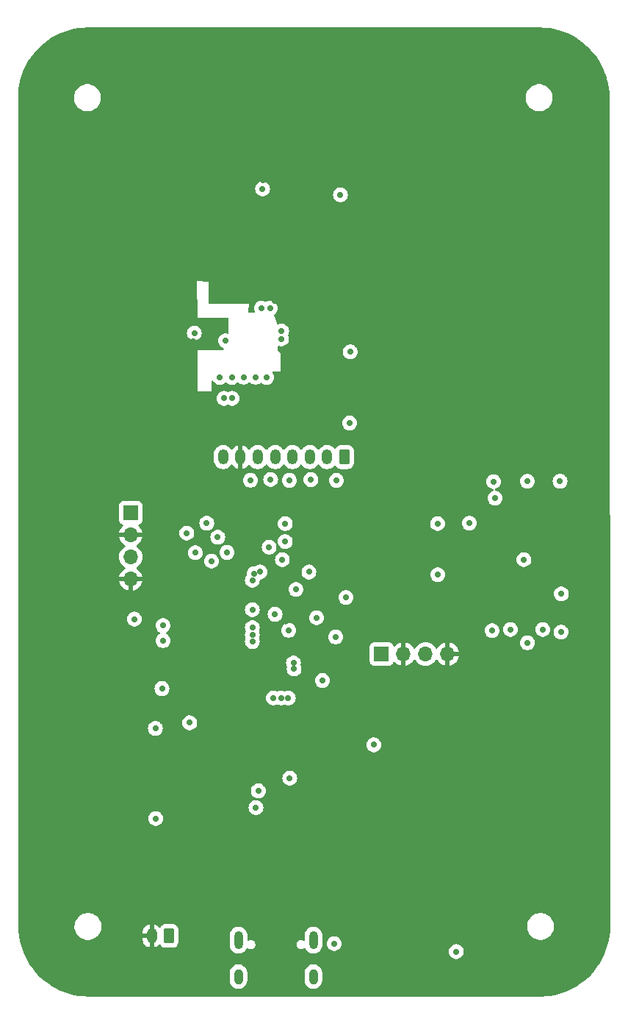
<source format=gbr>
%TF.GenerationSoftware,KiCad,Pcbnew,8.0.7*%
%TF.CreationDate,2025-03-18T14:48:05-04:00*%
%TF.ProjectId,RP2350_V2,52503233-3530-45f5-9632-2e6b69636164,2.0*%
%TF.SameCoordinates,Original*%
%TF.FileFunction,Copper,L3,Inr*%
%TF.FilePolarity,Positive*%
%FSLAX46Y46*%
G04 Gerber Fmt 4.6, Leading zero omitted, Abs format (unit mm)*
G04 Created by KiCad (PCBNEW 8.0.7) date 2025-03-18 14:48:05*
%MOMM*%
%LPD*%
G01*
G04 APERTURE LIST*
G04 Aperture macros list*
%AMRoundRect*
0 Rectangle with rounded corners*
0 $1 Rounding radius*
0 $2 $3 $4 $5 $6 $7 $8 $9 X,Y pos of 4 corners*
0 Add a 4 corners polygon primitive as box body*
4,1,4,$2,$3,$4,$5,$6,$7,$8,$9,$2,$3,0*
0 Add four circle primitives for the rounded corners*
1,1,$1+$1,$2,$3*
1,1,$1+$1,$4,$5*
1,1,$1+$1,$6,$7*
1,1,$1+$1,$8,$9*
0 Add four rect primitives between the rounded corners*
20,1,$1+$1,$2,$3,$4,$5,0*
20,1,$1+$1,$4,$5,$6,$7,0*
20,1,$1+$1,$6,$7,$8,$9,0*
20,1,$1+$1,$8,$9,$2,$3,0*%
G04 Aperture macros list end*
%TA.AperFunction,HeatsinkPad*%
%ADD10C,0.800000*%
%TD*%
%TA.AperFunction,ComponentPad*%
%ADD11O,1.000000X2.100000*%
%TD*%
%TA.AperFunction,ComponentPad*%
%ADD12O,1.000000X1.800000*%
%TD*%
%TA.AperFunction,ComponentPad*%
%ADD13R,1.700000X1.700000*%
%TD*%
%TA.AperFunction,ComponentPad*%
%ADD14O,1.700000X1.700000*%
%TD*%
%TA.AperFunction,ComponentPad*%
%ADD15RoundRect,0.250000X0.350000X0.625000X-0.350000X0.625000X-0.350000X-0.625000X0.350000X-0.625000X0*%
%TD*%
%TA.AperFunction,ComponentPad*%
%ADD16O,1.200000X1.750000*%
%TD*%
%TA.AperFunction,ViaPad*%
%ADD17C,0.700000*%
%TD*%
G04 APERTURE END LIST*
D10*
%TO.N,GND*%
%TO.C,*%
X146275000Y-73247500D03*
%TD*%
%TO.N,GND*%
%TO.C,*%
X145000000Y-73247500D03*
%TD*%
%TO.N,GND*%
%TO.C,*%
X145000000Y-71972500D03*
%TD*%
D11*
%TO.N,unconnected-(J3-SHIELD-PadS1)_3*%
%TO.C,J3*%
X137587500Y-142317500D03*
D12*
%TO.N,unconnected-(J3-SHIELD-PadS1)_1*%
X137587500Y-146497500D03*
D11*
%TO.N,unconnected-(J3-SHIELD-PadS1)_2*%
X146227500Y-142317500D03*
D12*
%TO.N,unconnected-(J3-SHIELD-PadS1)*%
X146227500Y-146497500D03*
%TD*%
D13*
%TO.N,/SWCLK*%
%TO.C,J1*%
X125162500Y-93107500D03*
D14*
%TO.N,GND*%
X125162500Y-95647500D03*
%TO.N,/SWD*%
X125162500Y-98187500D03*
%TO.N,GND*%
X125162500Y-100727500D03*
%TD*%
D15*
%TO.N,/DISPLAY_BUSY*%
%TO.C,J5*%
X149800000Y-86700000D03*
D16*
%TO.N,/DISPLAY_RESET*%
X147800000Y-86700000D03*
%TO.N,/DISPLAY_DC*%
X145800000Y-86700000D03*
%TO.N,/SPI1_CS*%
X143800000Y-86700000D03*
%TO.N,/SPI1_CLK*%
X141800000Y-86700000D03*
%TO.N,/SPI1_TX*%
X139800000Y-86700000D03*
%TO.N,GND*%
X137800000Y-86700000D03*
%TO.N,+3V3*%
X135800000Y-86700000D03*
%TD*%
D15*
%TO.N,/VBAT*%
%TO.C,J6*%
X129580000Y-141810000D03*
D16*
%TO.N,GND*%
X127580000Y-141810000D03*
%TD*%
D13*
%TO.N,/UART_Tx_DEBUG*%
%TO.C,J7*%
X154067500Y-109372500D03*
D14*
%TO.N,GND*%
X156607500Y-109372500D03*
%TO.N,/UART_Rx_DEBUG*%
X159147500Y-109372500D03*
%TO.N,GND*%
X161687500Y-109372500D03*
%TD*%
D10*
%TO.N,GND*%
%TO.C,*%
X146275000Y-71972500D03*
%TD*%
%TO.N,GND*%
%TO.C,U1*%
X145400000Y-105577500D03*
X145400000Y-104377500D03*
X145400000Y-103177500D03*
X144200000Y-105577500D03*
X144200000Y-104377500D03*
X144150000Y-103177500D03*
X143000000Y-105577500D03*
X143000000Y-104377500D03*
X143000000Y-103177500D03*
%TD*%
D17*
%TO.N,GND*%
X137230000Y-61780000D03*
X124510000Y-55590000D03*
X120380000Y-55690000D03*
X174210000Y-78570000D03*
X166950000Y-82330000D03*
X169140000Y-77710000D03*
X169190000Y-75070000D03*
X167080000Y-75710000D03*
X166550000Y-78360000D03*
X163720000Y-78330000D03*
X163880000Y-76410000D03*
X160570000Y-78080000D03*
X160630000Y-75810000D03*
X141720000Y-66160000D03*
X143970000Y-51650000D03*
X134390000Y-58970000D03*
X135150000Y-145730000D03*
X135060000Y-62550000D03*
X149480000Y-46442441D03*
X148080000Y-79240000D03*
X154600000Y-42842441D03*
X179270000Y-56884941D03*
X145340000Y-39540000D03*
X146930000Y-53790000D03*
X122690000Y-40780000D03*
X142970000Y-47610000D03*
X152220000Y-82570000D03*
X126070000Y-62000000D03*
X121330000Y-69940000D03*
X176935000Y-64077559D03*
X150250000Y-79450000D03*
X147770000Y-77560000D03*
X146700000Y-51120000D03*
X123220000Y-58630000D03*
X171115000Y-70682500D03*
X140230000Y-41110000D03*
X148290300Y-119664824D03*
X163420000Y-46250000D03*
X139940000Y-39520000D03*
X137500000Y-67322500D03*
X170550000Y-82280000D03*
X158190000Y-39730000D03*
X179270000Y-53014941D03*
X118200000Y-38885000D03*
X139740000Y-58052500D03*
X140530000Y-59322500D03*
X146550000Y-59397500D03*
X156200000Y-44592441D03*
X137920000Y-64090000D03*
X148337500Y-97547500D03*
X160630000Y-80360000D03*
X136662500Y-124022500D03*
X170290000Y-72880000D03*
X123420000Y-68450000D03*
X141940000Y-47230000D03*
X136000000Y-68522500D03*
X162560000Y-56890000D03*
X147960000Y-69830000D03*
X146750000Y-140170000D03*
X135910000Y-49740000D03*
X153760000Y-51490000D03*
X138940000Y-47500000D03*
X166560000Y-47870000D03*
X138720000Y-44470000D03*
X130510000Y-82430000D03*
X148520000Y-48982441D03*
X144470000Y-39580000D03*
X136125000Y-48740000D03*
X146400000Y-40500000D03*
X162245000Y-63192559D03*
X133940000Y-45292441D03*
X140970000Y-46420000D03*
X129950000Y-81170000D03*
X152677500Y-102825000D03*
X166840000Y-121580000D03*
X115900000Y-50840000D03*
X144735000Y-58009941D03*
X158020000Y-53430000D03*
X142150000Y-82720000D03*
X124240000Y-50690000D03*
X141480000Y-39370000D03*
X144820000Y-61934941D03*
X139320000Y-79800000D03*
X125780000Y-74010000D03*
X143420000Y-40520000D03*
X147550000Y-45540000D03*
X143730000Y-95420000D03*
X130690000Y-94230000D03*
X172845000Y-62017559D03*
X142000000Y-62770000D03*
X147250000Y-39550000D03*
X140260000Y-44500000D03*
X168767689Y-105426765D03*
X123950000Y-75490000D03*
X132600000Y-41042441D03*
X176490000Y-43220000D03*
X130470000Y-52830000D03*
X148150000Y-43520000D03*
X151800000Y-50190000D03*
X130740000Y-76450000D03*
X133000000Y-65822500D03*
X149180000Y-75520000D03*
X133520000Y-81430000D03*
X155305000Y-60722382D03*
X146625000Y-66372500D03*
X125900000Y-70050000D03*
X148340000Y-52350000D03*
X136550000Y-63250000D03*
X140877500Y-110447500D03*
X132000000Y-69822500D03*
X173230000Y-131470000D03*
X157880000Y-68360000D03*
X164890000Y-40650000D03*
X165995000Y-64217559D03*
X161480000Y-55510000D03*
X143070000Y-45580000D03*
X176605000Y-70567559D03*
X179160000Y-78424941D03*
X152275000Y-55675000D03*
X140670000Y-47730000D03*
X171025000Y-56767559D03*
X148370000Y-76225000D03*
X165155000Y-72957559D03*
X174482500Y-99822500D03*
X156785000Y-58379941D03*
X161190000Y-40370000D03*
X179180000Y-80500000D03*
X152910000Y-38650000D03*
X132000000Y-66822500D03*
X159790000Y-46310000D03*
X116200000Y-59414941D03*
X141200686Y-137740686D03*
X149500000Y-41240000D03*
X177110000Y-80420000D03*
X118870000Y-69222500D03*
X174375000Y-71822500D03*
X126800000Y-51470000D03*
X141720000Y-68000000D03*
X155365000Y-67002382D03*
X144760000Y-65884941D03*
X173100000Y-73410000D03*
X153375000Y-56825000D03*
X179440000Y-50120000D03*
X132200000Y-77040000D03*
X134000000Y-65822500D03*
X127050000Y-111460000D03*
X126590000Y-81150000D03*
X141650000Y-63590000D03*
X143810000Y-52530000D03*
X144820000Y-60934941D03*
X119090000Y-51370000D03*
X126000000Y-45242441D03*
X166380000Y-80880000D03*
X113410000Y-75444941D03*
X134600000Y-137810000D03*
X143810000Y-53520000D03*
X170000000Y-41642559D03*
X138760000Y-82760000D03*
X117360000Y-78102500D03*
X113220000Y-59124941D03*
X172725000Y-67237559D03*
X139630000Y-48710000D03*
X163805000Y-66967559D03*
X138630000Y-57214941D03*
X123660000Y-70320000D03*
X177245000Y-53072559D03*
X142800000Y-62070000D03*
X129650000Y-54660000D03*
X117725000Y-41185000D03*
X129250000Y-76724941D03*
X174505000Y-68722500D03*
X138350000Y-59580000D03*
X141687500Y-130437700D03*
X142160000Y-45560000D03*
X147467500Y-139357500D03*
X149350000Y-59644941D03*
X144300000Y-55700000D03*
X171460000Y-75280000D03*
X136325000Y-54522500D03*
X146550000Y-62397500D03*
X138840000Y-49700000D03*
X159140000Y-44010000D03*
X154400000Y-49990000D03*
X158425000Y-55897500D03*
X134725000Y-47665000D03*
X141610000Y-49640000D03*
X170250000Y-53780000D03*
X113330000Y-65434941D03*
X159740000Y-73690000D03*
X164145571Y-95843479D03*
X157025000Y-103375000D03*
X129200000Y-48790000D03*
X164390000Y-38170000D03*
X149190000Y-69920000D03*
X143445000Y-44625000D03*
X136480000Y-42120000D03*
X143430000Y-82710000D03*
X156885000Y-65779941D03*
X123420000Y-65460000D03*
X147680000Y-63344941D03*
X154020000Y-75984941D03*
X174820000Y-80710000D03*
X140270000Y-42880000D03*
X127260000Y-136610000D03*
X126710000Y-82520000D03*
X135000000Y-67562500D03*
X141700000Y-59090000D03*
X163910000Y-74450000D03*
X133187500Y-127217500D03*
X146690000Y-45550000D03*
X144820000Y-63934941D03*
X147550000Y-66830000D03*
X126060000Y-40410000D03*
X135070000Y-71082500D03*
X177450000Y-40630000D03*
X136787500Y-127797500D03*
X122820000Y-77492500D03*
X136350000Y-105340000D03*
X120860000Y-105710000D03*
X138080000Y-53494941D03*
X124068750Y-84410000D03*
X166410000Y-56660000D03*
X141512500Y-131897500D03*
X177145000Y-59947559D03*
X150890000Y-44560000D03*
X126010000Y-67960000D03*
X120640000Y-131500000D03*
X121970000Y-72070000D03*
X155380000Y-65370000D03*
X156830000Y-62930000D03*
X128640000Y-62644941D03*
X132160000Y-78660000D03*
X127140000Y-49410000D03*
X148130000Y-51090000D03*
X136775000Y-119285000D03*
X141880000Y-60090000D03*
X148170000Y-38200000D03*
X146550000Y-63397500D03*
X130980000Y-68944941D03*
X167225000Y-62347559D03*
X163515000Y-47957559D03*
X152180000Y-66150000D03*
X163585000Y-82395000D03*
X154900000Y-79244941D03*
X136625000Y-44942441D03*
X151830000Y-47020000D03*
X150820000Y-69930000D03*
X178960000Y-75304941D03*
X128920000Y-82155000D03*
X120890000Y-75030000D03*
X164440000Y-59930000D03*
X140887500Y-109387500D03*
X142770000Y-60350000D03*
X135950000Y-71090000D03*
X130687500Y-119107500D03*
X147800000Y-57522500D03*
X145680000Y-51420000D03*
X144625000Y-75947500D03*
X131630000Y-57130000D03*
X159470000Y-48432559D03*
X156510000Y-146660000D03*
X124320000Y-80000000D03*
X171440000Y-80300000D03*
X143890000Y-49790000D03*
X168420000Y-79580000D03*
X149660000Y-39970000D03*
X144607500Y-93540000D03*
X148140000Y-44560000D03*
X132440000Y-74240000D03*
X143110000Y-79720000D03*
X173435000Y-64757559D03*
X123210000Y-48840000D03*
X138900000Y-38270000D03*
X132250000Y-75580000D03*
X147430000Y-91647500D03*
X132675000Y-52947500D03*
X134400000Y-43042441D03*
X115980000Y-70900000D03*
X155317500Y-114442500D03*
X174805000Y-58067559D03*
X148025000Y-53514941D03*
X140330000Y-61530000D03*
X176360000Y-73794941D03*
X148700000Y-64394941D03*
X149600000Y-44720000D03*
X132450000Y-54500000D03*
X162180000Y-72590000D03*
X135000000Y-68472500D03*
X158270000Y-72270000D03*
X161710000Y-47090000D03*
X148000000Y-58722500D03*
X171440000Y-77540000D03*
X133810000Y-60600000D03*
X125990000Y-76190000D03*
X144480000Y-79720000D03*
X146550000Y-57347500D03*
X142820000Y-62910000D03*
X138610000Y-40710000D03*
X141820000Y-58210000D03*
X142820000Y-46590000D03*
X165102500Y-90622500D03*
X167480000Y-42910000D03*
X144875000Y-91985000D03*
X152170000Y-61590000D03*
X138790000Y-61000000D03*
X141040000Y-62740000D03*
X160085000Y-64152500D03*
X128000000Y-42877559D03*
X130680000Y-75000000D03*
X118400000Y-65589941D03*
X128530000Y-60794941D03*
X151050000Y-51650000D03*
X151100000Y-40480000D03*
X160150000Y-38170000D03*
X167750000Y-53510000D03*
X172290000Y-53590000D03*
X125960000Y-63940000D03*
X134530000Y-38290000D03*
X121800000Y-51100000D03*
X173300000Y-121510000D03*
X118625000Y-61314941D03*
X136920000Y-38110000D03*
X152220000Y-59154941D03*
X127040000Y-131490000D03*
X133197500Y-125127500D03*
X156315000Y-68912382D03*
X139850000Y-53570000D03*
X144790000Y-59000000D03*
X143890000Y-46720000D03*
X122540000Y-82470000D03*
X113450000Y-54914941D03*
X156400000Y-48440000D03*
X145960000Y-53450000D03*
X174165000Y-53577559D03*
X147800000Y-59922500D03*
X128620000Y-68124941D03*
X166790000Y-45620000D03*
X143980000Y-48730000D03*
X154490000Y-82620000D03*
X141600000Y-42120000D03*
X134725000Y-54322500D03*
X168395000Y-63997559D03*
X163140000Y-51300000D03*
X115600000Y-79464941D03*
X133650000Y-64164941D03*
X116160000Y-67784941D03*
X155000000Y-52522500D03*
X115960000Y-46270000D03*
X150460000Y-81090000D03*
X150400000Y-49390000D03*
X147740000Y-82540000D03*
X124100000Y-44790000D03*
X127610000Y-55070000D03*
X168902500Y-90647500D03*
X179200000Y-65140000D03*
X179080000Y-44040000D03*
X152960000Y-53540000D03*
X156385000Y-67579941D03*
X136560000Y-65582500D03*
X115340000Y-62374941D03*
X154200000Y-54322500D03*
X156670000Y-52142441D03*
X137200000Y-40042441D03*
X113370000Y-71034941D03*
X175495000Y-61947559D03*
X149300000Y-55022500D03*
X156585000Y-61579941D03*
X152640000Y-79250000D03*
X132040000Y-64114941D03*
X128550000Y-66154941D03*
X146130000Y-38140000D03*
X152310000Y-67490000D03*
X160845000Y-67292500D03*
X122750000Y-61350000D03*
X137950000Y-48672441D03*
X155000000Y-77474941D03*
X132210000Y-70980000D03*
X160525000Y-69047559D03*
X136230000Y-60390000D03*
X128720000Y-109550000D03*
X129650000Y-68914941D03*
X158630000Y-66984941D03*
X149737500Y-91797499D03*
X148060000Y-80960000D03*
X126530000Y-77884941D03*
X125060000Y-47390000D03*
X148140000Y-41600000D03*
X145737500Y-140177500D03*
X146550000Y-64397500D03*
X174240000Y-38660000D03*
X129640000Y-71434941D03*
X146812500Y-114347500D03*
X144607500Y-94992500D03*
X124270000Y-82080000D03*
X115400000Y-73889941D03*
X145810000Y-45530000D03*
X125800000Y-71974941D03*
X173210000Y-111420000D03*
X176960000Y-78310000D03*
X147560000Y-64904941D03*
X144780000Y-64924941D03*
X152170000Y-64450000D03*
X166830000Y-84320000D03*
X174020000Y-82280000D03*
X149670000Y-76770000D03*
X139880000Y-82740000D03*
X150540000Y-38230000D03*
X144820000Y-62934941D03*
X130020000Y-58314941D03*
X132000000Y-65822500D03*
X133930000Y-57190000D03*
X146722500Y-46917500D03*
X179320000Y-82280000D03*
X152610000Y-77700000D03*
X169015000Y-60387559D03*
X149612500Y-110172500D03*
X170840000Y-38700000D03*
X124090000Y-72910000D03*
X137000000Y-68522500D03*
X126120000Y-58630000D03*
X155250000Y-62375000D03*
X152340000Y-68640000D03*
X129620000Y-73540000D03*
X141700000Y-67022500D03*
X141780000Y-68760000D03*
X128657500Y-120587500D03*
X146550000Y-58397500D03*
X151880000Y-52880000D03*
X152510000Y-80904941D03*
X125930000Y-65980000D03*
X120570000Y-78444941D03*
X118410000Y-58270000D03*
X154575000Y-57950000D03*
X139120000Y-52830000D03*
X148220000Y-39530000D03*
X145880000Y-52480000D03*
X133107500Y-135972500D03*
X174170000Y-40750000D03*
X139200000Y-62900000D03*
X162120000Y-44174882D03*
X158200000Y-57625000D03*
X135340000Y-52610000D03*
X149570000Y-43120000D03*
X121410000Y-59204941D03*
X150430000Y-42070000D03*
X179230000Y-68294941D03*
X116590000Y-53150000D03*
X135300000Y-64090000D03*
X136080000Y-57250000D03*
X149740000Y-52570000D03*
X141950000Y-53520000D03*
X132000000Y-68822500D03*
X141600000Y-64480000D03*
X139225000Y-109435000D03*
X144820000Y-59934941D03*
X155740000Y-54660000D03*
X150870000Y-77810000D03*
X150117500Y-95767500D03*
X156440000Y-56602500D03*
X155200000Y-63925000D03*
X148430000Y-45440000D03*
X147100000Y-69530000D03*
X179560000Y-61240000D03*
X141640000Y-40250000D03*
X131780000Y-60752500D03*
X115415000Y-84410000D03*
X128750000Y-70154941D03*
X147290000Y-48492441D03*
X124020000Y-38340000D03*
X141550000Y-48460000D03*
X147650000Y-61414941D03*
X131200000Y-44842441D03*
X132382500Y-73420000D03*
X166780000Y-111400000D03*
X118360000Y-82370000D03*
X176395000Y-55307500D03*
X166705000Y-66877559D03*
X129880000Y-59884941D03*
X141080000Y-52830000D03*
X142000000Y-79790000D03*
X148190000Y-40590000D03*
X134750000Y-51240000D03*
X128530000Y-64254941D03*
X146250000Y-39540000D03*
X142800000Y-38260000D03*
X145600000Y-55700000D03*
X179280000Y-47400000D03*
X164125000Y-70537559D03*
X177080000Y-82240000D03*
X115425000Y-39960000D03*
X137220000Y-58270000D03*
X146000000Y-47990000D03*
X136720000Y-53050000D03*
X158570000Y-60814941D03*
X144020000Y-50730000D03*
X145562500Y-119672500D03*
X167940000Y-40660000D03*
X159435000Y-59972500D03*
X140610000Y-79810000D03*
X146825000Y-49890000D03*
X174480000Y-48660000D03*
X131720000Y-47310000D03*
X152430000Y-142580000D03*
X128750000Y-74824941D03*
X173850000Y-75650000D03*
X154600000Y-55922500D03*
X142733300Y-138606700D03*
X138650000Y-42880000D03*
X113230000Y-51350000D03*
X150350000Y-68940000D03*
X160550000Y-82490000D03*
X146550000Y-60397500D03*
X159955000Y-58547559D03*
X116420000Y-82080000D03*
X167480000Y-38310000D03*
X164440000Y-58200000D03*
X161000000Y-144250000D03*
X164410000Y-56240000D03*
X151530000Y-76340000D03*
X142630000Y-74392500D03*
X160765000Y-65597559D03*
X118710000Y-80560000D03*
X140367500Y-54822500D03*
X157000000Y-54522500D03*
X152400000Y-41042441D03*
X157875000Y-42192441D03*
X139510000Y-46222441D03*
X141750000Y-65300000D03*
X117530000Y-75040000D03*
X134440280Y-104600280D03*
X141660000Y-61230000D03*
X160375000Y-61682500D03*
X155325000Y-59325000D03*
X152420000Y-69910000D03*
X150890000Y-58454941D03*
X119250000Y-49460000D03*
X146550000Y-61397500D03*
X128640000Y-72544941D03*
X175455000Y-65972500D03*
X116200000Y-43060000D03*
X142740000Y-61210000D03*
X158210000Y-70004941D03*
X148670000Y-65470000D03*
X132180000Y-58970000D03*
X148580000Y-62344941D03*
X152140000Y-63010000D03*
X167225000Y-70697559D03*
X167340000Y-51250000D03*
X147070000Y-52420000D03*
X156770000Y-70760000D03*
X155335000Y-68252382D03*
X176250000Y-76460000D03*
X177495000Y-48240000D03*
X172702500Y-90647500D03*
X131060000Y-38290000D03*
X127800000Y-79504941D03*
X141590000Y-44110000D03*
X144720000Y-82690000D03*
X149550000Y-47872441D03*
X150520000Y-59664941D03*
X167680000Y-73330000D03*
X141570000Y-44970000D03*
X168985000Y-67137559D03*
X137310000Y-140250000D03*
X141590000Y-41140000D03*
X130700000Y-50590000D03*
X146000000Y-48990000D03*
X176060000Y-45770000D03*
X116270000Y-48780000D03*
X124600000Y-42767559D03*
X119670000Y-53240000D03*
X138000000Y-68522500D03*
X146395000Y-44635000D03*
X132000000Y-67822500D03*
X165050000Y-43880000D03*
X158150000Y-62434941D03*
X165940000Y-55200000D03*
X138930000Y-65080000D03*
X147380000Y-67720000D03*
X149920000Y-50752441D03*
X166860000Y-131560000D03*
X141010000Y-82760000D03*
X121960000Y-63352500D03*
X128400000Y-46877559D03*
X146550000Y-65397500D03*
X142950000Y-53870000D03*
X141220001Y-95829949D03*
X125430000Y-53240000D03*
X142500000Y-39590000D03*
X137157500Y-117557500D03*
X140770000Y-38270000D03*
X119070000Y-71824941D03*
X148750000Y-66650000D03*
X136090000Y-132487700D03*
X120800000Y-38430000D03*
X133275000Y-62597500D03*
X125890000Y-60220000D03*
X113635000Y-82010000D03*
X141600000Y-43120000D03*
X152400000Y-43042441D03*
X144010000Y-45600000D03*
X172170000Y-55120000D03*
X148700000Y-61084941D03*
X113410000Y-78694941D03*
X134710000Y-40750000D03*
X113750000Y-42435000D03*
X116850000Y-55700000D03*
X161285000Y-60617559D03*
X155260000Y-46140000D03*
X152800000Y-74950000D03*
X113310000Y-44800000D03*
X169865000Y-58177559D03*
X143920000Y-47680000D03*
X155300000Y-69614941D03*
X149234195Y-78124755D03*
X143450000Y-39580000D03*
X138261814Y-140223186D03*
X130610000Y-77890000D03*
X136980000Y-46780000D03*
X154820000Y-80984941D03*
X142820000Y-57860000D03*
X127420000Y-38340000D03*
X121880000Y-80510000D03*
X132880000Y-82470000D03*
X120485000Y-82280000D03*
X152200000Y-48590000D03*
X172497689Y-105366765D03*
X149800000Y-57844941D03*
X147280000Y-68630000D03*
X128030000Y-52990000D03*
X133180000Y-49700000D03*
X148140000Y-42590000D03*
X157575000Y-49990000D03*
X143100000Y-55422500D03*
X120910000Y-65874941D03*
X156880000Y-60080000D03*
X122440000Y-53180000D03*
X132110000Y-62694941D03*
X138300000Y-66532500D03*
X134990000Y-66652500D03*
X144380000Y-38460000D03*
X155610000Y-38050000D03*
X163040000Y-42210000D03*
X150117500Y-93700000D03*
X155400000Y-40842441D03*
X131650000Y-81490000D03*
X136162500Y-106962500D03*
X124490000Y-77404941D03*
X156585000Y-64379941D03*
X133207500Y-126147500D03*
X140240000Y-49660000D03*
X152400000Y-45242441D03*
X142870000Y-49680000D03*
X143100000Y-56222500D03*
X137270000Y-49720000D03*
X120560000Y-111480000D03*
X120600000Y-121600000D03*
X158630000Y-64444941D03*
X152210000Y-60370000D03*
X129810000Y-40560000D03*
X175830000Y-84250000D03*
X164872689Y-105441765D03*
X178960000Y-71544941D03*
X142470000Y-70932500D03*
X163940000Y-80090000D03*
X135000000Y-65822500D03*
X127030000Y-121410000D03*
X136200000Y-67122500D03*
X160530000Y-71570000D03*
X139300000Y-67722500D03*
X150610000Y-55140000D03*
X144550000Y-97000000D03*
X154200000Y-47590000D03*
X134750000Y-49960000D03*
X113110000Y-47910000D03*
%TO.N,+3V3*%
X148787500Y-107404700D03*
X139177500Y-106347500D03*
X136860000Y-79944941D03*
X147237500Y-112422500D03*
X172647689Y-106541765D03*
X140350000Y-55822500D03*
X135430000Y-77530000D03*
X174642500Y-89492500D03*
X143312500Y-114437500D03*
X139177500Y-104260000D03*
X168917689Y-106536765D03*
X170882500Y-89482500D03*
X139177500Y-107157500D03*
X138170000Y-77520000D03*
X143487500Y-123647500D03*
X141225000Y-69572500D03*
X166797689Y-106691765D03*
X139570000Y-77520000D03*
X166977500Y-89522500D03*
X140830000Y-77530000D03*
X153162500Y-119822500D03*
X141612500Y-114437500D03*
X139177500Y-100870000D03*
X149962500Y-102867500D03*
X142487500Y-114437500D03*
X140250000Y-69572500D03*
X135920000Y-79944941D03*
X140070000Y-99927500D03*
X136820000Y-77530000D03*
X174802500Y-102447500D03*
X145700000Y-99927500D03*
X139177500Y-107947500D03*
X139373750Y-100113750D03*
%TO.N,+1V1*%
X143919822Y-110415178D03*
X141787500Y-104797500D03*
X146587500Y-105197500D03*
X144199700Y-101947500D03*
X143987500Y-111097500D03*
X143362500Y-106647500D03*
%TO.N,/VBAT*%
X148600000Y-142700000D03*
%TO.N,/SWD*%
X142969999Y-96427767D03*
%TO.N,/SWCLK*%
X142970000Y-94370000D03*
%TO.N,/DISPLAY_RESET*%
X135190000Y-95940000D03*
X145930000Y-89300000D03*
%TO.N,/SPI1_TX*%
X132590000Y-97720000D03*
X138940000Y-89370000D03*
%TO.N,/DISPLAY_BUSY*%
X148860000Y-89390000D03*
X136252500Y-97680000D03*
%TO.N,/SPI1_CLK*%
X141280000Y-89270000D03*
X133920000Y-94320000D03*
%TO.N,/DISPLAY_DC*%
X150370000Y-82790000D03*
X131620000Y-95450000D03*
%TO.N,/SPI1_CS*%
X143445000Y-89385000D03*
X134460000Y-98670000D03*
%TO.N,/RUN*%
X128862500Y-107825000D03*
X128862500Y-106100000D03*
X142632736Y-98510000D03*
%TO.N,/~{USB_BOOT}*%
X160525000Y-94350000D03*
X160550000Y-100250000D03*
%TO.N,Net-(R20-Pad2)*%
X128760000Y-113350000D03*
X167135000Y-91430000D03*
%TO.N,Net-(R23-Pad2)*%
X170900000Y-108090000D03*
X128000000Y-117940000D03*
%TO.N,Net-(R24-Pad2)*%
X128020000Y-128300000D03*
X174747689Y-106841765D03*
%TO.N,/BTN_MACRO_C*%
X170480000Y-98500000D03*
X164210000Y-94312500D03*
%TO.N,/Converter_In*%
X139587500Y-127047500D03*
X139862500Y-125122500D03*
%TO.N,/UVLO_RST*%
X131962500Y-117282500D03*
X162690000Y-143620000D03*
%TO.N,/STATUS_LED*%
X125570000Y-105350000D03*
X141110000Y-97080000D03*
%TO.N,/SX1262/DIO2*%
X150450000Y-74588500D03*
X149325000Y-56522500D03*
%TO.N,/SX1262/XTB*%
X142547686Y-73105574D03*
X136070000Y-73326434D03*
%TO.N,/SX1262/XTA*%
X132490000Y-72422500D03*
X142550566Y-72205576D03*
%TD*%
%TA.AperFunction,Conductor*%
%TO.N,GND*%
G36*
X172298963Y-37271214D02*
G01*
X172842927Y-37289799D01*
X172851356Y-37290376D01*
X173390682Y-37345824D01*
X173399033Y-37346972D01*
X173933329Y-37439097D01*
X173941601Y-37440817D01*
X174468337Y-37569182D01*
X174476467Y-37571459D01*
X174993164Y-37735455D01*
X174993227Y-37735475D01*
X175001207Y-37738311D01*
X175505549Y-37937201D01*
X175513308Y-37940572D01*
X176002907Y-38173418D01*
X176010416Y-38177308D01*
X176207315Y-38288020D01*
X176482999Y-38443031D01*
X176490217Y-38447421D01*
X176773733Y-38633380D01*
X176943541Y-38744758D01*
X176950458Y-38749640D01*
X177133826Y-38888693D01*
X177382469Y-39077246D01*
X177389013Y-39082571D01*
X177762906Y-39408591D01*
X177797638Y-39438876D01*
X177803826Y-39444655D01*
X178187181Y-39828013D01*
X178192960Y-39834201D01*
X178549260Y-40242826D01*
X178554603Y-40249394D01*
X178882179Y-40681370D01*
X178887062Y-40688287D01*
X179184408Y-41141629D01*
X179188807Y-41148864D01*
X179454511Y-41621423D01*
X179458406Y-41628940D01*
X179691244Y-42118529D01*
X179694618Y-42126296D01*
X179893509Y-42630655D01*
X179896344Y-42638632D01*
X180060351Y-43155374D01*
X180062635Y-43163527D01*
X180190992Y-43690246D01*
X180192715Y-43698536D01*
X180284831Y-44232800D01*
X180285984Y-44241188D01*
X180341425Y-44780488D01*
X180342003Y-44788935D01*
X180348150Y-44968862D01*
X180360644Y-45334606D01*
X180360716Y-45338808D01*
X180360716Y-45391977D01*
X180360753Y-45392452D01*
X180423535Y-140734057D01*
X180423463Y-140738373D01*
X180404881Y-141282289D01*
X180404303Y-141290736D01*
X180348860Y-141830036D01*
X180347707Y-141838424D01*
X180255589Y-142372688D01*
X180253866Y-142380978D01*
X180125506Y-142907699D01*
X180123222Y-142915852D01*
X179959210Y-143432607D01*
X179956374Y-143440585D01*
X179757488Y-143944918D01*
X179754115Y-143952684D01*
X179521273Y-144442278D01*
X179517378Y-144449796D01*
X179251657Y-144922377D01*
X179247257Y-144929611D01*
X178949930Y-145382920D01*
X178945048Y-145389838D01*
X178617445Y-145821844D01*
X178612101Y-145828411D01*
X178255819Y-146237011D01*
X178250040Y-146243200D01*
X177866675Y-146626562D01*
X177860487Y-146632341D01*
X177451861Y-146988642D01*
X177445293Y-146993985D01*
X177013317Y-147321562D01*
X177006400Y-147326445D01*
X176553057Y-147623791D01*
X176545822Y-147628190D01*
X176073262Y-147893895D01*
X176065745Y-147897790D01*
X175576156Y-148130627D01*
X175568390Y-148134001D01*
X175064026Y-148332895D01*
X175056048Y-148335730D01*
X174539310Y-148499734D01*
X174531156Y-148502018D01*
X174004438Y-148630374D01*
X173996149Y-148632097D01*
X173461879Y-148724213D01*
X173453490Y-148725366D01*
X172914191Y-148780806D01*
X172905744Y-148781384D01*
X172668259Y-148789496D01*
X172360421Y-148800011D01*
X172356228Y-148800083D01*
X120291803Y-148800083D01*
X120287570Y-148800011D01*
X119743609Y-148781430D01*
X119735161Y-148780852D01*
X119195858Y-148725411D01*
X119187471Y-148724258D01*
X118653208Y-148632144D01*
X118644918Y-148630421D01*
X118118193Y-148502063D01*
X118110039Y-148499779D01*
X117593294Y-148335772D01*
X117585316Y-148332937D01*
X117080954Y-148134044D01*
X117073188Y-148130670D01*
X116583597Y-147897832D01*
X116576080Y-147893937D01*
X116103520Y-147628231D01*
X116096285Y-147623832D01*
X115642939Y-147326483D01*
X115636022Y-147321600D01*
X115206710Y-146996043D01*
X136586999Y-146996043D01*
X136625447Y-147189329D01*
X136625450Y-147189339D01*
X136700864Y-147371407D01*
X136700871Y-147371420D01*
X136810360Y-147535281D01*
X136810363Y-147535285D01*
X136949714Y-147674636D01*
X136949718Y-147674639D01*
X137113579Y-147784128D01*
X137113592Y-147784135D01*
X137295660Y-147859549D01*
X137295665Y-147859551D01*
X137295669Y-147859551D01*
X137295670Y-147859552D01*
X137488956Y-147898000D01*
X137488959Y-147898000D01*
X137686043Y-147898000D01*
X137816082Y-147872132D01*
X137879335Y-147859551D01*
X138061414Y-147784132D01*
X138225282Y-147674639D01*
X138364639Y-147535282D01*
X138474132Y-147371414D01*
X138549551Y-147189335D01*
X138588000Y-146996043D01*
X145226999Y-146996043D01*
X145265447Y-147189329D01*
X145265450Y-147189339D01*
X145340864Y-147371407D01*
X145340871Y-147371420D01*
X145450360Y-147535281D01*
X145450363Y-147535285D01*
X145589714Y-147674636D01*
X145589718Y-147674639D01*
X145753579Y-147784128D01*
X145753592Y-147784135D01*
X145935660Y-147859549D01*
X145935665Y-147859551D01*
X145935669Y-147859551D01*
X145935670Y-147859552D01*
X146128956Y-147898000D01*
X146128959Y-147898000D01*
X146326043Y-147898000D01*
X146456082Y-147872132D01*
X146519335Y-147859551D01*
X146701414Y-147784132D01*
X146865282Y-147674639D01*
X147004639Y-147535282D01*
X147114132Y-147371414D01*
X147189551Y-147189335D01*
X147228000Y-146996041D01*
X147228000Y-145998959D01*
X147228000Y-145998956D01*
X147189552Y-145805670D01*
X147189551Y-145805669D01*
X147189551Y-145805665D01*
X147181405Y-145785998D01*
X147114135Y-145623592D01*
X147114128Y-145623579D01*
X147004639Y-145459718D01*
X147004636Y-145459714D01*
X146865285Y-145320363D01*
X146865281Y-145320360D01*
X146701420Y-145210871D01*
X146701407Y-145210864D01*
X146519339Y-145135450D01*
X146519329Y-145135447D01*
X146326043Y-145097000D01*
X146326041Y-145097000D01*
X146128959Y-145097000D01*
X146128957Y-145097000D01*
X145935670Y-145135447D01*
X145935660Y-145135450D01*
X145753592Y-145210864D01*
X145753579Y-145210871D01*
X145589718Y-145320360D01*
X145589714Y-145320363D01*
X145450363Y-145459714D01*
X145450360Y-145459718D01*
X145340871Y-145623579D01*
X145340864Y-145623592D01*
X145265450Y-145805660D01*
X145265447Y-145805670D01*
X145227000Y-145998956D01*
X145227000Y-145998959D01*
X145227000Y-146996041D01*
X145227000Y-146996043D01*
X145226999Y-146996043D01*
X138588000Y-146996043D01*
X138588000Y-146996041D01*
X138588000Y-145998959D01*
X138588000Y-145998956D01*
X138549552Y-145805670D01*
X138549551Y-145805669D01*
X138549551Y-145805665D01*
X138541405Y-145785998D01*
X138474135Y-145623592D01*
X138474128Y-145623579D01*
X138364639Y-145459718D01*
X138364636Y-145459714D01*
X138225285Y-145320363D01*
X138225281Y-145320360D01*
X138061420Y-145210871D01*
X138061407Y-145210864D01*
X137879339Y-145135450D01*
X137879329Y-145135447D01*
X137686043Y-145097000D01*
X137686041Y-145097000D01*
X137488959Y-145097000D01*
X137488957Y-145097000D01*
X137295670Y-145135447D01*
X137295660Y-145135450D01*
X137113592Y-145210864D01*
X137113579Y-145210871D01*
X136949718Y-145320360D01*
X136949714Y-145320363D01*
X136810363Y-145459714D01*
X136810360Y-145459718D01*
X136700871Y-145623579D01*
X136700864Y-145623592D01*
X136625450Y-145805660D01*
X136625447Y-145805670D01*
X136587000Y-145998956D01*
X136587000Y-145998959D01*
X136587000Y-146996041D01*
X136587000Y-146996043D01*
X136586999Y-146996043D01*
X115206710Y-146996043D01*
X115204036Y-146994015D01*
X115197468Y-146988671D01*
X114788852Y-146632376D01*
X114782664Y-146626597D01*
X114399304Y-146243238D01*
X114393525Y-146237050D01*
X114392677Y-146236078D01*
X114037231Y-145828434D01*
X114031887Y-145821866D01*
X113704301Y-145389880D01*
X113699418Y-145382963D01*
X113658357Y-145320361D01*
X113402065Y-144929611D01*
X113397670Y-144922382D01*
X113131964Y-144449822D01*
X113128069Y-144442305D01*
X113039241Y-144255526D01*
X112895226Y-143952705D01*
X112891856Y-143944948D01*
X112891844Y-143944918D01*
X112718477Y-143505285D01*
X112692963Y-143440586D01*
X112690128Y-143432608D01*
X112639206Y-143272165D01*
X112526115Y-142915845D01*
X112523840Y-142907723D01*
X112395478Y-142380978D01*
X112393757Y-142372698D01*
X112392906Y-142367762D01*
X112301637Y-141838411D01*
X112300489Y-141830061D01*
X112245045Y-141290726D01*
X112244470Y-141282308D01*
X112225893Y-140738454D01*
X112225821Y-140734221D01*
X112225821Y-140679055D01*
X112225782Y-140678574D01*
X112225737Y-140611173D01*
X118677000Y-140611173D01*
X118677000Y-140855227D01*
X118678654Y-140865668D01*
X118715168Y-141096212D01*
X118715179Y-141096276D01*
X118790596Y-141328385D01*
X118901363Y-141545779D01*
X118901396Y-141545842D01*
X119044839Y-141743276D01*
X119044843Y-141743281D01*
X119217418Y-141915856D01*
X119217423Y-141915860D01*
X119388639Y-142040255D01*
X119414861Y-142059306D01*
X119632315Y-142170104D01*
X119864424Y-142245521D01*
X120105473Y-142283700D01*
X120105474Y-142283700D01*
X120349526Y-142283700D01*
X120349527Y-142283700D01*
X120590576Y-142245521D01*
X120822685Y-142170104D01*
X121040139Y-142059306D01*
X121237583Y-141915855D01*
X121410155Y-141743283D01*
X121553606Y-141545839D01*
X121603239Y-141448428D01*
X126480000Y-141448428D01*
X126480000Y-141560000D01*
X127299670Y-141560000D01*
X127279925Y-141579745D01*
X127230556Y-141665255D01*
X127205000Y-141760630D01*
X127205000Y-141859370D01*
X127230556Y-141954745D01*
X127279925Y-142040255D01*
X127299670Y-142060000D01*
X126480000Y-142060000D01*
X126480000Y-142171571D01*
X126507085Y-142342584D01*
X126560591Y-142507257D01*
X126639195Y-142661524D01*
X126740967Y-142801602D01*
X126863397Y-142924032D01*
X127003475Y-143025804D01*
X127157744Y-143104408D01*
X127322415Y-143157914D01*
X127322414Y-143157914D01*
X127329999Y-143159115D01*
X127330000Y-143159114D01*
X127330000Y-142090330D01*
X127349745Y-142110075D01*
X127435255Y-142159444D01*
X127530630Y-142185000D01*
X127629370Y-142185000D01*
X127724745Y-142159444D01*
X127810255Y-142110075D01*
X127830000Y-142090330D01*
X127830000Y-143159115D01*
X127837584Y-143157914D01*
X128002255Y-143104408D01*
X128156524Y-143025804D01*
X128296598Y-142924035D01*
X128404199Y-142816434D01*
X128465522Y-142782949D01*
X128535214Y-142787933D01*
X128591148Y-142829804D01*
X128597418Y-142839016D01*
X128637288Y-142903656D01*
X128761344Y-143027712D01*
X128910666Y-143119814D01*
X129077203Y-143174999D01*
X129179991Y-143185500D01*
X129980008Y-143185499D01*
X129980016Y-143185498D01*
X129980019Y-143185498D01*
X130036302Y-143179748D01*
X130082797Y-143174999D01*
X130249334Y-143119814D01*
X130398656Y-143027712D01*
X130460325Y-142966043D01*
X136586999Y-142966043D01*
X136625447Y-143159329D01*
X136625450Y-143159339D01*
X136700864Y-143341407D01*
X136700871Y-143341420D01*
X136810360Y-143505281D01*
X136810363Y-143505285D01*
X136949714Y-143644636D01*
X136949718Y-143644639D01*
X137113579Y-143754128D01*
X137113592Y-143754135D01*
X137295660Y-143829549D01*
X137295665Y-143829551D01*
X137295669Y-143829551D01*
X137295670Y-143829552D01*
X137488956Y-143868000D01*
X137488959Y-143868000D01*
X137686043Y-143868000D01*
X137816082Y-143842132D01*
X137879335Y-143829551D01*
X138061414Y-143754132D01*
X138225282Y-143644639D01*
X138364639Y-143505282D01*
X138474132Y-143341414D01*
X138498044Y-143283682D01*
X138541884Y-143229282D01*
X138608178Y-143207216D01*
X138675877Y-143224495D01*
X138687834Y-143233783D01*
X138688390Y-143233059D01*
X138694833Y-143238003D01*
X138694835Y-143238005D01*
X138814664Y-143307188D01*
X138948317Y-143343000D01*
X138948319Y-143343000D01*
X139086681Y-143343000D01*
X139086683Y-143343000D01*
X139220336Y-143307188D01*
X139340165Y-143238005D01*
X139438005Y-143140165D01*
X139507188Y-143020336D01*
X139543000Y-142886683D01*
X139543000Y-142748317D01*
X144272000Y-142748317D01*
X144272000Y-142886683D01*
X144298204Y-142984476D01*
X144307812Y-143020335D01*
X144307813Y-143020338D01*
X144376992Y-143140161D01*
X144376994Y-143140164D01*
X144376995Y-143140165D01*
X144474835Y-143238005D01*
X144594664Y-143307188D01*
X144728317Y-143343000D01*
X144728319Y-143343000D01*
X144866681Y-143343000D01*
X144866683Y-143343000D01*
X145000336Y-143307188D01*
X145120165Y-143238005D01*
X145120169Y-143238000D01*
X145126610Y-143233059D01*
X145128738Y-143235833D01*
X145175831Y-143210016D01*
X145245531Y-143214882D01*
X145301535Y-143256659D01*
X145316955Y-143283684D01*
X145340866Y-143341410D01*
X145340871Y-143341420D01*
X145450360Y-143505281D01*
X145450363Y-143505285D01*
X145589714Y-143644636D01*
X145589718Y-143644639D01*
X145753579Y-143754128D01*
X145753592Y-143754135D01*
X145935660Y-143829549D01*
X145935665Y-143829551D01*
X145935669Y-143829551D01*
X145935670Y-143829552D01*
X146128956Y-143868000D01*
X146128959Y-143868000D01*
X146326043Y-143868000D01*
X146456082Y-143842132D01*
X146519335Y-143829551D01*
X146701414Y-143754132D01*
X146865282Y-143644639D01*
X146889921Y-143620000D01*
X161834815Y-143620000D01*
X161853503Y-143797805D01*
X161853504Y-143797807D01*
X161908747Y-143967829D01*
X161908750Y-143967835D01*
X161998141Y-144122665D01*
X162039812Y-144168946D01*
X162117764Y-144255521D01*
X162117767Y-144255523D01*
X162117770Y-144255526D01*
X162262407Y-144360612D01*
X162425733Y-144433329D01*
X162600609Y-144470500D01*
X162600610Y-144470500D01*
X162779389Y-144470500D01*
X162779391Y-144470500D01*
X162954267Y-144433329D01*
X163117593Y-144360612D01*
X163262230Y-144255526D01*
X163381859Y-144122665D01*
X163471250Y-143967835D01*
X163526497Y-143797803D01*
X163545185Y-143620000D01*
X163526497Y-143442197D01*
X163494266Y-143343000D01*
X163471252Y-143272170D01*
X163471249Y-143272164D01*
X163381859Y-143117335D01*
X163319281Y-143047835D01*
X163262235Y-142984478D01*
X163262232Y-142984476D01*
X163262231Y-142984475D01*
X163262230Y-142984474D01*
X163117593Y-142879388D01*
X162954267Y-142806671D01*
X162954265Y-142806670D01*
X162826594Y-142779533D01*
X162779391Y-142769500D01*
X162600609Y-142769500D01*
X162569954Y-142776015D01*
X162425733Y-142806670D01*
X162425728Y-142806672D01*
X162262408Y-142879387D01*
X162117768Y-142984475D01*
X161998140Y-143117336D01*
X161908750Y-143272164D01*
X161908747Y-143272170D01*
X161853504Y-143442192D01*
X161853503Y-143442194D01*
X161834815Y-143620000D01*
X146889921Y-143620000D01*
X147004639Y-143505282D01*
X147114132Y-143341414D01*
X147189551Y-143159335D01*
X147224333Y-142984476D01*
X147228000Y-142966043D01*
X147228000Y-142700000D01*
X147744815Y-142700000D01*
X147763503Y-142877805D01*
X147763504Y-142877807D01*
X147818747Y-143047829D01*
X147818750Y-143047835D01*
X147908141Y-143202665D01*
X147939963Y-143238007D01*
X148027764Y-143335521D01*
X148027767Y-143335523D01*
X148027770Y-143335526D01*
X148172407Y-143440612D01*
X148335733Y-143513329D01*
X148510609Y-143550500D01*
X148510610Y-143550500D01*
X148689389Y-143550500D01*
X148689391Y-143550500D01*
X148864267Y-143513329D01*
X149027593Y-143440612D01*
X149172230Y-143335526D01*
X149291859Y-143202665D01*
X149381250Y-143047835D01*
X149436497Y-142877803D01*
X149455185Y-142700000D01*
X149436497Y-142522197D01*
X149387922Y-142372698D01*
X149381252Y-142352170D01*
X149381249Y-142352164D01*
X149380744Y-142351289D01*
X149291859Y-142197335D01*
X149245003Y-142145296D01*
X149172235Y-142064478D01*
X149172232Y-142064476D01*
X149172231Y-142064475D01*
X149172230Y-142064474D01*
X149027593Y-141959388D01*
X148864267Y-141886671D01*
X148864265Y-141886670D01*
X148735826Y-141859370D01*
X148689391Y-141849500D01*
X148510609Y-141849500D01*
X148479954Y-141856015D01*
X148335733Y-141886670D01*
X148335728Y-141886672D01*
X148172408Y-141959387D01*
X148027768Y-142064475D01*
X147908140Y-142197336D01*
X147818750Y-142352164D01*
X147818747Y-142352170D01*
X147763504Y-142522192D01*
X147763503Y-142522194D01*
X147744815Y-142700000D01*
X147228000Y-142700000D01*
X147228000Y-141668956D01*
X147189552Y-141475670D01*
X147189551Y-141475669D01*
X147189551Y-141475665D01*
X147128547Y-141328387D01*
X147114135Y-141293592D01*
X147114128Y-141293579D01*
X147004639Y-141129718D01*
X147004636Y-141129714D01*
X146865285Y-140990363D01*
X146865281Y-140990360D01*
X146701420Y-140880871D01*
X146701407Y-140880864D01*
X146519339Y-140805450D01*
X146519329Y-140805447D01*
X146326043Y-140767000D01*
X146326041Y-140767000D01*
X146128959Y-140767000D01*
X146128957Y-140767000D01*
X145935670Y-140805447D01*
X145935660Y-140805450D01*
X145753592Y-140880864D01*
X145753579Y-140880871D01*
X145589718Y-140990360D01*
X145589714Y-140990363D01*
X145450363Y-141129714D01*
X145450360Y-141129718D01*
X145340871Y-141293579D01*
X145340864Y-141293592D01*
X145265450Y-141475660D01*
X145265447Y-141475670D01*
X145227000Y-141668956D01*
X145227000Y-142243902D01*
X145207315Y-142310941D01*
X145154511Y-142356696D01*
X145085353Y-142366640D01*
X145041001Y-142351289D01*
X145000342Y-142327815D01*
X145000338Y-142327813D01*
X145000336Y-142327812D01*
X144866683Y-142292000D01*
X144728317Y-142292000D01*
X144594664Y-142327812D01*
X144594661Y-142327813D01*
X144474838Y-142396992D01*
X144474833Y-142396996D01*
X144376996Y-142494833D01*
X144376992Y-142494838D01*
X144307813Y-142614661D01*
X144307812Y-142614664D01*
X144272000Y-142748317D01*
X139543000Y-142748317D01*
X139507188Y-142614664D01*
X139472596Y-142554749D01*
X139438007Y-142494838D01*
X139438003Y-142494833D01*
X139340166Y-142396996D01*
X139340161Y-142396992D01*
X139220338Y-142327813D01*
X139220337Y-142327812D01*
X139220336Y-142327812D01*
X139086683Y-142292000D01*
X138948317Y-142292000D01*
X138814664Y-142327812D01*
X138814657Y-142327815D01*
X138773999Y-142351289D01*
X138706099Y-142367762D01*
X138640072Y-142344909D01*
X138596882Y-142289988D01*
X138588000Y-142243902D01*
X138588000Y-141668956D01*
X138549552Y-141475670D01*
X138549551Y-141475669D01*
X138549551Y-141475665D01*
X138488547Y-141328387D01*
X138474135Y-141293592D01*
X138474128Y-141293579D01*
X138364639Y-141129718D01*
X138364636Y-141129714D01*
X138225285Y-140990363D01*
X138225281Y-140990360D01*
X138061420Y-140880871D01*
X138061407Y-140880864D01*
X137879339Y-140805450D01*
X137879329Y-140805447D01*
X137686043Y-140767000D01*
X137686041Y-140767000D01*
X137488959Y-140767000D01*
X137488957Y-140767000D01*
X137295670Y-140805447D01*
X137295660Y-140805450D01*
X137113592Y-140880864D01*
X137113579Y-140880871D01*
X136949718Y-140990360D01*
X136949714Y-140990363D01*
X136810363Y-141129714D01*
X136810360Y-141129718D01*
X136700871Y-141293579D01*
X136700864Y-141293592D01*
X136625450Y-141475660D01*
X136625447Y-141475670D01*
X136587000Y-141668956D01*
X136587000Y-141668959D01*
X136587000Y-142966041D01*
X136587000Y-142966043D01*
X136586999Y-142966043D01*
X130460325Y-142966043D01*
X130522712Y-142903656D01*
X130614814Y-142754334D01*
X130669999Y-142587797D01*
X130680500Y-142485009D01*
X130680499Y-141134992D01*
X130669999Y-141032203D01*
X130614814Y-140865666D01*
X130522712Y-140716344D01*
X130417481Y-140611113D01*
X170837000Y-140611113D01*
X170837000Y-140855167D01*
X170838663Y-140865666D01*
X170865039Y-141032200D01*
X170875179Y-141096216D01*
X170950596Y-141328325D01*
X171025669Y-141475665D01*
X171061396Y-141545782D01*
X171204839Y-141743216D01*
X171204843Y-141743221D01*
X171377418Y-141915796D01*
X171377423Y-141915800D01*
X171437419Y-141959389D01*
X171574861Y-142059246D01*
X171792315Y-142170044D01*
X172024424Y-142245461D01*
X172265473Y-142283640D01*
X172265474Y-142283640D01*
X172509526Y-142283640D01*
X172509527Y-142283640D01*
X172750576Y-142245461D01*
X172982685Y-142170044D01*
X173200139Y-142059246D01*
X173397583Y-141915795D01*
X173570155Y-141743223D01*
X173713606Y-141545779D01*
X173824404Y-141328325D01*
X173899821Y-141096216D01*
X173938000Y-140855167D01*
X173938000Y-140611113D01*
X173899821Y-140370064D01*
X173824404Y-140137955D01*
X173713606Y-139920501D01*
X173695279Y-139895276D01*
X173570160Y-139723063D01*
X173570156Y-139723058D01*
X173397581Y-139550483D01*
X173397576Y-139550479D01*
X173200142Y-139407036D01*
X173200141Y-139407035D01*
X173200139Y-139407034D01*
X172982685Y-139296236D01*
X172750576Y-139220819D01*
X172750574Y-139220818D01*
X172750572Y-139220818D01*
X172582269Y-139194161D01*
X172509527Y-139182640D01*
X172265473Y-139182640D01*
X172209593Y-139191490D01*
X172024427Y-139220818D01*
X171792312Y-139296237D01*
X171574857Y-139407036D01*
X171377423Y-139550479D01*
X171377418Y-139550483D01*
X171204843Y-139723058D01*
X171204839Y-139723063D01*
X171061396Y-139920497D01*
X170950597Y-140137952D01*
X170950596Y-140137954D01*
X170950596Y-140137955D01*
X170950577Y-140138015D01*
X170875178Y-140370067D01*
X170854569Y-140500186D01*
X170837000Y-140611113D01*
X130417481Y-140611113D01*
X130398656Y-140592288D01*
X130249334Y-140500186D01*
X130082797Y-140445001D01*
X130082795Y-140445000D01*
X129980010Y-140434500D01*
X129179998Y-140434500D01*
X129179980Y-140434501D01*
X129077203Y-140445000D01*
X129077200Y-140445001D01*
X128910668Y-140500185D01*
X128910663Y-140500187D01*
X128761342Y-140592289D01*
X128637289Y-140716342D01*
X128597420Y-140780981D01*
X128545472Y-140827705D01*
X128476509Y-140838928D01*
X128412427Y-140811084D01*
X128404200Y-140803565D01*
X128296602Y-140695967D01*
X128156524Y-140594195D01*
X128002257Y-140515591D01*
X127837589Y-140462087D01*
X127837581Y-140462085D01*
X127830000Y-140460884D01*
X127830000Y-141529670D01*
X127810255Y-141509925D01*
X127724745Y-141460556D01*
X127629370Y-141435000D01*
X127530630Y-141435000D01*
X127435255Y-141460556D01*
X127349745Y-141509925D01*
X127330000Y-141529670D01*
X127330000Y-140460884D01*
X127329999Y-140460884D01*
X127322418Y-140462085D01*
X127322410Y-140462087D01*
X127157742Y-140515591D01*
X127003475Y-140594195D01*
X126863397Y-140695967D01*
X126740967Y-140818397D01*
X126639195Y-140958475D01*
X126560591Y-141112742D01*
X126507085Y-141277415D01*
X126480000Y-141448428D01*
X121603239Y-141448428D01*
X121664404Y-141328385D01*
X121739821Y-141096276D01*
X121778000Y-140855227D01*
X121778000Y-140611173D01*
X121739821Y-140370124D01*
X121664404Y-140138015D01*
X121553606Y-139920561D01*
X121535279Y-139895336D01*
X121410160Y-139723123D01*
X121410156Y-139723118D01*
X121237581Y-139550543D01*
X121237576Y-139550539D01*
X121040142Y-139407096D01*
X121040141Y-139407095D01*
X121040139Y-139407094D01*
X120822685Y-139296296D01*
X120590576Y-139220879D01*
X120590574Y-139220878D01*
X120590572Y-139220878D01*
X120422269Y-139194221D01*
X120349527Y-139182700D01*
X120105473Y-139182700D01*
X120049593Y-139191550D01*
X119864427Y-139220878D01*
X119632312Y-139296297D01*
X119414857Y-139407096D01*
X119217423Y-139550539D01*
X119217418Y-139550543D01*
X119044843Y-139723118D01*
X119044839Y-139723123D01*
X118901396Y-139920557D01*
X118790597Y-140138012D01*
X118715178Y-140370127D01*
X118692139Y-140515591D01*
X118677000Y-140611173D01*
X112225737Y-140611173D01*
X112225726Y-140594195D01*
X112217630Y-128300000D01*
X127164815Y-128300000D01*
X127183503Y-128477805D01*
X127183504Y-128477807D01*
X127238747Y-128647829D01*
X127238750Y-128647835D01*
X127328141Y-128802665D01*
X127369812Y-128848946D01*
X127447764Y-128935521D01*
X127447767Y-128935523D01*
X127447770Y-128935526D01*
X127592407Y-129040612D01*
X127755733Y-129113329D01*
X127930609Y-129150500D01*
X127930610Y-129150500D01*
X128109389Y-129150500D01*
X128109391Y-129150500D01*
X128284267Y-129113329D01*
X128447593Y-129040612D01*
X128592230Y-128935526D01*
X128711859Y-128802665D01*
X128801250Y-128647835D01*
X128856497Y-128477803D01*
X128875185Y-128300000D01*
X128856497Y-128122197D01*
X128801250Y-127952165D01*
X128711859Y-127797335D01*
X128665003Y-127745296D01*
X128592235Y-127664478D01*
X128592232Y-127664476D01*
X128592231Y-127664475D01*
X128592230Y-127664474D01*
X128447593Y-127559388D01*
X128284267Y-127486671D01*
X128284265Y-127486670D01*
X128156594Y-127459533D01*
X128109391Y-127449500D01*
X127930609Y-127449500D01*
X127899954Y-127456015D01*
X127755733Y-127486670D01*
X127755728Y-127486672D01*
X127592408Y-127559387D01*
X127447768Y-127664475D01*
X127328140Y-127797336D01*
X127238750Y-127952164D01*
X127238747Y-127952170D01*
X127183504Y-128122192D01*
X127183503Y-128122194D01*
X127164815Y-128300000D01*
X112217630Y-128300000D01*
X112216805Y-127047500D01*
X138732315Y-127047500D01*
X138751003Y-127225305D01*
X138751004Y-127225307D01*
X138806247Y-127395329D01*
X138806250Y-127395335D01*
X138895641Y-127550165D01*
X138937312Y-127596446D01*
X139015264Y-127683021D01*
X139015267Y-127683023D01*
X139015270Y-127683026D01*
X139159907Y-127788112D01*
X139323233Y-127860829D01*
X139498109Y-127898000D01*
X139498110Y-127898000D01*
X139676889Y-127898000D01*
X139676891Y-127898000D01*
X139851767Y-127860829D01*
X140015093Y-127788112D01*
X140159730Y-127683026D01*
X140176434Y-127664475D01*
X140185648Y-127654241D01*
X140279359Y-127550165D01*
X140368750Y-127395335D01*
X140423997Y-127225303D01*
X140442685Y-127047500D01*
X140423997Y-126869697D01*
X140368750Y-126699665D01*
X140279359Y-126544835D01*
X140232503Y-126492796D01*
X140159735Y-126411978D01*
X140159732Y-126411976D01*
X140159731Y-126411975D01*
X140159730Y-126411974D01*
X140015093Y-126306888D01*
X139851767Y-126234171D01*
X139851765Y-126234170D01*
X139777053Y-126218290D01*
X139715571Y-126185098D01*
X139710650Y-126176187D01*
X139656601Y-126196641D01*
X139647166Y-126197000D01*
X139498109Y-126197000D01*
X139467454Y-126203515D01*
X139323233Y-126234170D01*
X139323228Y-126234172D01*
X139159908Y-126306887D01*
X139015268Y-126411975D01*
X138895640Y-126544836D01*
X138806250Y-126699664D01*
X138806247Y-126699670D01*
X138751004Y-126869692D01*
X138751003Y-126869694D01*
X138732315Y-127047500D01*
X112216805Y-127047500D01*
X112215537Y-125122500D01*
X139007315Y-125122500D01*
X139026003Y-125300305D01*
X139026004Y-125300307D01*
X139081247Y-125470329D01*
X139081250Y-125470335D01*
X139170641Y-125625165D01*
X139212312Y-125671446D01*
X139290264Y-125758021D01*
X139290267Y-125758023D01*
X139290270Y-125758026D01*
X139434907Y-125863112D01*
X139598233Y-125935829D01*
X139655104Y-125947917D01*
X139672947Y-125951710D01*
X139734429Y-125984902D01*
X139739349Y-125993812D01*
X139793399Y-125973359D01*
X139802834Y-125973000D01*
X139951889Y-125973000D01*
X139951891Y-125973000D01*
X140126767Y-125935829D01*
X140290093Y-125863112D01*
X140434730Y-125758026D01*
X140554359Y-125625165D01*
X140643750Y-125470335D01*
X140698997Y-125300303D01*
X140717685Y-125122500D01*
X140698997Y-124944697D01*
X140643750Y-124774665D01*
X140554359Y-124619835D01*
X140507503Y-124567796D01*
X140434735Y-124486978D01*
X140434732Y-124486976D01*
X140434731Y-124486975D01*
X140434730Y-124486974D01*
X140290093Y-124381888D01*
X140126767Y-124309171D01*
X140126765Y-124309170D01*
X139999094Y-124282033D01*
X139951891Y-124272000D01*
X139773109Y-124272000D01*
X139742454Y-124278515D01*
X139598233Y-124309170D01*
X139598228Y-124309172D01*
X139434908Y-124381887D01*
X139290268Y-124486975D01*
X139170640Y-124619836D01*
X139081250Y-124774664D01*
X139081247Y-124774670D01*
X139026004Y-124944692D01*
X139026003Y-124944694D01*
X139007315Y-125122500D01*
X112215537Y-125122500D01*
X112214566Y-123647500D01*
X142632315Y-123647500D01*
X142651003Y-123825305D01*
X142651004Y-123825307D01*
X142706247Y-123995329D01*
X142706250Y-123995335D01*
X142795641Y-124150165D01*
X142837312Y-124196446D01*
X142915264Y-124283021D01*
X142915267Y-124283023D01*
X142915270Y-124283026D01*
X143059907Y-124388112D01*
X143223233Y-124460829D01*
X143398109Y-124498000D01*
X143398110Y-124498000D01*
X143576889Y-124498000D01*
X143576891Y-124498000D01*
X143751767Y-124460829D01*
X143915093Y-124388112D01*
X144059730Y-124283026D01*
X144179359Y-124150165D01*
X144268750Y-123995335D01*
X144323997Y-123825303D01*
X144342685Y-123647500D01*
X144323997Y-123469697D01*
X144268750Y-123299665D01*
X144179359Y-123144835D01*
X144132503Y-123092796D01*
X144059735Y-123011978D01*
X144059732Y-123011976D01*
X144059731Y-123011975D01*
X144059730Y-123011974D01*
X143915093Y-122906888D01*
X143751767Y-122834171D01*
X143751765Y-122834170D01*
X143624094Y-122807033D01*
X143576891Y-122797000D01*
X143398109Y-122797000D01*
X143367454Y-122803515D01*
X143223233Y-122834170D01*
X143223228Y-122834172D01*
X143059908Y-122906887D01*
X142915268Y-123011975D01*
X142795640Y-123144836D01*
X142706250Y-123299664D01*
X142706247Y-123299670D01*
X142651004Y-123469692D01*
X142651003Y-123469694D01*
X142632315Y-123647500D01*
X112214566Y-123647500D01*
X112212047Y-119822500D01*
X152307315Y-119822500D01*
X152326003Y-120000305D01*
X152326004Y-120000307D01*
X152381247Y-120170329D01*
X152381250Y-120170335D01*
X152470641Y-120325165D01*
X152512312Y-120371446D01*
X152590264Y-120458021D01*
X152590267Y-120458023D01*
X152590270Y-120458026D01*
X152734907Y-120563112D01*
X152898233Y-120635829D01*
X153073109Y-120673000D01*
X153073110Y-120673000D01*
X153251889Y-120673000D01*
X153251891Y-120673000D01*
X153426767Y-120635829D01*
X153590093Y-120563112D01*
X153734730Y-120458026D01*
X153854359Y-120325165D01*
X153943750Y-120170335D01*
X153998997Y-120000303D01*
X154017685Y-119822500D01*
X153998997Y-119644697D01*
X153943750Y-119474665D01*
X153854359Y-119319835D01*
X153807503Y-119267796D01*
X153734735Y-119186978D01*
X153734732Y-119186976D01*
X153734731Y-119186975D01*
X153734730Y-119186974D01*
X153590093Y-119081888D01*
X153426767Y-119009171D01*
X153426765Y-119009170D01*
X153299094Y-118982033D01*
X153251891Y-118972000D01*
X153073109Y-118972000D01*
X153042454Y-118978515D01*
X152898233Y-119009170D01*
X152898228Y-119009172D01*
X152734908Y-119081887D01*
X152590268Y-119186975D01*
X152470640Y-119319836D01*
X152381250Y-119474664D01*
X152381247Y-119474670D01*
X152326004Y-119644692D01*
X152326003Y-119644694D01*
X152307315Y-119822500D01*
X112212047Y-119822500D01*
X112210808Y-117940000D01*
X127144815Y-117940000D01*
X127163503Y-118117805D01*
X127163504Y-118117807D01*
X127218747Y-118287829D01*
X127218750Y-118287835D01*
X127308141Y-118442665D01*
X127349812Y-118488946D01*
X127427764Y-118575521D01*
X127427767Y-118575523D01*
X127427770Y-118575526D01*
X127572407Y-118680612D01*
X127735733Y-118753329D01*
X127910609Y-118790500D01*
X127910610Y-118790500D01*
X128089389Y-118790500D01*
X128089391Y-118790500D01*
X128264267Y-118753329D01*
X128427593Y-118680612D01*
X128572230Y-118575526D01*
X128691859Y-118442665D01*
X128781250Y-118287835D01*
X128836497Y-118117803D01*
X128855185Y-117940000D01*
X128836497Y-117762197D01*
X128781250Y-117592165D01*
X128691859Y-117437335D01*
X128645003Y-117385296D01*
X128572235Y-117304478D01*
X128572232Y-117304476D01*
X128572231Y-117304475D01*
X128572230Y-117304474D01*
X128541986Y-117282500D01*
X131107315Y-117282500D01*
X131126003Y-117460305D01*
X131126004Y-117460307D01*
X131181247Y-117630329D01*
X131181250Y-117630335D01*
X131270641Y-117785165D01*
X131312312Y-117831446D01*
X131390264Y-117918021D01*
X131390267Y-117918023D01*
X131390270Y-117918026D01*
X131534907Y-118023112D01*
X131698233Y-118095829D01*
X131873109Y-118133000D01*
X131873110Y-118133000D01*
X132051889Y-118133000D01*
X132051891Y-118133000D01*
X132226767Y-118095829D01*
X132390093Y-118023112D01*
X132534730Y-117918026D01*
X132654359Y-117785165D01*
X132743750Y-117630335D01*
X132798997Y-117460303D01*
X132817685Y-117282500D01*
X132798997Y-117104697D01*
X132743750Y-116934665D01*
X132654359Y-116779835D01*
X132607503Y-116727796D01*
X132534735Y-116646978D01*
X132534732Y-116646976D01*
X132534731Y-116646975D01*
X132534730Y-116646974D01*
X132390093Y-116541888D01*
X132226767Y-116469171D01*
X132226765Y-116469170D01*
X132099094Y-116442033D01*
X132051891Y-116432000D01*
X131873109Y-116432000D01*
X131842454Y-116438515D01*
X131698233Y-116469170D01*
X131698228Y-116469172D01*
X131534908Y-116541887D01*
X131390268Y-116646975D01*
X131270640Y-116779836D01*
X131181250Y-116934664D01*
X131181247Y-116934670D01*
X131126004Y-117104692D01*
X131126003Y-117104694D01*
X131107315Y-117282500D01*
X128541986Y-117282500D01*
X128427593Y-117199388D01*
X128264267Y-117126671D01*
X128264265Y-117126670D01*
X128136594Y-117099533D01*
X128089391Y-117089500D01*
X127910609Y-117089500D01*
X127879954Y-117096015D01*
X127735733Y-117126670D01*
X127735728Y-117126672D01*
X127572408Y-117199387D01*
X127427768Y-117304475D01*
X127308140Y-117437336D01*
X127218750Y-117592164D01*
X127218747Y-117592170D01*
X127163504Y-117762192D01*
X127163503Y-117762194D01*
X127144815Y-117940000D01*
X112210808Y-117940000D01*
X112208502Y-114437500D01*
X140757315Y-114437500D01*
X140776003Y-114615305D01*
X140776004Y-114615307D01*
X140831247Y-114785329D01*
X140831250Y-114785335D01*
X140920641Y-114940165D01*
X140962312Y-114986446D01*
X141040264Y-115073021D01*
X141040267Y-115073023D01*
X141040270Y-115073026D01*
X141184907Y-115178112D01*
X141348233Y-115250829D01*
X141523109Y-115288000D01*
X141523110Y-115288000D01*
X141701889Y-115288000D01*
X141701891Y-115288000D01*
X141876767Y-115250829D01*
X141999565Y-115196155D01*
X142068814Y-115186871D01*
X142100432Y-115196154D01*
X142223233Y-115250829D01*
X142398109Y-115288000D01*
X142398110Y-115288000D01*
X142576889Y-115288000D01*
X142576891Y-115288000D01*
X142751767Y-115250829D01*
X142792698Y-115232604D01*
X142849564Y-115207287D01*
X142918814Y-115198002D01*
X142950436Y-115207287D01*
X143048228Y-115250827D01*
X143048231Y-115250828D01*
X143048233Y-115250829D01*
X143223109Y-115288000D01*
X143223110Y-115288000D01*
X143401889Y-115288000D01*
X143401891Y-115288000D01*
X143576767Y-115250829D01*
X143740093Y-115178112D01*
X143884730Y-115073026D01*
X144004359Y-114940165D01*
X144093750Y-114785335D01*
X144148997Y-114615303D01*
X144167685Y-114437500D01*
X144148997Y-114259697D01*
X144093750Y-114089665D01*
X144004359Y-113934835D01*
X143930371Y-113852663D01*
X143884735Y-113801978D01*
X143884732Y-113801976D01*
X143884731Y-113801975D01*
X143884730Y-113801974D01*
X143740093Y-113696888D01*
X143576767Y-113624171D01*
X143576765Y-113624170D01*
X143449094Y-113597033D01*
X143401891Y-113587000D01*
X143223109Y-113587000D01*
X143185939Y-113594900D01*
X143048234Y-113624170D01*
X143048233Y-113624170D01*
X142950435Y-113667713D01*
X142881185Y-113676997D01*
X142849565Y-113667713D01*
X142751765Y-113624170D01*
X142624094Y-113597033D01*
X142576891Y-113587000D01*
X142398109Y-113587000D01*
X142367454Y-113593515D01*
X142223233Y-113624170D01*
X142223232Y-113624170D01*
X142100434Y-113678844D01*
X142031184Y-113688128D01*
X141999567Y-113678845D01*
X141876767Y-113624171D01*
X141876765Y-113624170D01*
X141749094Y-113597033D01*
X141701891Y-113587000D01*
X141523109Y-113587000D01*
X141492454Y-113593515D01*
X141348233Y-113624170D01*
X141348228Y-113624172D01*
X141184908Y-113696887D01*
X141040268Y-113801975D01*
X140920640Y-113934836D01*
X140831250Y-114089664D01*
X140831247Y-114089670D01*
X140776004Y-114259692D01*
X140776003Y-114259694D01*
X140757315Y-114437500D01*
X112208502Y-114437500D01*
X112207786Y-113350000D01*
X127904815Y-113350000D01*
X127923503Y-113527805D01*
X127923504Y-113527807D01*
X127978747Y-113697829D01*
X127978750Y-113697835D01*
X128068141Y-113852665D01*
X128109812Y-113898946D01*
X128187764Y-113985521D01*
X128187767Y-113985523D01*
X128187770Y-113985526D01*
X128332407Y-114090612D01*
X128495733Y-114163329D01*
X128670609Y-114200500D01*
X128670610Y-114200500D01*
X128849389Y-114200500D01*
X128849391Y-114200500D01*
X129024267Y-114163329D01*
X129187593Y-114090612D01*
X129332230Y-113985526D01*
X129451859Y-113852665D01*
X129541250Y-113697835D01*
X129596497Y-113527803D01*
X129615185Y-113350000D01*
X129596497Y-113172197D01*
X129568873Y-113087181D01*
X129541252Y-113002170D01*
X129541249Y-113002164D01*
X129496794Y-112925165D01*
X129451859Y-112847335D01*
X129382528Y-112770335D01*
X129332235Y-112714478D01*
X129332232Y-112714476D01*
X129332231Y-112714475D01*
X129332230Y-112714474D01*
X129187593Y-112609388D01*
X129024267Y-112536671D01*
X129024265Y-112536670D01*
X128896594Y-112509533D01*
X128849391Y-112499500D01*
X128670609Y-112499500D01*
X128639954Y-112506015D01*
X128495733Y-112536670D01*
X128495728Y-112536672D01*
X128332408Y-112609387D01*
X128187768Y-112714475D01*
X128068140Y-112847336D01*
X127978750Y-113002164D01*
X127978747Y-113002170D01*
X127923504Y-113172192D01*
X127923503Y-113172194D01*
X127904815Y-113350000D01*
X112207786Y-113350000D01*
X112207175Y-112422500D01*
X146382315Y-112422500D01*
X146401003Y-112600305D01*
X146401004Y-112600307D01*
X146456247Y-112770329D01*
X146456250Y-112770335D01*
X146545641Y-112925165D01*
X146587312Y-112971446D01*
X146665264Y-113058021D01*
X146665267Y-113058023D01*
X146665270Y-113058026D01*
X146809907Y-113163112D01*
X146973233Y-113235829D01*
X147148109Y-113273000D01*
X147148110Y-113273000D01*
X147326889Y-113273000D01*
X147326891Y-113273000D01*
X147501767Y-113235829D01*
X147665093Y-113163112D01*
X147809730Y-113058026D01*
X147929359Y-112925165D01*
X148018750Y-112770335D01*
X148073997Y-112600303D01*
X148092685Y-112422500D01*
X148073997Y-112244697D01*
X148018750Y-112074665D01*
X147929359Y-111919835D01*
X147882503Y-111867796D01*
X147809735Y-111786978D01*
X147809732Y-111786976D01*
X147809731Y-111786975D01*
X147809730Y-111786974D01*
X147665093Y-111681888D01*
X147501767Y-111609171D01*
X147501765Y-111609170D01*
X147374094Y-111582033D01*
X147326891Y-111572000D01*
X147148109Y-111572000D01*
X147117454Y-111578515D01*
X146973233Y-111609170D01*
X146973228Y-111609172D01*
X146809908Y-111681887D01*
X146665268Y-111786975D01*
X146545640Y-111919836D01*
X146456250Y-112074664D01*
X146456247Y-112074670D01*
X146401004Y-112244692D01*
X146401003Y-112244694D01*
X146382315Y-112422500D01*
X112207175Y-112422500D01*
X112205853Y-110415178D01*
X143064637Y-110415178D01*
X143083325Y-110592983D01*
X143083326Y-110592985D01*
X143138572Y-110763015D01*
X143138573Y-110763017D01*
X143151498Y-110785404D01*
X143167971Y-110853304D01*
X143162043Y-110885719D01*
X143151003Y-110919695D01*
X143132315Y-111097500D01*
X143151003Y-111275305D01*
X143151004Y-111275307D01*
X143206247Y-111445329D01*
X143206250Y-111445335D01*
X143295641Y-111600165D01*
X143337312Y-111646446D01*
X143415264Y-111733021D01*
X143415267Y-111733023D01*
X143415270Y-111733026D01*
X143559907Y-111838112D01*
X143723233Y-111910829D01*
X143898109Y-111948000D01*
X143898110Y-111948000D01*
X144076889Y-111948000D01*
X144076891Y-111948000D01*
X144251767Y-111910829D01*
X144415093Y-111838112D01*
X144559730Y-111733026D01*
X144679359Y-111600165D01*
X144768750Y-111445335D01*
X144823997Y-111275303D01*
X144842685Y-111097500D01*
X144823997Y-110919697D01*
X144795897Y-110833214D01*
X144768752Y-110749670D01*
X144768747Y-110749659D01*
X144755823Y-110727274D01*
X144739350Y-110659374D01*
X144745277Y-110626962D01*
X144756319Y-110592981D01*
X144775007Y-110415178D01*
X144756319Y-110237375D01*
X144701072Y-110067343D01*
X144611681Y-109912513D01*
X144542776Y-109835986D01*
X144492057Y-109779656D01*
X144492054Y-109779654D01*
X144492053Y-109779653D01*
X144492052Y-109779652D01*
X144347415Y-109674566D01*
X144184089Y-109601849D01*
X144184087Y-109601848D01*
X144056416Y-109574711D01*
X144009213Y-109564678D01*
X143830431Y-109564678D01*
X143799776Y-109571193D01*
X143655555Y-109601848D01*
X143655550Y-109601850D01*
X143492230Y-109674565D01*
X143347590Y-109779653D01*
X143227962Y-109912514D01*
X143138572Y-110067342D01*
X143138569Y-110067348D01*
X143083326Y-110237370D01*
X143083325Y-110237372D01*
X143064637Y-110415178D01*
X112205853Y-110415178D01*
X112202518Y-105350000D01*
X124714815Y-105350000D01*
X124733503Y-105527805D01*
X124733504Y-105527807D01*
X124788747Y-105697829D01*
X124788750Y-105697835D01*
X124878141Y-105852665D01*
X124919812Y-105898946D01*
X124997764Y-105985521D01*
X124997767Y-105985523D01*
X124997770Y-105985526D01*
X125142407Y-106090612D01*
X125305733Y-106163329D01*
X125480609Y-106200500D01*
X125480610Y-106200500D01*
X125659389Y-106200500D01*
X125659391Y-106200500D01*
X125834267Y-106163329D01*
X125976507Y-106100000D01*
X128007315Y-106100000D01*
X128026003Y-106277805D01*
X128026004Y-106277807D01*
X128081247Y-106447829D01*
X128081250Y-106447835D01*
X128170641Y-106602665D01*
X128211011Y-106647500D01*
X128290264Y-106735521D01*
X128290267Y-106735523D01*
X128290270Y-106735526D01*
X128392313Y-106809665D01*
X128434907Y-106840612D01*
X128454243Y-106849221D01*
X128507480Y-106894471D01*
X128527801Y-106961320D01*
X128508756Y-107028544D01*
X128456389Y-107074799D01*
X128454277Y-107075763D01*
X128443850Y-107080406D01*
X128434905Y-107084389D01*
X128290268Y-107189475D01*
X128170640Y-107322336D01*
X128081250Y-107477164D01*
X128081247Y-107477170D01*
X128026004Y-107647192D01*
X128026003Y-107647194D01*
X128007315Y-107825000D01*
X128026003Y-108002805D01*
X128026004Y-108002807D01*
X128081247Y-108172829D01*
X128081250Y-108172835D01*
X128170641Y-108327665D01*
X128212312Y-108373946D01*
X128290264Y-108460521D01*
X128290267Y-108460523D01*
X128290270Y-108460526D01*
X128434907Y-108565612D01*
X128598233Y-108638329D01*
X128773109Y-108675500D01*
X128773110Y-108675500D01*
X128951889Y-108675500D01*
X128951891Y-108675500D01*
X129126767Y-108638329D01*
X129290093Y-108565612D01*
X129434730Y-108460526D01*
X129554359Y-108327665D01*
X129643750Y-108172835D01*
X129698997Y-108002803D01*
X129717685Y-107825000D01*
X129698997Y-107647197D01*
X129654978Y-107511721D01*
X129643752Y-107477170D01*
X129643749Y-107477164D01*
X129634318Y-107460829D01*
X129554359Y-107322335D01*
X129479774Y-107239500D01*
X129434735Y-107189478D01*
X129434732Y-107189476D01*
X129434731Y-107189475D01*
X129434730Y-107189474D01*
X129290093Y-107084388D01*
X129270756Y-107075779D01*
X129217520Y-107030530D01*
X129197198Y-106963682D01*
X129216243Y-106896458D01*
X129268608Y-106850202D01*
X129270719Y-106849237D01*
X129290093Y-106840612D01*
X129434730Y-106735526D01*
X129554359Y-106602665D01*
X129643750Y-106447835D01*
X129676351Y-106347500D01*
X138322315Y-106347500D01*
X138341003Y-106525305D01*
X138341004Y-106525307D01*
X138396250Y-106695337D01*
X138398893Y-106701273D01*
X138396362Y-106702399D01*
X138409925Y-106758498D01*
X138396904Y-106802841D01*
X138398893Y-106803727D01*
X138396250Y-106809662D01*
X138341004Y-106979692D01*
X138341003Y-106979694D01*
X138322315Y-107157500D01*
X138341003Y-107335305D01*
X138341004Y-107335307D01*
X138398258Y-107511515D01*
X138396155Y-107512198D01*
X138404076Y-107571331D01*
X138397630Y-107593281D01*
X138398258Y-107593485D01*
X138341004Y-107769692D01*
X138341003Y-107769694D01*
X138322315Y-107947500D01*
X138341003Y-108125305D01*
X138341004Y-108125307D01*
X138396247Y-108295329D01*
X138396250Y-108295335D01*
X138485641Y-108450165D01*
X138507657Y-108474616D01*
X138605264Y-108583021D01*
X138605267Y-108583023D01*
X138605270Y-108583026D01*
X138749907Y-108688112D01*
X138913233Y-108760829D01*
X139088109Y-108798000D01*
X139088110Y-108798000D01*
X139266889Y-108798000D01*
X139266891Y-108798000D01*
X139441767Y-108760829D01*
X139605093Y-108688112D01*
X139749730Y-108583026D01*
X139765412Y-108565610D01*
X139775648Y-108554241D01*
X139847326Y-108474635D01*
X152717000Y-108474635D01*
X152717000Y-110270370D01*
X152717001Y-110270376D01*
X152723408Y-110329983D01*
X152773702Y-110464828D01*
X152773706Y-110464835D01*
X152859952Y-110580044D01*
X152859955Y-110580047D01*
X152975164Y-110666293D01*
X152975171Y-110666297D01*
X153110017Y-110716591D01*
X153110016Y-110716591D01*
X153116944Y-110717335D01*
X153169627Y-110723000D01*
X154965372Y-110722999D01*
X155024983Y-110716591D01*
X155159831Y-110666296D01*
X155275046Y-110580046D01*
X155361296Y-110464831D01*
X155410502Y-110332901D01*
X155452372Y-110276968D01*
X155517837Y-110252550D01*
X155586110Y-110267401D01*
X155614365Y-110288553D01*
X155736417Y-110410605D01*
X155929921Y-110546100D01*
X156144007Y-110645929D01*
X156144016Y-110645933D01*
X156357500Y-110703134D01*
X156357500Y-109805512D01*
X156414507Y-109838425D01*
X156541674Y-109872500D01*
X156673326Y-109872500D01*
X156800493Y-109838425D01*
X156857500Y-109805512D01*
X156857500Y-110703133D01*
X157070983Y-110645933D01*
X157070992Y-110645929D01*
X157285078Y-110546100D01*
X157478582Y-110410605D01*
X157645605Y-110243582D01*
X157775619Y-110057905D01*
X157830196Y-110014281D01*
X157899695Y-110007088D01*
X157962049Y-110038610D01*
X157978769Y-110057905D01*
X158109005Y-110243901D01*
X158276099Y-110410995D01*
X158372884Y-110478765D01*
X158469665Y-110546532D01*
X158469667Y-110546533D01*
X158469670Y-110546535D01*
X158683837Y-110646403D01*
X158912092Y-110707563D01*
X159088534Y-110723000D01*
X159147499Y-110728159D01*
X159147500Y-110728159D01*
X159147501Y-110728159D01*
X159206466Y-110723000D01*
X159382908Y-110707563D01*
X159611163Y-110646403D01*
X159825330Y-110546535D01*
X160018901Y-110410995D01*
X160185995Y-110243901D01*
X160316230Y-110057905D01*
X160370807Y-110014281D01*
X160440305Y-110007087D01*
X160502660Y-110038610D01*
X160519379Y-110057905D01*
X160649390Y-110243578D01*
X160816417Y-110410605D01*
X161009921Y-110546100D01*
X161224007Y-110645929D01*
X161224016Y-110645933D01*
X161437500Y-110703134D01*
X161437500Y-109805512D01*
X161494507Y-109838425D01*
X161621674Y-109872500D01*
X161753326Y-109872500D01*
X161880493Y-109838425D01*
X161937500Y-109805512D01*
X161937500Y-110703133D01*
X162150983Y-110645933D01*
X162150992Y-110645929D01*
X162365078Y-110546100D01*
X162558582Y-110410605D01*
X162725605Y-110243582D01*
X162861100Y-110050078D01*
X162960929Y-109835992D01*
X162960932Y-109835986D01*
X163018136Y-109622500D01*
X162120512Y-109622500D01*
X162153425Y-109565493D01*
X162187500Y-109438326D01*
X162187500Y-109306674D01*
X162153425Y-109179507D01*
X162120512Y-109122500D01*
X163018136Y-109122500D01*
X163018135Y-109122499D01*
X162960932Y-108909013D01*
X162960929Y-108909007D01*
X162861100Y-108694922D01*
X162861099Y-108694920D01*
X162725613Y-108501426D01*
X162725608Y-108501420D01*
X162558582Y-108334394D01*
X162365078Y-108198899D01*
X162150992Y-108099070D01*
X162150986Y-108099067D01*
X162117147Y-108090000D01*
X170044815Y-108090000D01*
X170063503Y-108267805D01*
X170063504Y-108267807D01*
X170118747Y-108437829D01*
X170118750Y-108437835D01*
X170208141Y-108592665D01*
X170249257Y-108638329D01*
X170327764Y-108725521D01*
X170327767Y-108725523D01*
X170327770Y-108725526D01*
X170472407Y-108830612D01*
X170635733Y-108903329D01*
X170810609Y-108940500D01*
X170810610Y-108940500D01*
X170989389Y-108940500D01*
X170989391Y-108940500D01*
X171164267Y-108903329D01*
X171327593Y-108830612D01*
X171472230Y-108725526D01*
X171591859Y-108592665D01*
X171681250Y-108437835D01*
X171736497Y-108267803D01*
X171755185Y-108090000D01*
X171736497Y-107912197D01*
X171690194Y-107769692D01*
X171681252Y-107742170D01*
X171681249Y-107742164D01*
X171652440Y-107692265D01*
X171591859Y-107587335D01*
X171543587Y-107533724D01*
X171472235Y-107454478D01*
X171472232Y-107454476D01*
X171472231Y-107454475D01*
X171472230Y-107454474D01*
X171327593Y-107349388D01*
X171164267Y-107276671D01*
X171164265Y-107276670D01*
X171036594Y-107249533D01*
X170989391Y-107239500D01*
X170810609Y-107239500D01*
X170779954Y-107246015D01*
X170635733Y-107276670D01*
X170635728Y-107276672D01*
X170472408Y-107349387D01*
X170327768Y-107454475D01*
X170208140Y-107587336D01*
X170118750Y-107742164D01*
X170118747Y-107742170D01*
X170063504Y-107912192D01*
X170063503Y-107912194D01*
X170044815Y-108090000D01*
X162117147Y-108090000D01*
X161937500Y-108041864D01*
X161937500Y-108939488D01*
X161880493Y-108906575D01*
X161753326Y-108872500D01*
X161621674Y-108872500D01*
X161494507Y-108906575D01*
X161437500Y-108939488D01*
X161437500Y-108041864D01*
X161437499Y-108041864D01*
X161224013Y-108099067D01*
X161224007Y-108099070D01*
X161009922Y-108198899D01*
X161009920Y-108198900D01*
X160816426Y-108334386D01*
X160816420Y-108334391D01*
X160649391Y-108501420D01*
X160649390Y-108501422D01*
X160519380Y-108687095D01*
X160464803Y-108730719D01*
X160395304Y-108737912D01*
X160332950Y-108706390D01*
X160316230Y-108687094D01*
X160185994Y-108501097D01*
X160018902Y-108334006D01*
X160018895Y-108334001D01*
X160009846Y-108327665D01*
X159942018Y-108280171D01*
X159825334Y-108198467D01*
X159825330Y-108198465D01*
X159770366Y-108172835D01*
X159611163Y-108098597D01*
X159611159Y-108098596D01*
X159611155Y-108098594D01*
X159382913Y-108037438D01*
X159382903Y-108037436D01*
X159147501Y-108016841D01*
X159147499Y-108016841D01*
X158912096Y-108037436D01*
X158912086Y-108037438D01*
X158683844Y-108098594D01*
X158683835Y-108098598D01*
X158469671Y-108198464D01*
X158469669Y-108198465D01*
X158276097Y-108334005D01*
X158109008Y-108501094D01*
X157978769Y-108687095D01*
X157924192Y-108730719D01*
X157854693Y-108737912D01*
X157792339Y-108706390D01*
X157775619Y-108687094D01*
X157645613Y-108501426D01*
X157645608Y-108501420D01*
X157478582Y-108334394D01*
X157285078Y-108198899D01*
X157070992Y-108099070D01*
X157070986Y-108099067D01*
X156857500Y-108041864D01*
X156857500Y-108939488D01*
X156800493Y-108906575D01*
X156673326Y-108872500D01*
X156541674Y-108872500D01*
X156414507Y-108906575D01*
X156357500Y-108939488D01*
X156357500Y-108041864D01*
X156357499Y-108041864D01*
X156144013Y-108099067D01*
X156144007Y-108099070D01*
X155929922Y-108198899D01*
X155929920Y-108198900D01*
X155736426Y-108334386D01*
X155614365Y-108456447D01*
X155553042Y-108489931D01*
X155483350Y-108484947D01*
X155427417Y-108443075D01*
X155410502Y-108412098D01*
X155361297Y-108280171D01*
X155361293Y-108280164D01*
X155275047Y-108164955D01*
X155275044Y-108164952D01*
X155159835Y-108078706D01*
X155159828Y-108078702D01*
X155024982Y-108028408D01*
X155024983Y-108028408D01*
X154965383Y-108022001D01*
X154965381Y-108022000D01*
X154965373Y-108022000D01*
X154965364Y-108022000D01*
X153169629Y-108022000D01*
X153169623Y-108022001D01*
X153110016Y-108028408D01*
X152975171Y-108078702D01*
X152975164Y-108078706D01*
X152859955Y-108164952D01*
X152859952Y-108164955D01*
X152773706Y-108280164D01*
X152773702Y-108280171D01*
X152723408Y-108415017D01*
X152717001Y-108474616D01*
X152717000Y-108474635D01*
X139847326Y-108474635D01*
X139869359Y-108450165D01*
X139958750Y-108295335D01*
X140013997Y-108125303D01*
X140032685Y-107947500D01*
X140013997Y-107769697D01*
X139958750Y-107599665D01*
X139956742Y-107593484D01*
X139958853Y-107592797D01*
X139950915Y-107533724D01*
X139957374Y-107511721D01*
X139956742Y-107511516D01*
X139975375Y-107454168D01*
X140013997Y-107335303D01*
X140032685Y-107157500D01*
X140013997Y-106979697D01*
X139958750Y-106809665D01*
X139958749Y-106809664D01*
X139958749Y-106809662D01*
X139956108Y-106803730D01*
X139958667Y-106802590D01*
X139945064Y-106746686D01*
X139958134Y-106702172D01*
X139956108Y-106701270D01*
X139958749Y-106695337D01*
X139968902Y-106664089D01*
X139974292Y-106647500D01*
X142507315Y-106647500D01*
X142526003Y-106825305D01*
X142526004Y-106825307D01*
X142581247Y-106995329D01*
X142581250Y-106995335D01*
X142670641Y-107150165D01*
X142706035Y-107189474D01*
X142790264Y-107283021D01*
X142790267Y-107283023D01*
X142790270Y-107283026D01*
X142934907Y-107388112D01*
X143098233Y-107460829D01*
X143273109Y-107498000D01*
X143273110Y-107498000D01*
X143451889Y-107498000D01*
X143451891Y-107498000D01*
X143626767Y-107460829D01*
X143752836Y-107404700D01*
X147932315Y-107404700D01*
X147951003Y-107582505D01*
X147951004Y-107582507D01*
X148006247Y-107752529D01*
X148006250Y-107752535D01*
X148095641Y-107907365D01*
X148099992Y-107912197D01*
X148215264Y-108040221D01*
X148215267Y-108040223D01*
X148215270Y-108040226D01*
X148359907Y-108145312D01*
X148523233Y-108218029D01*
X148698109Y-108255200D01*
X148698110Y-108255200D01*
X148876889Y-108255200D01*
X148876891Y-108255200D01*
X149051767Y-108218029D01*
X149215093Y-108145312D01*
X149359730Y-108040226D01*
X149362241Y-108037438D01*
X149393426Y-108002803D01*
X149479359Y-107907365D01*
X149568750Y-107752535D01*
X149623997Y-107582503D01*
X149642685Y-107404700D01*
X149623997Y-107226897D01*
X149568750Y-107056865D01*
X149479359Y-106902035D01*
X149431804Y-106849220D01*
X149359735Y-106769178D01*
X149359732Y-106769176D01*
X149359731Y-106769175D01*
X149359730Y-106769174D01*
X149253187Y-106691765D01*
X165942504Y-106691765D01*
X165961192Y-106869570D01*
X165961193Y-106869572D01*
X166016436Y-107039594D01*
X166016439Y-107039600D01*
X166105830Y-107194430D01*
X166135059Y-107226892D01*
X166225453Y-107327286D01*
X166225456Y-107327288D01*
X166225459Y-107327291D01*
X166370096Y-107432377D01*
X166533422Y-107505094D01*
X166708298Y-107542265D01*
X166708299Y-107542265D01*
X166887078Y-107542265D01*
X166887080Y-107542265D01*
X167061956Y-107505094D01*
X167225282Y-107432377D01*
X167369919Y-107327291D01*
X167374382Y-107322335D01*
X167395837Y-107298506D01*
X167489548Y-107194430D01*
X167578939Y-107039600D01*
X167634186Y-106869568D01*
X167652874Y-106691765D01*
X167636583Y-106536765D01*
X168062504Y-106536765D01*
X168081192Y-106714570D01*
X168081193Y-106714572D01*
X168136436Y-106884594D01*
X168136439Y-106884600D01*
X168225830Y-107039430D01*
X168257677Y-107074799D01*
X168345453Y-107172286D01*
X168345456Y-107172288D01*
X168345459Y-107172291D01*
X168490096Y-107277377D01*
X168653422Y-107350094D01*
X168828298Y-107387265D01*
X168828299Y-107387265D01*
X169007078Y-107387265D01*
X169007080Y-107387265D01*
X169181956Y-107350094D01*
X169345282Y-107277377D01*
X169489919Y-107172291D01*
X169509842Y-107150165D01*
X169515837Y-107143506D01*
X169609548Y-107039430D01*
X169698939Y-106884600D01*
X169754186Y-106714568D01*
X169772348Y-106541765D01*
X171792504Y-106541765D01*
X171811192Y-106719570D01*
X171811193Y-106719572D01*
X171866436Y-106889594D01*
X171866439Y-106889600D01*
X171955830Y-107044430D01*
X171991809Y-107084389D01*
X172075453Y-107177286D01*
X172075456Y-107177288D01*
X172075459Y-107177291D01*
X172220096Y-107282377D01*
X172383422Y-107355094D01*
X172558298Y-107392265D01*
X172558299Y-107392265D01*
X172737078Y-107392265D01*
X172737080Y-107392265D01*
X172911956Y-107355094D01*
X173075282Y-107282377D01*
X173219919Y-107177291D01*
X173339548Y-107044430D01*
X173428939Y-106889600D01*
X173444482Y-106841765D01*
X173892504Y-106841765D01*
X173911192Y-107019570D01*
X173911193Y-107019572D01*
X173966436Y-107189594D01*
X173966439Y-107189600D01*
X174055830Y-107344430D01*
X174094399Y-107387265D01*
X174175453Y-107477286D01*
X174175456Y-107477288D01*
X174175459Y-107477291D01*
X174320096Y-107582377D01*
X174483422Y-107655094D01*
X174658298Y-107692265D01*
X174658299Y-107692265D01*
X174837078Y-107692265D01*
X174837080Y-107692265D01*
X175011956Y-107655094D01*
X175175282Y-107582377D01*
X175319919Y-107477291D01*
X175320033Y-107477165D01*
X175360360Y-107432377D01*
X175439548Y-107344430D01*
X175528939Y-107189600D01*
X175584186Y-107019568D01*
X175602874Y-106841765D01*
X175584186Y-106663962D01*
X175539134Y-106525307D01*
X175528941Y-106493935D01*
X175528938Y-106493929D01*
X175502326Y-106447835D01*
X175439548Y-106339100D01*
X175392692Y-106287061D01*
X175319924Y-106206243D01*
X175319921Y-106206241D01*
X175319920Y-106206240D01*
X175319919Y-106206239D01*
X175175282Y-106101153D01*
X175011956Y-106028436D01*
X175011954Y-106028435D01*
X174876594Y-105999664D01*
X174837080Y-105991265D01*
X174658298Y-105991265D01*
X174627643Y-105997780D01*
X174483422Y-106028435D01*
X174483417Y-106028437D01*
X174320097Y-106101152D01*
X174175457Y-106206240D01*
X174055829Y-106339101D01*
X173966439Y-106493929D01*
X173966436Y-106493935D01*
X173911193Y-106663957D01*
X173911192Y-106663959D01*
X173892504Y-106841765D01*
X173444482Y-106841765D01*
X173484186Y-106719568D01*
X173502874Y-106541765D01*
X173484186Y-106363962D01*
X173432939Y-106206240D01*
X173428941Y-106193935D01*
X173428938Y-106193929D01*
X173426052Y-106188930D01*
X173339548Y-106039100D01*
X173260361Y-105951154D01*
X173219924Y-105906243D01*
X173219921Y-105906241D01*
X173219920Y-105906240D01*
X173219919Y-105906239D01*
X173075282Y-105801153D01*
X172911956Y-105728436D01*
X172911954Y-105728435D01*
X172767961Y-105697829D01*
X172737080Y-105691265D01*
X172558298Y-105691265D01*
X172527643Y-105697780D01*
X172383422Y-105728435D01*
X172383417Y-105728437D01*
X172220097Y-105801152D01*
X172075457Y-105906240D01*
X171955829Y-106039101D01*
X171866439Y-106193929D01*
X171866436Y-106193935D01*
X171811193Y-106363957D01*
X171811192Y-106363959D01*
X171792504Y-106541765D01*
X169772348Y-106541765D01*
X169772874Y-106536765D01*
X169754186Y-106358962D01*
X169726562Y-106273946D01*
X169698941Y-106188935D01*
X169698938Y-106188929D01*
X169609548Y-106034100D01*
X169534862Y-105951153D01*
X169489924Y-105901243D01*
X169489921Y-105901241D01*
X169489920Y-105901240D01*
X169489919Y-105901239D01*
X169345282Y-105796153D01*
X169181956Y-105723436D01*
X169181954Y-105723435D01*
X169030603Y-105691265D01*
X169007080Y-105686265D01*
X168828298Y-105686265D01*
X168804775Y-105691265D01*
X168653422Y-105723435D01*
X168653417Y-105723437D01*
X168490097Y-105796152D01*
X168345457Y-105901240D01*
X168225829Y-106034101D01*
X168136439Y-106188929D01*
X168136436Y-106188935D01*
X168081193Y-106358957D01*
X168081192Y-106358959D01*
X168062504Y-106536765D01*
X167636583Y-106536765D01*
X167634186Y-106513962D01*
X167585446Y-106363957D01*
X167578941Y-106343935D01*
X167578938Y-106343929D01*
X167576150Y-106339100D01*
X167489548Y-106189100D01*
X167410361Y-106101154D01*
X167369924Y-106056243D01*
X167369921Y-106056241D01*
X167369920Y-106056240D01*
X167369919Y-106056239D01*
X167225282Y-105951153D01*
X167061956Y-105878436D01*
X167061954Y-105878435D01*
X166903880Y-105844836D01*
X166887080Y-105841265D01*
X166708298Y-105841265D01*
X166691498Y-105844836D01*
X166533422Y-105878435D01*
X166533417Y-105878437D01*
X166370097Y-105951152D01*
X166225457Y-106056240D01*
X166105829Y-106189101D01*
X166016439Y-106343929D01*
X166016436Y-106343935D01*
X165961193Y-106513957D01*
X165961192Y-106513959D01*
X165942504Y-106691765D01*
X149253187Y-106691765D01*
X149215093Y-106664088D01*
X149051767Y-106591371D01*
X149051765Y-106591370D01*
X148924094Y-106564233D01*
X148876891Y-106554200D01*
X148698109Y-106554200D01*
X148667454Y-106560715D01*
X148523233Y-106591370D01*
X148523228Y-106591372D01*
X148359908Y-106664087D01*
X148215268Y-106769175D01*
X148095640Y-106902036D01*
X148006250Y-107056864D01*
X148006247Y-107056870D01*
X147951004Y-107226892D01*
X147951003Y-107226894D01*
X147932315Y-107404700D01*
X143752836Y-107404700D01*
X143790093Y-107388112D01*
X143934730Y-107283026D01*
X143935315Y-107282377D01*
X143973921Y-107239500D01*
X144054359Y-107150165D01*
X144143750Y-106995335D01*
X144198997Y-106825303D01*
X144217685Y-106647500D01*
X144198997Y-106469697D01*
X144171373Y-106384681D01*
X144143752Y-106299670D01*
X144143749Y-106299664D01*
X144131128Y-106277803D01*
X144054359Y-106144835D01*
X144005534Y-106090610D01*
X143934735Y-106011978D01*
X143934732Y-106011976D01*
X143934731Y-106011975D01*
X143934730Y-106011974D01*
X143790093Y-105906888D01*
X143626767Y-105834171D01*
X143626765Y-105834170D01*
X143499094Y-105807033D01*
X143451891Y-105797000D01*
X143273109Y-105797000D01*
X143253571Y-105801153D01*
X143098233Y-105834170D01*
X143098228Y-105834172D01*
X142934908Y-105906887D01*
X142790268Y-106011975D01*
X142670640Y-106144836D01*
X142581250Y-106299664D01*
X142581247Y-106299670D01*
X142526004Y-106469692D01*
X142526003Y-106469694D01*
X142507315Y-106647500D01*
X139974292Y-106647500D01*
X140013997Y-106525303D01*
X140032685Y-106347500D01*
X140013997Y-106169697D01*
X139986373Y-106084681D01*
X139958752Y-105999670D01*
X139958749Y-105999664D01*
X139953900Y-105991265D01*
X139869359Y-105844835D01*
X139785923Y-105752170D01*
X139749735Y-105711978D01*
X139749732Y-105711976D01*
X139749731Y-105711975D01*
X139749730Y-105711974D01*
X139605093Y-105606888D01*
X139441767Y-105534171D01*
X139441765Y-105534170D01*
X139314094Y-105507033D01*
X139266891Y-105497000D01*
X139088109Y-105497000D01*
X139057454Y-105503515D01*
X138913233Y-105534170D01*
X138913228Y-105534172D01*
X138749908Y-105606887D01*
X138605268Y-105711975D01*
X138485640Y-105844836D01*
X138396250Y-105999664D01*
X138396247Y-105999670D01*
X138341004Y-106169692D01*
X138341003Y-106169694D01*
X138322315Y-106347500D01*
X129676351Y-106347500D01*
X129698997Y-106277803D01*
X129717685Y-106100000D01*
X129698997Y-105922197D01*
X129670396Y-105834172D01*
X129643752Y-105752170D01*
X129643749Y-105752164D01*
X129554359Y-105597335D01*
X129501034Y-105538112D01*
X129434735Y-105464478D01*
X129434732Y-105464476D01*
X129434731Y-105464475D01*
X129434730Y-105464474D01*
X129290093Y-105359388D01*
X129126767Y-105286671D01*
X129126765Y-105286670D01*
X128999094Y-105259533D01*
X128951891Y-105249500D01*
X128773109Y-105249500D01*
X128742454Y-105256015D01*
X128598233Y-105286670D01*
X128598228Y-105286672D01*
X128434908Y-105359387D01*
X128290268Y-105464475D01*
X128170640Y-105597336D01*
X128081250Y-105752164D01*
X128081247Y-105752170D01*
X128026004Y-105922192D01*
X128026003Y-105922194D01*
X128007315Y-106100000D01*
X125976507Y-106100000D01*
X125997593Y-106090612D01*
X126142230Y-105985526D01*
X126261859Y-105852665D01*
X126351250Y-105697835D01*
X126406497Y-105527803D01*
X126425185Y-105350000D01*
X126406497Y-105172197D01*
X126351250Y-105002165D01*
X126261859Y-104847335D01*
X126185620Y-104762663D01*
X126142235Y-104714478D01*
X126142232Y-104714476D01*
X126142231Y-104714475D01*
X126142230Y-104714474D01*
X125997593Y-104609388D01*
X125834267Y-104536671D01*
X125834265Y-104536670D01*
X125706594Y-104509533D01*
X125659391Y-104499500D01*
X125480609Y-104499500D01*
X125449954Y-104506015D01*
X125305733Y-104536670D01*
X125305728Y-104536672D01*
X125142408Y-104609387D01*
X124997768Y-104714475D01*
X124878140Y-104847336D01*
X124788750Y-105002164D01*
X124788747Y-105002170D01*
X124733504Y-105172192D01*
X124733503Y-105172194D01*
X124714815Y-105350000D01*
X112202518Y-105350000D01*
X112201800Y-104260000D01*
X138322315Y-104260000D01*
X138341003Y-104437805D01*
X138341004Y-104437807D01*
X138396247Y-104607829D01*
X138396250Y-104607835D01*
X138485641Y-104762665D01*
X138517007Y-104797500D01*
X138605264Y-104895521D01*
X138605267Y-104895523D01*
X138605270Y-104895526D01*
X138749907Y-105000612D01*
X138913233Y-105073329D01*
X139088109Y-105110500D01*
X139088110Y-105110500D01*
X139266889Y-105110500D01*
X139266891Y-105110500D01*
X139441767Y-105073329D01*
X139605093Y-105000612D01*
X139749730Y-104895526D01*
X139837993Y-104797500D01*
X140932315Y-104797500D01*
X140951003Y-104975305D01*
X140951004Y-104975307D01*
X141006247Y-105145329D01*
X141006250Y-105145335D01*
X141095641Y-105300165D01*
X141137312Y-105346446D01*
X141215264Y-105433021D01*
X141215267Y-105433023D01*
X141215270Y-105433026D01*
X141359907Y-105538112D01*
X141523233Y-105610829D01*
X141698109Y-105648000D01*
X141698110Y-105648000D01*
X141876889Y-105648000D01*
X141876891Y-105648000D01*
X142051767Y-105610829D01*
X142215093Y-105538112D01*
X142359730Y-105433026D01*
X142479359Y-105300165D01*
X142538633Y-105197500D01*
X145732315Y-105197500D01*
X145751003Y-105375305D01*
X145751004Y-105375307D01*
X145806247Y-105545329D01*
X145806250Y-105545335D01*
X145895641Y-105700165D01*
X145937312Y-105746446D01*
X146015264Y-105833021D01*
X146015267Y-105833023D01*
X146015270Y-105833026D01*
X146159907Y-105938112D01*
X146323233Y-106010829D01*
X146498109Y-106048000D01*
X146498110Y-106048000D01*
X146676889Y-106048000D01*
X146676891Y-106048000D01*
X146851767Y-106010829D01*
X147015093Y-105938112D01*
X147159730Y-105833026D01*
X147279359Y-105700165D01*
X147368750Y-105545335D01*
X147423997Y-105375303D01*
X147442685Y-105197500D01*
X147423997Y-105019697D01*
X147368750Y-104849665D01*
X147279359Y-104694835D01*
X147232503Y-104642796D01*
X147159735Y-104561978D01*
X147159732Y-104561976D01*
X147159731Y-104561975D01*
X147159730Y-104561974D01*
X147015093Y-104456888D01*
X146851767Y-104384171D01*
X146851765Y-104384170D01*
X146724094Y-104357033D01*
X146676891Y-104347000D01*
X146498109Y-104347000D01*
X146467454Y-104353515D01*
X146323233Y-104384170D01*
X146323228Y-104384172D01*
X146159908Y-104456887D01*
X146015268Y-104561975D01*
X145895640Y-104694836D01*
X145806250Y-104849664D01*
X145806247Y-104849670D01*
X145751004Y-105019692D01*
X145751003Y-105019694D01*
X145732315Y-105197500D01*
X142538633Y-105197500D01*
X142568750Y-105145335D01*
X142623997Y-104975303D01*
X142642685Y-104797500D01*
X142623997Y-104619697D01*
X142596373Y-104534681D01*
X142568752Y-104449670D01*
X142568749Y-104449664D01*
X142479359Y-104294835D01*
X142432503Y-104242796D01*
X142359735Y-104161978D01*
X142359732Y-104161976D01*
X142359731Y-104161975D01*
X142359730Y-104161974D01*
X142215093Y-104056888D01*
X142051767Y-103984171D01*
X142051765Y-103984170D01*
X141924094Y-103957033D01*
X141876891Y-103947000D01*
X141698109Y-103947000D01*
X141667454Y-103953515D01*
X141523233Y-103984170D01*
X141523228Y-103984172D01*
X141359908Y-104056887D01*
X141215268Y-104161975D01*
X141095640Y-104294836D01*
X141006250Y-104449664D01*
X141006247Y-104449670D01*
X140951004Y-104619692D01*
X140951003Y-104619694D01*
X140932315Y-104797500D01*
X139837993Y-104797500D01*
X139869359Y-104762665D01*
X139958750Y-104607835D01*
X140013997Y-104437803D01*
X140032685Y-104260000D01*
X140013997Y-104082197D01*
X139958750Y-103912165D01*
X139869359Y-103757335D01*
X139822503Y-103705296D01*
X139749735Y-103624478D01*
X139749732Y-103624476D01*
X139749731Y-103624475D01*
X139749730Y-103624474D01*
X139605093Y-103519388D01*
X139441767Y-103446671D01*
X139441765Y-103446670D01*
X139314094Y-103419533D01*
X139266891Y-103409500D01*
X139088109Y-103409500D01*
X139057454Y-103416015D01*
X138913233Y-103446670D01*
X138913228Y-103446672D01*
X138749908Y-103519387D01*
X138605268Y-103624475D01*
X138485640Y-103757336D01*
X138396250Y-103912164D01*
X138396247Y-103912170D01*
X138341004Y-104082192D01*
X138341003Y-104082194D01*
X138322315Y-104260000D01*
X112201800Y-104260000D01*
X112200883Y-102867500D01*
X149107315Y-102867500D01*
X149126003Y-103045305D01*
X149126004Y-103045307D01*
X149181247Y-103215329D01*
X149181250Y-103215335D01*
X149270641Y-103370165D01*
X149306059Y-103409500D01*
X149390264Y-103503021D01*
X149390267Y-103503023D01*
X149390270Y-103503026D01*
X149534907Y-103608112D01*
X149698233Y-103680829D01*
X149873109Y-103718000D01*
X149873110Y-103718000D01*
X150051889Y-103718000D01*
X150051891Y-103718000D01*
X150226767Y-103680829D01*
X150390093Y-103608112D01*
X150534730Y-103503026D01*
X150654359Y-103370165D01*
X150743750Y-103215335D01*
X150798997Y-103045303D01*
X150817685Y-102867500D01*
X150798997Y-102689697D01*
X150743750Y-102519665D01*
X150702086Y-102447500D01*
X173947315Y-102447500D01*
X173966003Y-102625305D01*
X173966004Y-102625307D01*
X174021247Y-102795329D01*
X174021250Y-102795335D01*
X174110641Y-102950165D01*
X174152312Y-102996446D01*
X174230264Y-103083021D01*
X174230267Y-103083023D01*
X174230270Y-103083026D01*
X174374907Y-103188112D01*
X174538233Y-103260829D01*
X174713109Y-103298000D01*
X174713110Y-103298000D01*
X174891889Y-103298000D01*
X174891891Y-103298000D01*
X175066767Y-103260829D01*
X175230093Y-103188112D01*
X175374730Y-103083026D01*
X175494359Y-102950165D01*
X175583750Y-102795335D01*
X175638997Y-102625303D01*
X175657685Y-102447500D01*
X175638997Y-102269697D01*
X175592596Y-102126889D01*
X175583752Y-102099670D01*
X175583749Y-102099664D01*
X175559772Y-102058134D01*
X175494359Y-101944835D01*
X175447503Y-101892796D01*
X175374735Y-101811978D01*
X175374732Y-101811976D01*
X175374731Y-101811975D01*
X175374730Y-101811974D01*
X175230093Y-101706888D01*
X175066767Y-101634171D01*
X175066765Y-101634170D01*
X174904452Y-101599670D01*
X174891891Y-101597000D01*
X174713109Y-101597000D01*
X174700548Y-101599670D01*
X174538233Y-101634170D01*
X174538228Y-101634172D01*
X174374908Y-101706887D01*
X174230268Y-101811975D01*
X174110640Y-101944836D01*
X174021250Y-102099664D01*
X174021247Y-102099670D01*
X173966004Y-102269692D01*
X173966003Y-102269694D01*
X173947315Y-102447500D01*
X150702086Y-102447500D01*
X150654359Y-102364835D01*
X150591781Y-102295335D01*
X150534735Y-102231978D01*
X150534732Y-102231976D01*
X150534731Y-102231975D01*
X150534730Y-102231974D01*
X150390093Y-102126888D01*
X150226767Y-102054171D01*
X150226765Y-102054170D01*
X150099094Y-102027033D01*
X150051891Y-102017000D01*
X149873109Y-102017000D01*
X149842454Y-102023515D01*
X149698233Y-102054170D01*
X149698228Y-102054172D01*
X149534908Y-102126887D01*
X149390268Y-102231975D01*
X149270640Y-102364836D01*
X149181250Y-102519664D01*
X149181247Y-102519670D01*
X149126004Y-102689692D01*
X149126003Y-102689694D01*
X149107315Y-102867500D01*
X112200883Y-102867500D01*
X112197802Y-98187499D01*
X123806841Y-98187499D01*
X123806841Y-98187500D01*
X123827436Y-98422903D01*
X123827438Y-98422913D01*
X123888594Y-98651155D01*
X123888596Y-98651159D01*
X123888597Y-98651163D01*
X123980292Y-98847803D01*
X123988465Y-98865330D01*
X123988467Y-98865334D01*
X124124001Y-99058895D01*
X124124006Y-99058902D01*
X124291097Y-99225993D01*
X124291103Y-99225998D01*
X124345330Y-99263968D01*
X124468910Y-99350500D01*
X124477094Y-99356230D01*
X124520719Y-99410807D01*
X124527913Y-99480305D01*
X124496390Y-99542660D01*
X124477095Y-99559380D01*
X124291422Y-99689390D01*
X124291420Y-99689391D01*
X124124391Y-99856420D01*
X124124386Y-99856426D01*
X123988900Y-100049920D01*
X123988899Y-100049922D01*
X123889070Y-100264007D01*
X123889067Y-100264013D01*
X123831864Y-100477499D01*
X123831864Y-100477500D01*
X124729488Y-100477500D01*
X124696575Y-100534507D01*
X124662500Y-100661674D01*
X124662500Y-100793326D01*
X124696575Y-100920493D01*
X124729488Y-100977500D01*
X123831864Y-100977500D01*
X123889067Y-101190986D01*
X123889070Y-101190992D01*
X123988899Y-101405078D01*
X124124394Y-101598582D01*
X124291417Y-101765605D01*
X124484921Y-101901100D01*
X124699007Y-102000929D01*
X124699016Y-102000933D01*
X124912500Y-102058134D01*
X124912500Y-101160512D01*
X124969507Y-101193425D01*
X125096674Y-101227500D01*
X125228326Y-101227500D01*
X125355493Y-101193425D01*
X125412500Y-101160512D01*
X125412500Y-102058133D01*
X125625983Y-102000933D01*
X125625992Y-102000929D01*
X125740572Y-101947500D01*
X143344515Y-101947500D01*
X143363203Y-102125305D01*
X143363204Y-102125307D01*
X143418447Y-102295329D01*
X143418450Y-102295335D01*
X143507841Y-102450165D01*
X143549512Y-102496446D01*
X143627464Y-102583021D01*
X143627467Y-102583023D01*
X143627470Y-102583026D01*
X143772107Y-102688112D01*
X143935433Y-102760829D01*
X144110309Y-102798000D01*
X144110310Y-102798000D01*
X144289089Y-102798000D01*
X144289091Y-102798000D01*
X144463967Y-102760829D01*
X144627293Y-102688112D01*
X144771930Y-102583026D01*
X144891559Y-102450165D01*
X144980950Y-102295335D01*
X145036197Y-102125303D01*
X145054885Y-101947500D01*
X145036197Y-101769697D01*
X144992162Y-101634171D01*
X144980952Y-101599670D01*
X144980949Y-101599664D01*
X144891559Y-101444835D01*
X144826575Y-101372663D01*
X144771935Y-101311978D01*
X144771932Y-101311976D01*
X144771931Y-101311975D01*
X144771930Y-101311974D01*
X144627293Y-101206888D01*
X144463967Y-101134171D01*
X144463965Y-101134170D01*
X144305557Y-101100500D01*
X144289091Y-101097000D01*
X144110309Y-101097000D01*
X144093843Y-101100500D01*
X143935433Y-101134170D01*
X143935428Y-101134172D01*
X143772108Y-101206887D01*
X143627468Y-101311975D01*
X143507840Y-101444836D01*
X143418450Y-101599664D01*
X143418447Y-101599670D01*
X143363204Y-101769692D01*
X143363203Y-101769694D01*
X143344515Y-101947500D01*
X125740572Y-101947500D01*
X125840078Y-101901100D01*
X126033582Y-101765605D01*
X126200605Y-101598582D01*
X126336100Y-101405078D01*
X126435929Y-101190992D01*
X126435932Y-101190986D01*
X126493136Y-100977500D01*
X125595512Y-100977500D01*
X125628425Y-100920493D01*
X125641955Y-100870000D01*
X138322315Y-100870000D01*
X138341003Y-101047805D01*
X138341004Y-101047807D01*
X138396247Y-101217829D01*
X138396250Y-101217835D01*
X138485641Y-101372665D01*
X138514826Y-101405078D01*
X138605264Y-101505521D01*
X138605267Y-101505523D01*
X138605270Y-101505526D01*
X138749907Y-101610612D01*
X138913233Y-101683329D01*
X139088109Y-101720500D01*
X139088110Y-101720500D01*
X139266889Y-101720500D01*
X139266891Y-101720500D01*
X139441767Y-101683329D01*
X139605093Y-101610612D01*
X139749730Y-101505526D01*
X139869359Y-101372665D01*
X139958750Y-101217835D01*
X140013997Y-101047803D01*
X140030684Y-100889037D01*
X140057269Y-100824423D01*
X140114567Y-100784439D01*
X140154005Y-100778000D01*
X140159389Y-100778000D01*
X140159391Y-100778000D01*
X140334267Y-100740829D01*
X140497593Y-100668112D01*
X140642230Y-100563026D01*
X140761859Y-100430165D01*
X140851250Y-100275335D01*
X140906497Y-100105303D01*
X140925185Y-99927500D01*
X144844815Y-99927500D01*
X144863503Y-100105305D01*
X144863504Y-100105307D01*
X144918747Y-100275329D01*
X144918750Y-100275335D01*
X145008141Y-100430165D01*
X145049812Y-100476446D01*
X145127764Y-100563021D01*
X145127767Y-100563023D01*
X145127770Y-100563026D01*
X145272407Y-100668112D01*
X145435733Y-100740829D01*
X145610609Y-100778000D01*
X145610610Y-100778000D01*
X145789389Y-100778000D01*
X145789391Y-100778000D01*
X145964267Y-100740829D01*
X146127593Y-100668112D01*
X146272230Y-100563026D01*
X146391859Y-100430165D01*
X146481250Y-100275335D01*
X146489482Y-100250000D01*
X159694815Y-100250000D01*
X159713503Y-100427805D01*
X159713504Y-100427807D01*
X159768747Y-100597829D01*
X159768750Y-100597835D01*
X159858141Y-100752665D01*
X159899812Y-100798946D01*
X159977764Y-100885521D01*
X159977767Y-100885523D01*
X159977770Y-100885526D01*
X160122407Y-100990612D01*
X160285733Y-101063329D01*
X160460609Y-101100500D01*
X160460610Y-101100500D01*
X160639389Y-101100500D01*
X160639391Y-101100500D01*
X160814267Y-101063329D01*
X160977593Y-100990612D01*
X161122230Y-100885526D01*
X161241859Y-100752665D01*
X161331250Y-100597835D01*
X161386497Y-100427803D01*
X161405185Y-100250000D01*
X161386497Y-100072197D01*
X161358873Y-99987181D01*
X161331252Y-99902170D01*
X161331249Y-99902164D01*
X161241859Y-99747335D01*
X161189685Y-99689390D01*
X161122235Y-99614478D01*
X161122232Y-99614476D01*
X161122231Y-99614475D01*
X161122230Y-99614474D01*
X160977593Y-99509388D01*
X160814267Y-99436671D01*
X160814265Y-99436670D01*
X160686594Y-99409533D01*
X160639391Y-99399500D01*
X160460609Y-99399500D01*
X160429954Y-99406015D01*
X160285733Y-99436670D01*
X160285728Y-99436672D01*
X160122408Y-99509387D01*
X159977768Y-99614475D01*
X159858140Y-99747336D01*
X159768750Y-99902164D01*
X159768747Y-99902170D01*
X159713504Y-100072192D01*
X159713503Y-100072194D01*
X159694815Y-100250000D01*
X146489482Y-100250000D01*
X146536497Y-100105303D01*
X146555185Y-99927500D01*
X146536497Y-99749697D01*
X146508873Y-99664681D01*
X146481252Y-99579670D01*
X146481249Y-99579664D01*
X146469538Y-99559380D01*
X146391859Y-99424835D01*
X146334863Y-99361535D01*
X146272235Y-99291978D01*
X146272232Y-99291976D01*
X146272231Y-99291975D01*
X146272230Y-99291974D01*
X146127593Y-99186888D01*
X145964267Y-99114171D01*
X145964265Y-99114170D01*
X145836594Y-99087033D01*
X145789391Y-99077000D01*
X145610609Y-99077000D01*
X145579954Y-99083515D01*
X145435733Y-99114170D01*
X145435728Y-99114172D01*
X145272408Y-99186887D01*
X145127768Y-99291975D01*
X145008140Y-99424836D01*
X144918750Y-99579664D01*
X144918747Y-99579670D01*
X144863504Y-99749692D01*
X144863503Y-99749694D01*
X144844815Y-99927500D01*
X140925185Y-99927500D01*
X140906497Y-99749697D01*
X140878873Y-99664681D01*
X140851252Y-99579670D01*
X140851249Y-99579664D01*
X140839538Y-99559380D01*
X140761859Y-99424835D01*
X140704863Y-99361535D01*
X140642235Y-99291978D01*
X140642232Y-99291976D01*
X140642231Y-99291975D01*
X140642230Y-99291974D01*
X140497593Y-99186888D01*
X140334267Y-99114171D01*
X140334265Y-99114170D01*
X140206594Y-99087033D01*
X140159391Y-99077000D01*
X139980609Y-99077000D01*
X139949954Y-99083515D01*
X139805733Y-99114170D01*
X139805728Y-99114172D01*
X139642408Y-99186888D01*
X139642403Y-99186890D01*
X139565182Y-99242995D01*
X139499376Y-99266475D01*
X139466521Y-99263968D01*
X139463142Y-99263250D01*
X139463141Y-99263250D01*
X139284359Y-99263250D01*
X139269187Y-99266475D01*
X139109483Y-99300420D01*
X139109478Y-99300422D01*
X138946158Y-99373137D01*
X138801518Y-99478225D01*
X138681890Y-99611086D01*
X138592500Y-99765914D01*
X138592497Y-99765920D01*
X138537254Y-99935942D01*
X138537253Y-99935944D01*
X138518565Y-100113750D01*
X138533219Y-100253178D01*
X138520649Y-100321908D01*
X138502052Y-100349107D01*
X138485642Y-100367333D01*
X138485638Y-100367338D01*
X138396250Y-100522164D01*
X138396247Y-100522170D01*
X138341004Y-100692192D01*
X138341003Y-100692194D01*
X138322315Y-100870000D01*
X125641955Y-100870000D01*
X125662500Y-100793326D01*
X125662500Y-100661674D01*
X125628425Y-100534507D01*
X125595512Y-100477500D01*
X126493136Y-100477500D01*
X126493135Y-100477499D01*
X126435932Y-100264013D01*
X126435929Y-100264007D01*
X126336100Y-100049922D01*
X126336099Y-100049920D01*
X126200613Y-99856426D01*
X126200608Y-99856420D01*
X126033578Y-99689390D01*
X125847905Y-99559379D01*
X125804280Y-99504802D01*
X125797088Y-99435304D01*
X125828610Y-99372949D01*
X125847906Y-99356230D01*
X126033901Y-99225995D01*
X126200995Y-99058901D01*
X126336535Y-98865330D01*
X126427619Y-98670000D01*
X133604815Y-98670000D01*
X133623503Y-98847805D01*
X133623504Y-98847807D01*
X133678747Y-99017829D01*
X133678750Y-99017835D01*
X133768141Y-99172665D01*
X133809812Y-99218946D01*
X133887764Y-99305521D01*
X133887767Y-99305523D01*
X133887770Y-99305526D01*
X134032407Y-99410612D01*
X134195733Y-99483329D01*
X134370609Y-99520500D01*
X134370610Y-99520500D01*
X134549389Y-99520500D01*
X134549391Y-99520500D01*
X134724267Y-99483329D01*
X134887593Y-99410612D01*
X135032230Y-99305526D01*
X135036828Y-99300420D01*
X135069649Y-99263968D01*
X135151859Y-99172665D01*
X135241250Y-99017835D01*
X135242931Y-99012663D01*
X135246180Y-99002663D01*
X135296497Y-98847803D01*
X135315185Y-98670000D01*
X135296497Y-98492197D01*
X135244508Y-98332192D01*
X135241252Y-98322170D01*
X135241249Y-98322164D01*
X135237414Y-98315521D01*
X135151859Y-98167335D01*
X135105003Y-98115296D01*
X135032235Y-98034478D01*
X135032232Y-98034476D01*
X135032231Y-98034475D01*
X135032230Y-98034474D01*
X134887593Y-97929388D01*
X134724267Y-97856671D01*
X134724265Y-97856670D01*
X134596594Y-97829533D01*
X134549391Y-97819500D01*
X134370609Y-97819500D01*
X134339954Y-97826015D01*
X134195733Y-97856670D01*
X134195728Y-97856672D01*
X134032408Y-97929387D01*
X133887768Y-98034475D01*
X133768140Y-98167336D01*
X133678750Y-98322164D01*
X133678747Y-98322170D01*
X133623504Y-98492192D01*
X133623503Y-98492194D01*
X133604815Y-98670000D01*
X126427619Y-98670000D01*
X126436403Y-98651163D01*
X126497563Y-98422908D01*
X126518159Y-98187500D01*
X126497563Y-97952092D01*
X126445929Y-97759388D01*
X126436405Y-97723844D01*
X126436404Y-97723843D01*
X126436403Y-97723837D01*
X126434614Y-97720000D01*
X131734815Y-97720000D01*
X131753503Y-97897805D01*
X131753504Y-97897807D01*
X131808747Y-98067829D01*
X131808750Y-98067835D01*
X131898141Y-98222665D01*
X131939812Y-98268946D01*
X132017764Y-98355521D01*
X132017767Y-98355523D01*
X132017770Y-98355526D01*
X132162407Y-98460612D01*
X132325733Y-98533329D01*
X132500609Y-98570500D01*
X132500610Y-98570500D01*
X132679389Y-98570500D01*
X132679391Y-98570500D01*
X132854267Y-98533329D01*
X133017593Y-98460612D01*
X133162230Y-98355526D01*
X133281859Y-98222665D01*
X133371250Y-98067835D01*
X133426497Y-97897803D01*
X133445185Y-97720000D01*
X133440981Y-97680000D01*
X135397315Y-97680000D01*
X135416003Y-97857805D01*
X135416004Y-97857807D01*
X135471247Y-98027829D01*
X135471250Y-98027835D01*
X135560641Y-98182665D01*
X135596657Y-98222665D01*
X135680264Y-98315521D01*
X135680267Y-98315523D01*
X135680270Y-98315526D01*
X135824907Y-98420612D01*
X135988233Y-98493329D01*
X136163109Y-98530500D01*
X136163110Y-98530500D01*
X136341889Y-98530500D01*
X136341891Y-98530500D01*
X136438336Y-98510000D01*
X141777551Y-98510000D01*
X141796239Y-98687805D01*
X141796240Y-98687807D01*
X141851483Y-98857829D01*
X141851486Y-98857835D01*
X141940877Y-99012665D01*
X141982503Y-99058895D01*
X142060500Y-99145521D01*
X142060503Y-99145523D01*
X142060506Y-99145526D01*
X142205143Y-99250612D01*
X142368469Y-99323329D01*
X142543345Y-99360500D01*
X142543346Y-99360500D01*
X142722125Y-99360500D01*
X142722127Y-99360500D01*
X142897003Y-99323329D01*
X143060329Y-99250612D01*
X143204966Y-99145526D01*
X143324595Y-99012665D01*
X143413986Y-98857835D01*
X143469233Y-98687803D01*
X143487921Y-98510000D01*
X143486870Y-98500000D01*
X169624815Y-98500000D01*
X169643503Y-98677805D01*
X169643504Y-98677807D01*
X169698747Y-98847829D01*
X169698750Y-98847835D01*
X169788141Y-99002665D01*
X169829812Y-99048946D01*
X169907764Y-99135521D01*
X169907767Y-99135523D01*
X169907770Y-99135526D01*
X170052407Y-99240612D01*
X170215733Y-99313329D01*
X170390609Y-99350500D01*
X170390610Y-99350500D01*
X170569389Y-99350500D01*
X170569391Y-99350500D01*
X170744267Y-99313329D01*
X170907593Y-99240612D01*
X171052230Y-99135526D01*
X171171859Y-99002665D01*
X171261250Y-98847835D01*
X171316497Y-98677803D01*
X171335185Y-98500000D01*
X171316497Y-98322197D01*
X171271160Y-98182665D01*
X171261252Y-98152170D01*
X171261249Y-98152164D01*
X171212562Y-98067835D01*
X171171859Y-97997335D01*
X171125003Y-97945296D01*
X171052235Y-97864478D01*
X171052232Y-97864476D01*
X171052231Y-97864475D01*
X171052230Y-97864474D01*
X170907593Y-97759388D01*
X170744267Y-97686671D01*
X170744265Y-97686670D01*
X170616437Y-97659500D01*
X170569391Y-97649500D01*
X170390609Y-97649500D01*
X170359954Y-97656015D01*
X170215733Y-97686670D01*
X170215728Y-97686672D01*
X170052408Y-97759387D01*
X169907768Y-97864475D01*
X169788140Y-97997336D01*
X169698750Y-98152164D01*
X169698747Y-98152170D01*
X169643504Y-98322192D01*
X169643503Y-98322194D01*
X169624815Y-98500000D01*
X143486870Y-98500000D01*
X143469233Y-98332197D01*
X143420647Y-98182665D01*
X143413988Y-98162170D01*
X143413985Y-98162164D01*
X143408215Y-98152170D01*
X143324595Y-98007335D01*
X143274848Y-97952086D01*
X143204971Y-97874478D01*
X143204968Y-97874476D01*
X143204967Y-97874475D01*
X143204966Y-97874474D01*
X143060329Y-97769388D01*
X142897003Y-97696671D01*
X142897001Y-97696670D01*
X142769330Y-97669533D01*
X142722127Y-97659500D01*
X142543345Y-97659500D01*
X142512690Y-97666015D01*
X142368469Y-97696670D01*
X142368464Y-97696672D01*
X142205144Y-97769387D01*
X142060504Y-97874475D01*
X141940876Y-98007336D01*
X141851486Y-98162164D01*
X141851483Y-98162170D01*
X141796240Y-98332192D01*
X141796239Y-98332194D01*
X141777551Y-98510000D01*
X136438336Y-98510000D01*
X136516767Y-98493329D01*
X136680093Y-98420612D01*
X136824730Y-98315526D01*
X136944359Y-98182665D01*
X137033750Y-98027835D01*
X137088997Y-97857803D01*
X137107685Y-97680000D01*
X137088997Y-97502197D01*
X137061373Y-97417181D01*
X137033752Y-97332170D01*
X137033749Y-97332164D01*
X136981171Y-97241096D01*
X136944359Y-97177335D01*
X136897503Y-97125296D01*
X136856719Y-97080000D01*
X140254815Y-97080000D01*
X140273503Y-97257805D01*
X140273504Y-97257807D01*
X140328747Y-97427829D01*
X140328750Y-97427835D01*
X140418141Y-97582665D01*
X140459812Y-97628946D01*
X140537764Y-97715521D01*
X140537767Y-97715523D01*
X140537770Y-97715526D01*
X140682407Y-97820612D01*
X140845733Y-97893329D01*
X141020609Y-97930500D01*
X141020610Y-97930500D01*
X141199389Y-97930500D01*
X141199391Y-97930500D01*
X141374267Y-97893329D01*
X141537593Y-97820612D01*
X141682230Y-97715526D01*
X141801859Y-97582665D01*
X141891250Y-97427835D01*
X141946497Y-97257803D01*
X141965185Y-97080000D01*
X141946497Y-96902197D01*
X141891250Y-96732165D01*
X141801859Y-96577335D01*
X141748957Y-96518582D01*
X141682235Y-96444478D01*
X141682232Y-96444476D01*
X141682231Y-96444475D01*
X141682230Y-96444474D01*
X141659235Y-96427767D01*
X142114814Y-96427767D01*
X142133502Y-96605572D01*
X142133503Y-96605574D01*
X142188746Y-96775596D01*
X142188749Y-96775602D01*
X142278140Y-96930432D01*
X142308538Y-96964192D01*
X142397763Y-97063288D01*
X142397766Y-97063290D01*
X142397769Y-97063293D01*
X142542406Y-97168379D01*
X142705732Y-97241096D01*
X142880608Y-97278267D01*
X142880609Y-97278267D01*
X143059388Y-97278267D01*
X143059390Y-97278267D01*
X143234266Y-97241096D01*
X143397592Y-97168379D01*
X143542229Y-97063293D01*
X143661858Y-96930432D01*
X143751249Y-96775602D01*
X143806496Y-96605570D01*
X143825184Y-96427767D01*
X143806496Y-96249964D01*
X143773203Y-96147500D01*
X143751251Y-96079937D01*
X143751248Y-96079931D01*
X143661858Y-95925102D01*
X143615002Y-95873063D01*
X143542234Y-95792245D01*
X143542231Y-95792243D01*
X143542230Y-95792242D01*
X143542229Y-95792241D01*
X143397592Y-95687155D01*
X143234266Y-95614438D01*
X143234264Y-95614437D01*
X143080123Y-95581674D01*
X143059390Y-95577267D01*
X142880608Y-95577267D01*
X142859875Y-95581674D01*
X142705732Y-95614437D01*
X142705727Y-95614439D01*
X142542407Y-95687154D01*
X142397767Y-95792242D01*
X142278139Y-95925103D01*
X142188749Y-96079931D01*
X142188746Y-96079937D01*
X142133503Y-96249959D01*
X142133502Y-96249961D01*
X142114814Y-96427767D01*
X141659235Y-96427767D01*
X141537593Y-96339388D01*
X141374267Y-96266671D01*
X141374265Y-96266670D01*
X141246594Y-96239533D01*
X141199391Y-96229500D01*
X141020609Y-96229500D01*
X140989954Y-96236015D01*
X140845733Y-96266670D01*
X140845728Y-96266672D01*
X140682408Y-96339387D01*
X140537768Y-96444475D01*
X140418140Y-96577336D01*
X140328750Y-96732164D01*
X140328747Y-96732170D01*
X140273504Y-96902192D01*
X140273503Y-96902194D01*
X140254815Y-97080000D01*
X136856719Y-97080000D01*
X136824735Y-97044478D01*
X136824732Y-97044476D01*
X136824731Y-97044475D01*
X136824730Y-97044474D01*
X136680093Y-96939388D01*
X136516767Y-96866671D01*
X136516765Y-96866670D01*
X136355247Y-96832339D01*
X136341891Y-96829500D01*
X136163109Y-96829500D01*
X136149753Y-96832339D01*
X135988233Y-96866670D01*
X135988228Y-96866672D01*
X135824908Y-96939387D01*
X135680268Y-97044475D01*
X135560640Y-97177336D01*
X135471250Y-97332164D01*
X135471247Y-97332170D01*
X135416004Y-97502192D01*
X135416003Y-97502194D01*
X135397315Y-97680000D01*
X133440981Y-97680000D01*
X133426497Y-97542197D01*
X133389338Y-97427835D01*
X133371252Y-97372170D01*
X133371249Y-97372164D01*
X133281859Y-97217335D01*
X133220334Y-97149005D01*
X133162235Y-97084478D01*
X133162232Y-97084476D01*
X133162231Y-97084475D01*
X133162230Y-97084474D01*
X133017593Y-96979388D01*
X132854267Y-96906671D01*
X132854265Y-96906670D01*
X132726594Y-96879533D01*
X132679391Y-96869500D01*
X132500609Y-96869500D01*
X132497335Y-96870196D01*
X132325733Y-96906670D01*
X132325728Y-96906672D01*
X132162408Y-96979387D01*
X132017768Y-97084475D01*
X131898140Y-97217336D01*
X131808750Y-97372164D01*
X131808747Y-97372170D01*
X131753504Y-97542192D01*
X131753503Y-97542194D01*
X131734815Y-97720000D01*
X126434614Y-97720000D01*
X126336535Y-97509671D01*
X126331299Y-97502192D01*
X126200994Y-97316097D01*
X126033902Y-97149006D01*
X126033901Y-97149005D01*
X125847905Y-97018769D01*
X125804281Y-96964192D01*
X125797088Y-96894693D01*
X125828610Y-96832339D01*
X125847905Y-96815619D01*
X126033582Y-96685605D01*
X126200605Y-96518582D01*
X126336100Y-96325078D01*
X126435929Y-96110992D01*
X126435932Y-96110986D01*
X126493136Y-95897500D01*
X125595512Y-95897500D01*
X125628425Y-95840493D01*
X125662500Y-95713326D01*
X125662500Y-95581674D01*
X125628425Y-95454507D01*
X125625823Y-95450000D01*
X130764815Y-95450000D01*
X130783503Y-95627805D01*
X130783504Y-95627807D01*
X130838747Y-95797829D01*
X130838750Y-95797835D01*
X130928141Y-95952665D01*
X130929800Y-95954507D01*
X131047764Y-96085521D01*
X131047767Y-96085523D01*
X131047770Y-96085526D01*
X131192407Y-96190612D01*
X131355733Y-96263329D01*
X131530609Y-96300500D01*
X131530610Y-96300500D01*
X131709389Y-96300500D01*
X131709391Y-96300500D01*
X131884267Y-96263329D01*
X132047593Y-96190612D01*
X132192230Y-96085526D01*
X132197263Y-96079937D01*
X132226380Y-96047599D01*
X132311859Y-95952665D01*
X132319171Y-95940000D01*
X134334815Y-95940000D01*
X134353503Y-96117805D01*
X134353504Y-96117807D01*
X134408747Y-96287829D01*
X134408750Y-96287835D01*
X134498141Y-96442665D01*
X134539812Y-96488946D01*
X134617764Y-96575521D01*
X134617767Y-96575523D01*
X134617770Y-96575526D01*
X134762407Y-96680612D01*
X134925733Y-96753329D01*
X135100609Y-96790500D01*
X135100610Y-96790500D01*
X135279389Y-96790500D01*
X135279391Y-96790500D01*
X135454267Y-96753329D01*
X135617593Y-96680612D01*
X135762230Y-96575526D01*
X135881859Y-96442665D01*
X135971250Y-96287835D01*
X136026497Y-96117803D01*
X136045185Y-95940000D01*
X136026497Y-95762197D01*
X135982830Y-95627803D01*
X135971252Y-95592170D01*
X135971249Y-95592164D01*
X135965193Y-95581674D01*
X135881859Y-95437335D01*
X135835003Y-95385296D01*
X135762235Y-95304478D01*
X135762232Y-95304476D01*
X135762231Y-95304475D01*
X135762230Y-95304474D01*
X135617593Y-95199388D01*
X135454267Y-95126671D01*
X135454265Y-95126670D01*
X135326594Y-95099533D01*
X135279391Y-95089500D01*
X135100609Y-95089500D01*
X135069954Y-95096015D01*
X134925733Y-95126670D01*
X134925728Y-95126672D01*
X134762408Y-95199387D01*
X134617768Y-95304475D01*
X134498140Y-95437336D01*
X134408750Y-95592164D01*
X134408747Y-95592170D01*
X134353504Y-95762192D01*
X134353503Y-95762194D01*
X134334815Y-95940000D01*
X132319171Y-95940000D01*
X132401250Y-95797835D01*
X132456497Y-95627803D01*
X132475185Y-95450000D01*
X132456497Y-95272197D01*
X132427052Y-95181575D01*
X132401252Y-95102170D01*
X132401249Y-95102164D01*
X132311859Y-94947335D01*
X132244624Y-94872663D01*
X132192235Y-94814478D01*
X132192232Y-94814476D01*
X132192231Y-94814475D01*
X132192230Y-94814474D01*
X132047593Y-94709388D01*
X131884267Y-94636671D01*
X131884265Y-94636670D01*
X131756594Y-94609533D01*
X131709391Y-94599500D01*
X131530609Y-94599500D01*
X131499954Y-94606015D01*
X131355733Y-94636670D01*
X131355728Y-94636672D01*
X131192408Y-94709387D01*
X131047768Y-94814475D01*
X130928140Y-94947336D01*
X130838750Y-95102164D01*
X130838747Y-95102170D01*
X130783504Y-95272192D01*
X130783503Y-95272194D01*
X130764815Y-95450000D01*
X125625823Y-95450000D01*
X125595512Y-95397500D01*
X126493136Y-95397500D01*
X126493135Y-95397499D01*
X126435932Y-95184013D01*
X126435929Y-95184007D01*
X126336100Y-94969922D01*
X126336099Y-94969920D01*
X126200613Y-94776426D01*
X126200608Y-94776420D01*
X126078553Y-94654365D01*
X126045068Y-94593042D01*
X126050052Y-94523350D01*
X126091924Y-94467417D01*
X126122900Y-94450502D01*
X126254831Y-94401296D01*
X126363428Y-94320000D01*
X133064815Y-94320000D01*
X133083503Y-94497805D01*
X133083504Y-94497807D01*
X133138747Y-94667829D01*
X133138750Y-94667835D01*
X133228141Y-94822665D01*
X133255153Y-94852665D01*
X133347764Y-94955521D01*
X133347767Y-94955523D01*
X133347770Y-94955526D01*
X133492407Y-95060612D01*
X133655733Y-95133329D01*
X133830609Y-95170500D01*
X133830610Y-95170500D01*
X134009389Y-95170500D01*
X134009391Y-95170500D01*
X134184267Y-95133329D01*
X134347593Y-95060612D01*
X134492230Y-94955526D01*
X134499605Y-94947336D01*
X134518148Y-94926741D01*
X134611859Y-94822665D01*
X134701250Y-94667835D01*
X134756497Y-94497803D01*
X134769930Y-94370000D01*
X142114815Y-94370000D01*
X142133503Y-94547805D01*
X142133504Y-94547807D01*
X142188747Y-94717829D01*
X142188750Y-94717835D01*
X142278141Y-94872665D01*
X142319812Y-94918946D01*
X142397764Y-95005521D01*
X142397767Y-95005523D01*
X142397770Y-95005526D01*
X142542407Y-95110612D01*
X142705733Y-95183329D01*
X142880609Y-95220500D01*
X142880610Y-95220500D01*
X143059389Y-95220500D01*
X143059391Y-95220500D01*
X143234267Y-95183329D01*
X143397593Y-95110612D01*
X143542230Y-95005526D01*
X143661859Y-94872665D01*
X143751250Y-94717835D01*
X143806497Y-94547803D01*
X143825185Y-94370000D01*
X143823083Y-94350000D01*
X159669815Y-94350000D01*
X159688503Y-94527805D01*
X159688504Y-94527807D01*
X159743747Y-94697829D01*
X159743750Y-94697835D01*
X159833141Y-94852665D01*
X159874812Y-94898946D01*
X159952764Y-94985521D01*
X159952767Y-94985523D01*
X159952770Y-94985526D01*
X160097407Y-95090612D01*
X160260733Y-95163329D01*
X160435609Y-95200500D01*
X160435610Y-95200500D01*
X160614389Y-95200500D01*
X160614391Y-95200500D01*
X160789267Y-95163329D01*
X160952593Y-95090612D01*
X161097230Y-94985526D01*
X161216859Y-94852665D01*
X161306250Y-94697835D01*
X161361497Y-94527803D01*
X161380185Y-94350000D01*
X161376244Y-94312500D01*
X163354815Y-94312500D01*
X163373503Y-94490305D01*
X163373504Y-94490307D01*
X163428747Y-94660329D01*
X163428750Y-94660335D01*
X163518141Y-94815165D01*
X163551906Y-94852665D01*
X163637764Y-94948021D01*
X163637767Y-94948023D01*
X163637770Y-94948026D01*
X163782407Y-95053112D01*
X163945733Y-95125829D01*
X164120609Y-95163000D01*
X164120610Y-95163000D01*
X164299389Y-95163000D01*
X164299391Y-95163000D01*
X164474267Y-95125829D01*
X164637593Y-95053112D01*
X164782230Y-94948026D01*
X164782852Y-94947336D01*
X164808148Y-94919241D01*
X164901859Y-94815165D01*
X164991250Y-94660335D01*
X165046497Y-94490303D01*
X165065185Y-94312500D01*
X165046497Y-94134697D01*
X164991250Y-93964665D01*
X164901859Y-93809835D01*
X164834007Y-93734478D01*
X164782235Y-93676978D01*
X164782232Y-93676976D01*
X164782231Y-93676975D01*
X164782230Y-93676974D01*
X164637593Y-93571888D01*
X164474267Y-93499171D01*
X164474265Y-93499170D01*
X164334676Y-93469500D01*
X164299391Y-93462000D01*
X164120609Y-93462000D01*
X164089954Y-93468515D01*
X163945733Y-93499170D01*
X163945728Y-93499172D01*
X163782408Y-93571887D01*
X163637768Y-93676975D01*
X163518140Y-93809836D01*
X163428750Y-93964664D01*
X163428747Y-93964670D01*
X163373504Y-94134692D01*
X163373503Y-94134694D01*
X163354815Y-94312500D01*
X161376244Y-94312500D01*
X161361497Y-94172197D01*
X161312750Y-94022170D01*
X161306252Y-94002170D01*
X161306249Y-94002164D01*
X161288932Y-93972170D01*
X161216859Y-93847335D01*
X161170003Y-93795296D01*
X161097235Y-93714478D01*
X161097232Y-93714476D01*
X161097231Y-93714475D01*
X161097230Y-93714474D01*
X160952593Y-93609388D01*
X160789267Y-93536671D01*
X160789265Y-93536670D01*
X160661594Y-93509533D01*
X160614391Y-93499500D01*
X160435609Y-93499500D01*
X160404954Y-93506015D01*
X160260733Y-93536670D01*
X160260728Y-93536672D01*
X160097408Y-93609387D01*
X159952768Y-93714475D01*
X159833140Y-93847336D01*
X159743750Y-94002164D01*
X159743747Y-94002170D01*
X159688504Y-94172192D01*
X159688503Y-94172194D01*
X159669815Y-94350000D01*
X143823083Y-94350000D01*
X143806497Y-94192197D01*
X143778873Y-94107181D01*
X143751252Y-94022170D01*
X143751249Y-94022164D01*
X143661859Y-93867335D01*
X143615003Y-93815296D01*
X143542235Y-93734478D01*
X143542232Y-93734476D01*
X143542231Y-93734475D01*
X143542230Y-93734474D01*
X143397593Y-93629388D01*
X143234267Y-93556671D01*
X143234265Y-93556670D01*
X143106594Y-93529533D01*
X143059391Y-93519500D01*
X142880609Y-93519500D01*
X142849954Y-93526015D01*
X142705733Y-93556670D01*
X142705728Y-93556672D01*
X142542408Y-93629387D01*
X142397768Y-93734475D01*
X142278140Y-93867336D01*
X142188750Y-94022164D01*
X142188747Y-94022170D01*
X142133504Y-94192192D01*
X142133503Y-94192194D01*
X142114815Y-94370000D01*
X134769930Y-94370000D01*
X134775185Y-94320000D01*
X134756497Y-94142197D01*
X134712037Y-94005364D01*
X134701252Y-93972170D01*
X134701249Y-93972164D01*
X134611859Y-93817335D01*
X134537254Y-93734478D01*
X134492235Y-93684478D01*
X134492232Y-93684476D01*
X134492231Y-93684475D01*
X134492230Y-93684474D01*
X134347593Y-93579388D01*
X134184267Y-93506671D01*
X134184265Y-93506670D01*
X134056594Y-93479533D01*
X134009391Y-93469500D01*
X133830609Y-93469500D01*
X133799954Y-93476015D01*
X133655733Y-93506670D01*
X133655728Y-93506672D01*
X133492408Y-93579387D01*
X133347768Y-93684475D01*
X133228140Y-93817336D01*
X133138750Y-93972164D01*
X133138747Y-93972170D01*
X133083504Y-94142192D01*
X133083503Y-94142194D01*
X133064815Y-94320000D01*
X126363428Y-94320000D01*
X126370046Y-94315046D01*
X126456296Y-94199831D01*
X126506591Y-94064983D01*
X126513000Y-94005373D01*
X126512999Y-92209628D01*
X126506591Y-92150017D01*
X126456296Y-92015169D01*
X126456295Y-92015168D01*
X126456293Y-92015164D01*
X126370047Y-91899955D01*
X126370044Y-91899952D01*
X126254835Y-91813706D01*
X126254828Y-91813702D01*
X126119982Y-91763408D01*
X126119983Y-91763408D01*
X126060383Y-91757001D01*
X126060381Y-91757000D01*
X126060373Y-91757000D01*
X126060364Y-91757000D01*
X124264629Y-91757000D01*
X124264623Y-91757001D01*
X124205016Y-91763408D01*
X124070171Y-91813702D01*
X124070164Y-91813706D01*
X123954955Y-91899952D01*
X123954952Y-91899955D01*
X123868706Y-92015164D01*
X123868702Y-92015171D01*
X123818408Y-92150017D01*
X123812001Y-92209616D01*
X123812001Y-92209623D01*
X123812000Y-92209635D01*
X123812000Y-94005370D01*
X123812001Y-94005376D01*
X123818408Y-94064983D01*
X123868702Y-94199828D01*
X123868706Y-94199835D01*
X123954952Y-94315044D01*
X123954955Y-94315047D01*
X124070164Y-94401293D01*
X124070171Y-94401297D01*
X124070174Y-94401298D01*
X124202098Y-94450502D01*
X124258031Y-94492373D01*
X124282449Y-94557837D01*
X124267598Y-94626110D01*
X124246447Y-94654365D01*
X124124386Y-94776426D01*
X123988900Y-94969920D01*
X123988899Y-94969922D01*
X123889070Y-95184007D01*
X123889067Y-95184013D01*
X123831864Y-95397499D01*
X123831864Y-95397500D01*
X124729488Y-95397500D01*
X124696575Y-95454507D01*
X124662500Y-95581674D01*
X124662500Y-95713326D01*
X124696575Y-95840493D01*
X124729488Y-95897500D01*
X123831864Y-95897500D01*
X123889067Y-96110986D01*
X123889070Y-96110992D01*
X123988899Y-96325078D01*
X124124394Y-96518582D01*
X124291417Y-96685605D01*
X124477095Y-96815619D01*
X124520719Y-96870196D01*
X124527912Y-96939695D01*
X124496390Y-97002049D01*
X124477095Y-97018769D01*
X124291094Y-97149008D01*
X124124005Y-97316097D01*
X123988465Y-97509669D01*
X123988464Y-97509671D01*
X123888598Y-97723835D01*
X123888594Y-97723844D01*
X123827438Y-97952086D01*
X123827436Y-97952096D01*
X123806841Y-98187499D01*
X112197802Y-98187499D01*
X112191995Y-89370000D01*
X138084815Y-89370000D01*
X138103503Y-89547805D01*
X138103504Y-89547807D01*
X138158747Y-89717829D01*
X138158750Y-89717835D01*
X138248141Y-89872665D01*
X138289812Y-89918946D01*
X138367764Y-90005521D01*
X138367767Y-90005523D01*
X138367770Y-90005526D01*
X138512407Y-90110612D01*
X138675733Y-90183329D01*
X138850609Y-90220500D01*
X138850610Y-90220500D01*
X139029389Y-90220500D01*
X139029391Y-90220500D01*
X139204267Y-90183329D01*
X139367593Y-90110612D01*
X139512230Y-90005526D01*
X139631859Y-89872665D01*
X139721250Y-89717835D01*
X139776497Y-89547803D01*
X139795185Y-89370000D01*
X139784674Y-89270000D01*
X140424815Y-89270000D01*
X140443503Y-89447805D01*
X140443504Y-89447807D01*
X140498747Y-89617829D01*
X140498750Y-89617835D01*
X140588141Y-89772665D01*
X140615153Y-89802665D01*
X140707764Y-89905521D01*
X140707767Y-89905523D01*
X140707770Y-89905526D01*
X140852407Y-90010612D01*
X141015733Y-90083329D01*
X141190609Y-90120500D01*
X141190610Y-90120500D01*
X141369389Y-90120500D01*
X141369391Y-90120500D01*
X141544267Y-90083329D01*
X141707593Y-90010612D01*
X141852230Y-89905526D01*
X141971859Y-89772665D01*
X142061250Y-89617835D01*
X142116497Y-89447803D01*
X142123098Y-89385000D01*
X142589815Y-89385000D01*
X142608503Y-89562805D01*
X142608504Y-89562807D01*
X142663747Y-89732829D01*
X142663750Y-89732835D01*
X142753141Y-89887665D01*
X142794812Y-89933946D01*
X142872764Y-90020521D01*
X142872767Y-90020523D01*
X142872770Y-90020526D01*
X143017407Y-90125612D01*
X143180733Y-90198329D01*
X143355609Y-90235500D01*
X143355610Y-90235500D01*
X143534389Y-90235500D01*
X143534391Y-90235500D01*
X143709267Y-90198329D01*
X143872593Y-90125612D01*
X144017230Y-90020526D01*
X144026159Y-90010610D01*
X144049071Y-89985163D01*
X144136859Y-89887665D01*
X144226250Y-89732835D01*
X144281497Y-89562803D01*
X144300185Y-89385000D01*
X144291251Y-89300000D01*
X145074815Y-89300000D01*
X145093503Y-89477805D01*
X145093504Y-89477807D01*
X145148747Y-89647829D01*
X145148750Y-89647835D01*
X145238141Y-89802665D01*
X145272054Y-89840329D01*
X145357764Y-89935521D01*
X145357767Y-89935523D01*
X145357770Y-89935526D01*
X145502407Y-90040612D01*
X145665733Y-90113329D01*
X145840609Y-90150500D01*
X145840610Y-90150500D01*
X146019389Y-90150500D01*
X146019391Y-90150500D01*
X146194267Y-90113329D01*
X146357593Y-90040612D01*
X146502230Y-89935526D01*
X146621859Y-89802665D01*
X146711250Y-89647835D01*
X146766497Y-89477803D01*
X146775726Y-89390000D01*
X148004815Y-89390000D01*
X148023503Y-89567805D01*
X148023504Y-89567807D01*
X148078747Y-89737829D01*
X148078750Y-89737835D01*
X148168141Y-89892665D01*
X148206729Y-89935521D01*
X148287764Y-90025521D01*
X148287767Y-90025523D01*
X148287770Y-90025526D01*
X148432407Y-90130612D01*
X148595733Y-90203329D01*
X148770609Y-90240500D01*
X148770610Y-90240500D01*
X148949389Y-90240500D01*
X148949391Y-90240500D01*
X149124267Y-90203329D01*
X149287593Y-90130612D01*
X149432230Y-90025526D01*
X149432556Y-90025165D01*
X149468573Y-89985163D01*
X149551859Y-89892665D01*
X149641250Y-89737835D01*
X149696497Y-89567803D01*
X149701259Y-89522500D01*
X166122315Y-89522500D01*
X166141003Y-89700305D01*
X166141004Y-89700307D01*
X166196247Y-89870329D01*
X166196250Y-89870335D01*
X166285641Y-90025165D01*
X166299548Y-90040610D01*
X166405264Y-90158021D01*
X166405267Y-90158023D01*
X166405270Y-90158026D01*
X166549907Y-90263112D01*
X166713233Y-90335829D01*
X166713235Y-90335829D01*
X166713236Y-90335830D01*
X166782721Y-90350599D01*
X166881987Y-90371698D01*
X166943468Y-90404890D01*
X166977245Y-90466053D01*
X166972593Y-90535767D01*
X166930989Y-90591900D01*
X166881991Y-90614277D01*
X166870737Y-90616669D01*
X166870728Y-90616672D01*
X166707408Y-90689387D01*
X166562768Y-90794475D01*
X166443140Y-90927336D01*
X166353750Y-91082164D01*
X166353747Y-91082170D01*
X166298504Y-91252192D01*
X166298503Y-91252194D01*
X166279815Y-91430000D01*
X166298503Y-91607805D01*
X166298504Y-91607807D01*
X166353747Y-91777829D01*
X166353750Y-91777835D01*
X166443141Y-91932665D01*
X166484812Y-91978946D01*
X166562764Y-92065521D01*
X166562767Y-92065523D01*
X166562770Y-92065526D01*
X166707407Y-92170612D01*
X166870733Y-92243329D01*
X167045609Y-92280500D01*
X167045610Y-92280500D01*
X167224389Y-92280500D01*
X167224391Y-92280500D01*
X167399267Y-92243329D01*
X167562593Y-92170612D01*
X167707230Y-92065526D01*
X167826859Y-91932665D01*
X167916250Y-91777835D01*
X167971497Y-91607803D01*
X167990185Y-91430000D01*
X167971497Y-91252197D01*
X167916250Y-91082165D01*
X167826859Y-90927335D01*
X167780003Y-90875296D01*
X167707235Y-90794478D01*
X167707232Y-90794476D01*
X167707231Y-90794475D01*
X167707230Y-90794474D01*
X167562593Y-90689388D01*
X167399267Y-90616671D01*
X167399265Y-90616670D01*
X167230512Y-90580801D01*
X167169030Y-90547609D01*
X167135254Y-90486446D01*
X167139906Y-90416731D01*
X167181511Y-90360599D01*
X167230514Y-90338220D01*
X167241767Y-90335829D01*
X167405093Y-90263112D01*
X167549730Y-90158026D01*
X167556507Y-90150500D01*
X167585751Y-90118021D01*
X167669359Y-90025165D01*
X167758750Y-89870335D01*
X167813997Y-89700303D01*
X167832685Y-89522500D01*
X167828481Y-89482500D01*
X170027315Y-89482500D01*
X170046003Y-89660305D01*
X170046004Y-89660307D01*
X170101247Y-89830329D01*
X170101250Y-89830335D01*
X170190641Y-89985165D01*
X170226657Y-90025165D01*
X170310264Y-90118021D01*
X170310267Y-90118023D01*
X170310270Y-90118026D01*
X170454907Y-90223112D01*
X170618233Y-90295829D01*
X170793109Y-90333000D01*
X170793110Y-90333000D01*
X170971889Y-90333000D01*
X170971891Y-90333000D01*
X171146767Y-90295829D01*
X171310093Y-90223112D01*
X171454730Y-90118026D01*
X171458960Y-90113329D01*
X171485971Y-90083329D01*
X171574359Y-89985165D01*
X171663750Y-89830335D01*
X171718997Y-89660303D01*
X171736634Y-89492500D01*
X173787315Y-89492500D01*
X173806003Y-89670305D01*
X173806004Y-89670307D01*
X173861247Y-89840329D01*
X173861250Y-89840335D01*
X173950641Y-89995165D01*
X173991560Y-90040610D01*
X174070264Y-90128021D01*
X174070267Y-90128023D01*
X174070270Y-90128026D01*
X174214907Y-90233112D01*
X174378233Y-90305829D01*
X174553109Y-90343000D01*
X174553110Y-90343000D01*
X174731889Y-90343000D01*
X174731891Y-90343000D01*
X174906767Y-90305829D01*
X175070093Y-90233112D01*
X175214730Y-90128026D01*
X175216906Y-90125610D01*
X175240648Y-90099241D01*
X175334359Y-89995165D01*
X175423750Y-89840335D01*
X175478997Y-89670303D01*
X175497685Y-89492500D01*
X175478997Y-89314697D01*
X175439193Y-89192192D01*
X175423752Y-89144670D01*
X175423749Y-89144664D01*
X175417979Y-89134670D01*
X175334359Y-88989835D01*
X175273433Y-88922170D01*
X175214735Y-88856978D01*
X175214732Y-88856976D01*
X175214731Y-88856975D01*
X175214730Y-88856974D01*
X175070093Y-88751888D01*
X174906767Y-88679171D01*
X174906765Y-88679170D01*
X174779094Y-88652033D01*
X174731891Y-88642000D01*
X174553109Y-88642000D01*
X174541870Y-88644389D01*
X174378233Y-88679170D01*
X174378228Y-88679172D01*
X174214908Y-88751887D01*
X174070268Y-88856975D01*
X173950640Y-88989836D01*
X173861250Y-89144664D01*
X173861247Y-89144670D01*
X173806004Y-89314692D01*
X173806003Y-89314694D01*
X173787315Y-89492500D01*
X171736634Y-89492500D01*
X171737685Y-89482500D01*
X171718997Y-89304697D01*
X171682443Y-89192197D01*
X171663752Y-89134670D01*
X171663749Y-89134664D01*
X171574359Y-88979835D01*
X171522432Y-88922164D01*
X171454735Y-88846978D01*
X171454732Y-88846976D01*
X171454731Y-88846975D01*
X171454730Y-88846974D01*
X171310093Y-88741888D01*
X171146767Y-88669171D01*
X171146765Y-88669170D01*
X171018937Y-88642000D01*
X170971891Y-88632000D01*
X170793109Y-88632000D01*
X170762454Y-88638515D01*
X170618233Y-88669170D01*
X170618228Y-88669172D01*
X170454908Y-88741887D01*
X170310268Y-88846975D01*
X170190640Y-88979836D01*
X170101250Y-89134664D01*
X170101247Y-89134670D01*
X170046004Y-89304692D01*
X170046003Y-89304694D01*
X170027315Y-89482500D01*
X167828481Y-89482500D01*
X167813997Y-89344697D01*
X167770944Y-89212194D01*
X167758752Y-89174670D01*
X167758749Y-89174664D01*
X167741432Y-89144670D01*
X167669359Y-89019835D01*
X167608433Y-88952170D01*
X167549735Y-88886978D01*
X167549732Y-88886976D01*
X167549731Y-88886975D01*
X167549730Y-88886974D01*
X167405093Y-88781888D01*
X167241767Y-88709171D01*
X167241765Y-88709170D01*
X167114094Y-88682033D01*
X167066891Y-88672000D01*
X166888109Y-88672000D01*
X166857454Y-88678515D01*
X166713233Y-88709170D01*
X166713228Y-88709172D01*
X166549908Y-88781887D01*
X166405268Y-88886975D01*
X166285640Y-89019836D01*
X166196250Y-89174664D01*
X166196247Y-89174670D01*
X166141004Y-89344692D01*
X166141003Y-89344694D01*
X166122315Y-89522500D01*
X149701259Y-89522500D01*
X149715185Y-89390000D01*
X149696497Y-89212197D01*
X149667252Y-89122192D01*
X149641252Y-89042170D01*
X149641249Y-89042164D01*
X149638363Y-89037165D01*
X149551859Y-88887335D01*
X149505003Y-88835296D01*
X149432235Y-88754478D01*
X149432232Y-88754476D01*
X149432231Y-88754475D01*
X149432230Y-88754474D01*
X149287593Y-88649388D01*
X149124267Y-88576671D01*
X149124265Y-88576670D01*
X148996594Y-88549533D01*
X148949391Y-88539500D01*
X148770609Y-88539500D01*
X148739954Y-88546015D01*
X148595733Y-88576670D01*
X148595728Y-88576672D01*
X148432408Y-88649387D01*
X148287768Y-88754475D01*
X148168140Y-88887336D01*
X148078750Y-89042164D01*
X148078747Y-89042170D01*
X148023504Y-89212192D01*
X148023503Y-89212194D01*
X148004815Y-89390000D01*
X146775726Y-89390000D01*
X146785185Y-89300000D01*
X146766497Y-89122197D01*
X146733996Y-89022170D01*
X146711252Y-88952170D01*
X146711249Y-88952164D01*
X146693932Y-88922170D01*
X146621859Y-88797335D01*
X146565260Y-88734476D01*
X146502235Y-88664478D01*
X146502232Y-88664476D01*
X146502231Y-88664475D01*
X146502230Y-88664474D01*
X146357593Y-88559388D01*
X146194267Y-88486671D01*
X146194265Y-88486670D01*
X146066594Y-88459533D01*
X146019391Y-88449500D01*
X145840609Y-88449500D01*
X145809954Y-88456015D01*
X145665733Y-88486670D01*
X145665728Y-88486672D01*
X145502408Y-88559387D01*
X145357768Y-88664475D01*
X145238140Y-88797336D01*
X145148750Y-88952164D01*
X145148747Y-88952170D01*
X145093504Y-89122192D01*
X145093503Y-89122194D01*
X145074815Y-89300000D01*
X144291251Y-89300000D01*
X144281497Y-89207197D01*
X144244130Y-89092194D01*
X144226252Y-89037170D01*
X144226249Y-89037164D01*
X144136859Y-88882335D01*
X144090003Y-88830296D01*
X144017235Y-88749478D01*
X144017232Y-88749476D01*
X144017231Y-88749475D01*
X144017230Y-88749474D01*
X143872593Y-88644388D01*
X143709267Y-88571671D01*
X143709265Y-88571670D01*
X143557914Y-88539500D01*
X143534391Y-88534500D01*
X143355609Y-88534500D01*
X143332086Y-88539500D01*
X143180733Y-88571670D01*
X143180728Y-88571672D01*
X143017408Y-88644387D01*
X142872768Y-88749475D01*
X142753140Y-88882336D01*
X142663750Y-89037164D01*
X142663747Y-89037170D01*
X142608504Y-89207192D01*
X142608503Y-89207194D01*
X142589815Y-89385000D01*
X142123098Y-89385000D01*
X142135185Y-89270000D01*
X142116497Y-89092197D01*
X142079988Y-88979835D01*
X142061252Y-88922170D01*
X142061249Y-88922164D01*
X142041141Y-88887336D01*
X141971859Y-88767335D01*
X141919487Y-88709170D01*
X141852235Y-88634478D01*
X141852232Y-88634476D01*
X141852231Y-88634475D01*
X141852230Y-88634474D01*
X141707593Y-88529388D01*
X141544267Y-88456671D01*
X141544265Y-88456670D01*
X141416594Y-88429533D01*
X141369391Y-88419500D01*
X141190609Y-88419500D01*
X141159954Y-88426015D01*
X141015733Y-88456670D01*
X141015728Y-88456672D01*
X140852408Y-88529387D01*
X140707768Y-88634475D01*
X140588140Y-88767336D01*
X140498750Y-88922164D01*
X140498747Y-88922170D01*
X140443504Y-89092192D01*
X140443503Y-89092194D01*
X140424815Y-89270000D01*
X139784674Y-89270000D01*
X139776497Y-89192197D01*
X139727750Y-89042170D01*
X139721252Y-89022170D01*
X139721249Y-89022164D01*
X139719905Y-89019836D01*
X139631859Y-88867335D01*
X139585003Y-88815296D01*
X139512235Y-88734478D01*
X139512232Y-88734476D01*
X139512231Y-88734475D01*
X139512230Y-88734474D01*
X139367593Y-88629388D01*
X139204267Y-88556671D01*
X139204265Y-88556670D01*
X139075906Y-88529387D01*
X139029391Y-88519500D01*
X138850609Y-88519500D01*
X138819954Y-88526015D01*
X138675733Y-88556670D01*
X138675728Y-88556672D01*
X138512408Y-88629387D01*
X138367768Y-88734475D01*
X138248140Y-88867336D01*
X138158750Y-89022164D01*
X138158747Y-89022170D01*
X138103504Y-89192192D01*
X138103503Y-89192194D01*
X138084815Y-89370000D01*
X112191995Y-89370000D01*
X112189999Y-86338389D01*
X134699500Y-86338389D01*
X134699500Y-87061611D01*
X134726598Y-87232701D01*
X134780127Y-87397445D01*
X134858768Y-87551788D01*
X134960586Y-87691928D01*
X135083072Y-87814414D01*
X135223212Y-87916232D01*
X135377555Y-87994873D01*
X135542299Y-88048402D01*
X135713389Y-88075500D01*
X135713390Y-88075500D01*
X135886610Y-88075500D01*
X135886611Y-88075500D01*
X136057701Y-88048402D01*
X136222445Y-87994873D01*
X136376788Y-87916232D01*
X136516928Y-87814414D01*
X136639414Y-87691928D01*
X136699991Y-87608550D01*
X136755321Y-87565885D01*
X136824934Y-87559906D01*
X136886729Y-87592512D01*
X136900628Y-87608551D01*
X136960967Y-87691602D01*
X137083397Y-87814032D01*
X137223475Y-87915804D01*
X137377744Y-87994408D01*
X137542415Y-88047914D01*
X137542414Y-88047914D01*
X137549999Y-88049115D01*
X137550000Y-88049114D01*
X137550000Y-86980330D01*
X137569745Y-87000075D01*
X137655255Y-87049444D01*
X137750630Y-87075000D01*
X137849370Y-87075000D01*
X137944745Y-87049444D01*
X138030255Y-87000075D01*
X138050000Y-86980330D01*
X138050000Y-88049115D01*
X138057584Y-88047914D01*
X138222255Y-87994408D01*
X138376524Y-87915804D01*
X138516602Y-87814032D01*
X138639036Y-87691598D01*
X138699371Y-87608552D01*
X138754700Y-87565886D01*
X138824313Y-87559905D01*
X138886109Y-87592510D01*
X138900008Y-87608550D01*
X138900318Y-87608976D01*
X138960586Y-87691928D01*
X139083072Y-87814414D01*
X139223212Y-87916232D01*
X139377555Y-87994873D01*
X139542299Y-88048402D01*
X139713389Y-88075500D01*
X139713390Y-88075500D01*
X139886610Y-88075500D01*
X139886611Y-88075500D01*
X140057701Y-88048402D01*
X140222445Y-87994873D01*
X140376788Y-87916232D01*
X140516928Y-87814414D01*
X140639414Y-87691928D01*
X140699682Y-87608975D01*
X140755012Y-87566311D01*
X140824626Y-87560332D01*
X140886421Y-87592938D01*
X140900315Y-87608973D01*
X140960586Y-87691928D01*
X141083072Y-87814414D01*
X141223212Y-87916232D01*
X141377555Y-87994873D01*
X141542299Y-88048402D01*
X141713389Y-88075500D01*
X141713390Y-88075500D01*
X141886610Y-88075500D01*
X141886611Y-88075500D01*
X142057701Y-88048402D01*
X142222445Y-87994873D01*
X142376788Y-87916232D01*
X142516928Y-87814414D01*
X142639414Y-87691928D01*
X142699682Y-87608975D01*
X142755012Y-87566311D01*
X142824626Y-87560332D01*
X142886421Y-87592938D01*
X142900315Y-87608973D01*
X142960586Y-87691928D01*
X143083072Y-87814414D01*
X143223212Y-87916232D01*
X143377555Y-87994873D01*
X143542299Y-88048402D01*
X143713389Y-88075500D01*
X143713390Y-88075500D01*
X143886610Y-88075500D01*
X143886611Y-88075500D01*
X144057701Y-88048402D01*
X144222445Y-87994873D01*
X144376788Y-87916232D01*
X144516928Y-87814414D01*
X144639414Y-87691928D01*
X144699682Y-87608975D01*
X144755012Y-87566311D01*
X144824626Y-87560332D01*
X144886421Y-87592938D01*
X144900315Y-87608973D01*
X144960586Y-87691928D01*
X145083072Y-87814414D01*
X145223212Y-87916232D01*
X145377555Y-87994873D01*
X145542299Y-88048402D01*
X145713389Y-88075500D01*
X145713390Y-88075500D01*
X145886610Y-88075500D01*
X145886611Y-88075500D01*
X146057701Y-88048402D01*
X146222445Y-87994873D01*
X146376788Y-87916232D01*
X146516928Y-87814414D01*
X146639414Y-87691928D01*
X146699682Y-87608975D01*
X146755012Y-87566311D01*
X146824626Y-87560332D01*
X146886421Y-87592938D01*
X146900315Y-87608973D01*
X146960586Y-87691928D01*
X147083072Y-87814414D01*
X147223212Y-87916232D01*
X147377555Y-87994873D01*
X147542299Y-88048402D01*
X147713389Y-88075500D01*
X147713390Y-88075500D01*
X147886610Y-88075500D01*
X147886611Y-88075500D01*
X148057701Y-88048402D01*
X148222445Y-87994873D01*
X148376788Y-87916232D01*
X148516928Y-87814414D01*
X148624472Y-87706869D01*
X148685791Y-87673387D01*
X148755483Y-87678371D01*
X148811417Y-87720242D01*
X148817688Y-87729456D01*
X148857285Y-87793652D01*
X148857288Y-87793656D01*
X148981344Y-87917712D01*
X149130666Y-88009814D01*
X149297203Y-88064999D01*
X149399991Y-88075500D01*
X150200008Y-88075499D01*
X150200016Y-88075498D01*
X150200019Y-88075498D01*
X150256302Y-88069748D01*
X150302797Y-88064999D01*
X150469334Y-88009814D01*
X150618656Y-87917712D01*
X150742712Y-87793656D01*
X150834814Y-87644334D01*
X150889999Y-87477797D01*
X150900500Y-87375009D01*
X150900499Y-86024992D01*
X150889999Y-85922203D01*
X150834814Y-85755666D01*
X150742712Y-85606344D01*
X150618656Y-85482288D01*
X150493559Y-85405128D01*
X150469336Y-85390187D01*
X150469331Y-85390185D01*
X150467862Y-85389698D01*
X150302797Y-85335001D01*
X150302795Y-85335000D01*
X150200010Y-85324500D01*
X149399998Y-85324500D01*
X149399980Y-85324501D01*
X149297203Y-85335000D01*
X149297200Y-85335001D01*
X149130668Y-85390185D01*
X149130663Y-85390187D01*
X148981342Y-85482289D01*
X148857287Y-85606344D01*
X148817688Y-85670544D01*
X148765739Y-85717268D01*
X148696777Y-85728489D01*
X148632695Y-85700645D01*
X148624469Y-85693127D01*
X148516930Y-85585588D01*
X148516928Y-85585586D01*
X148376788Y-85483768D01*
X148222445Y-85405127D01*
X148057701Y-85351598D01*
X148057699Y-85351597D01*
X148057698Y-85351597D01*
X147926271Y-85330781D01*
X147886611Y-85324500D01*
X147713389Y-85324500D01*
X147673728Y-85330781D01*
X147542302Y-85351597D01*
X147377552Y-85405128D01*
X147223211Y-85483768D01*
X147143256Y-85541859D01*
X147083072Y-85585586D01*
X147083070Y-85585588D01*
X147083069Y-85585588D01*
X146960588Y-85708069D01*
X146960581Y-85708078D01*
X146900317Y-85791023D01*
X146844987Y-85833689D01*
X146775374Y-85839667D01*
X146713579Y-85807061D01*
X146699683Y-85791023D01*
X146639653Y-85708401D01*
X146639414Y-85708072D01*
X146516928Y-85585586D01*
X146376788Y-85483768D01*
X146222445Y-85405127D01*
X146057701Y-85351598D01*
X146057699Y-85351597D01*
X146057698Y-85351597D01*
X145926271Y-85330781D01*
X145886611Y-85324500D01*
X145713389Y-85324500D01*
X145673728Y-85330781D01*
X145542302Y-85351597D01*
X145377552Y-85405128D01*
X145223211Y-85483768D01*
X145143256Y-85541859D01*
X145083072Y-85585586D01*
X145083070Y-85585588D01*
X145083069Y-85585588D01*
X144960588Y-85708069D01*
X144960581Y-85708078D01*
X144900317Y-85791023D01*
X144844987Y-85833689D01*
X144775374Y-85839667D01*
X144713579Y-85807061D01*
X144699683Y-85791023D01*
X144639653Y-85708401D01*
X144639414Y-85708072D01*
X144516928Y-85585586D01*
X144376788Y-85483768D01*
X144222445Y-85405127D01*
X144057701Y-85351598D01*
X144057699Y-85351597D01*
X144057698Y-85351597D01*
X143926271Y-85330781D01*
X143886611Y-85324500D01*
X143713389Y-85324500D01*
X143673728Y-85330781D01*
X143542302Y-85351597D01*
X143377552Y-85405128D01*
X143223211Y-85483768D01*
X143143256Y-85541859D01*
X143083072Y-85585586D01*
X143083070Y-85585588D01*
X143083069Y-85585588D01*
X142960588Y-85708069D01*
X142960581Y-85708078D01*
X142900317Y-85791023D01*
X142844987Y-85833689D01*
X142775374Y-85839667D01*
X142713579Y-85807061D01*
X142699683Y-85791023D01*
X142639653Y-85708401D01*
X142639414Y-85708072D01*
X142516928Y-85585586D01*
X142376788Y-85483768D01*
X142222445Y-85405127D01*
X142057701Y-85351598D01*
X142057699Y-85351597D01*
X142057698Y-85351597D01*
X141926271Y-85330781D01*
X141886611Y-85324500D01*
X141713389Y-85324500D01*
X141673728Y-85330781D01*
X141542302Y-85351597D01*
X141377552Y-85405128D01*
X141223211Y-85483768D01*
X141143256Y-85541859D01*
X141083072Y-85585586D01*
X141083070Y-85585588D01*
X141083069Y-85585588D01*
X140960588Y-85708069D01*
X140960581Y-85708078D01*
X140900317Y-85791023D01*
X140844987Y-85833689D01*
X140775374Y-85839667D01*
X140713579Y-85807061D01*
X140699683Y-85791023D01*
X140639653Y-85708401D01*
X140639414Y-85708072D01*
X140516928Y-85585586D01*
X140376788Y-85483768D01*
X140222445Y-85405127D01*
X140057701Y-85351598D01*
X140057699Y-85351597D01*
X140057698Y-85351597D01*
X139926271Y-85330781D01*
X139886611Y-85324500D01*
X139713389Y-85324500D01*
X139673728Y-85330781D01*
X139542302Y-85351597D01*
X139377552Y-85405128D01*
X139223211Y-85483768D01*
X139143256Y-85541859D01*
X139083072Y-85585586D01*
X139083070Y-85585588D01*
X139083069Y-85585588D01*
X138960585Y-85708072D01*
X138900007Y-85791450D01*
X138844677Y-85834115D01*
X138775063Y-85840093D01*
X138713269Y-85807486D01*
X138699371Y-85791447D01*
X138639036Y-85708401D01*
X138516602Y-85585967D01*
X138376524Y-85484195D01*
X138222257Y-85405591D01*
X138057589Y-85352087D01*
X138057581Y-85352085D01*
X138050000Y-85350884D01*
X138050000Y-86419670D01*
X138030255Y-86399925D01*
X137944745Y-86350556D01*
X137849370Y-86325000D01*
X137750630Y-86325000D01*
X137655255Y-86350556D01*
X137569745Y-86399925D01*
X137550000Y-86419670D01*
X137550000Y-85350884D01*
X137549999Y-85350884D01*
X137542418Y-85352085D01*
X137542410Y-85352087D01*
X137377742Y-85405591D01*
X137223475Y-85484195D01*
X137083397Y-85585967D01*
X136960965Y-85708399D01*
X136960961Y-85708404D01*
X136900627Y-85791448D01*
X136845297Y-85834114D01*
X136775684Y-85840093D01*
X136713889Y-85807488D01*
X136699991Y-85791449D01*
X136699990Y-85791447D01*
X136639414Y-85708072D01*
X136516928Y-85585586D01*
X136376788Y-85483768D01*
X136222445Y-85405127D01*
X136057701Y-85351598D01*
X136057699Y-85351597D01*
X136057698Y-85351597D01*
X135926271Y-85330781D01*
X135886611Y-85324500D01*
X135713389Y-85324500D01*
X135673728Y-85330781D01*
X135542302Y-85351597D01*
X135377552Y-85405128D01*
X135223211Y-85483768D01*
X135143256Y-85541859D01*
X135083072Y-85585586D01*
X135083070Y-85585588D01*
X135083069Y-85585588D01*
X134960588Y-85708069D01*
X134960588Y-85708070D01*
X134960586Y-85708072D01*
X134960345Y-85708404D01*
X134858768Y-85848211D01*
X134780128Y-86002552D01*
X134726597Y-86167302D01*
X134701621Y-86325000D01*
X134699500Y-86338389D01*
X112189999Y-86338389D01*
X112187662Y-82790000D01*
X149514815Y-82790000D01*
X149533503Y-82967805D01*
X149533504Y-82967807D01*
X149588747Y-83137829D01*
X149588750Y-83137835D01*
X149678141Y-83292665D01*
X149719812Y-83338946D01*
X149797764Y-83425521D01*
X149797767Y-83425523D01*
X149797770Y-83425526D01*
X149942407Y-83530612D01*
X150105733Y-83603329D01*
X150280609Y-83640500D01*
X150280610Y-83640500D01*
X150459389Y-83640500D01*
X150459391Y-83640500D01*
X150634267Y-83603329D01*
X150797593Y-83530612D01*
X150942230Y-83425526D01*
X151061859Y-83292665D01*
X151151250Y-83137835D01*
X151206497Y-82967803D01*
X151225185Y-82790000D01*
X151206497Y-82612197D01*
X151151250Y-82442165D01*
X151061859Y-82287335D01*
X151015003Y-82235296D01*
X150942235Y-82154478D01*
X150942232Y-82154476D01*
X150942231Y-82154475D01*
X150942230Y-82154474D01*
X150797593Y-82049388D01*
X150634267Y-81976671D01*
X150634265Y-81976670D01*
X150506594Y-81949533D01*
X150459391Y-81939500D01*
X150280609Y-81939500D01*
X150249954Y-81946015D01*
X150105733Y-81976670D01*
X150105728Y-81976672D01*
X149942408Y-82049387D01*
X149797768Y-82154475D01*
X149678140Y-82287336D01*
X149588750Y-82442164D01*
X149588747Y-82442170D01*
X149533504Y-82612192D01*
X149533503Y-82612194D01*
X149514815Y-82790000D01*
X112187662Y-82790000D01*
X112185789Y-79944941D01*
X135064815Y-79944941D01*
X135083503Y-80122746D01*
X135083504Y-80122748D01*
X135138747Y-80292770D01*
X135138750Y-80292776D01*
X135228141Y-80447606D01*
X135269812Y-80493887D01*
X135347764Y-80580462D01*
X135347767Y-80580464D01*
X135347770Y-80580467D01*
X135492407Y-80685553D01*
X135655733Y-80758270D01*
X135830609Y-80795441D01*
X135830610Y-80795441D01*
X136009389Y-80795441D01*
X136009391Y-80795441D01*
X136184267Y-80758270D01*
X136339566Y-80689126D01*
X136408814Y-80679842D01*
X136440431Y-80689125D01*
X136595733Y-80758270D01*
X136770609Y-80795441D01*
X136770610Y-80795441D01*
X136949389Y-80795441D01*
X136949391Y-80795441D01*
X137124267Y-80758270D01*
X137287593Y-80685553D01*
X137432230Y-80580467D01*
X137551859Y-80447606D01*
X137641250Y-80292776D01*
X137696497Y-80122744D01*
X137715185Y-79944941D01*
X137696497Y-79767138D01*
X137641250Y-79597106D01*
X137551859Y-79442276D01*
X137505003Y-79390237D01*
X137432235Y-79309419D01*
X137432232Y-79309417D01*
X137432231Y-79309416D01*
X137432230Y-79309415D01*
X137287593Y-79204329D01*
X137124267Y-79131612D01*
X137124265Y-79131611D01*
X136996594Y-79104474D01*
X136949391Y-79094441D01*
X136770609Y-79094441D01*
X136739954Y-79100956D01*
X136595733Y-79131611D01*
X136440435Y-79200755D01*
X136371185Y-79210039D01*
X136339566Y-79200755D01*
X136184267Y-79131612D01*
X136184265Y-79131611D01*
X136056594Y-79104474D01*
X136009391Y-79094441D01*
X135830609Y-79094441D01*
X135799954Y-79100956D01*
X135655733Y-79131611D01*
X135655728Y-79131613D01*
X135492408Y-79204328D01*
X135347768Y-79309416D01*
X135228140Y-79442277D01*
X135138750Y-79597105D01*
X135138747Y-79597111D01*
X135083504Y-79767133D01*
X135083503Y-79767135D01*
X135064815Y-79944941D01*
X112185789Y-79944941D01*
X112180836Y-72422500D01*
X131634815Y-72422500D01*
X131653503Y-72600305D01*
X131653504Y-72600307D01*
X131708747Y-72770329D01*
X131708750Y-72770335D01*
X131798141Y-72925165D01*
X131839812Y-72971446D01*
X131917764Y-73058021D01*
X131917767Y-73058023D01*
X131917770Y-73058026D01*
X132062407Y-73163112D01*
X132225733Y-73235829D01*
X132400609Y-73273000D01*
X132400610Y-73273000D01*
X132579389Y-73273000D01*
X132579391Y-73273000D01*
X132754267Y-73235829D01*
X132917593Y-73163112D01*
X133062230Y-73058026D01*
X133181859Y-72925165D01*
X133271250Y-72770335D01*
X133326497Y-72600303D01*
X133345185Y-72422500D01*
X133326497Y-72244697D01*
X133271250Y-72074665D01*
X133181859Y-71919835D01*
X133125948Y-71857740D01*
X133062235Y-71786978D01*
X133062232Y-71786976D01*
X133062231Y-71786975D01*
X133062230Y-71786974D01*
X132917593Y-71681888D01*
X132754267Y-71609171D01*
X132754265Y-71609170D01*
X132626594Y-71582033D01*
X132579391Y-71572000D01*
X132400609Y-71572000D01*
X132369954Y-71578515D01*
X132225733Y-71609170D01*
X132225728Y-71609172D01*
X132062408Y-71681887D01*
X131917768Y-71786975D01*
X131798140Y-71919836D01*
X131708750Y-72074664D01*
X131708747Y-72074670D01*
X131653504Y-72244692D01*
X131653503Y-72244694D01*
X131634815Y-72422500D01*
X112180836Y-72422500D01*
X112176918Y-66472690D01*
X132799809Y-66472690D01*
X132849999Y-70672498D01*
X132850000Y-70672500D01*
X136326000Y-70672500D01*
X136393039Y-70692185D01*
X136438794Y-70744989D01*
X136450000Y-70796500D01*
X136450000Y-72384577D01*
X136430315Y-72451616D01*
X136377511Y-72497371D01*
X136308353Y-72507315D01*
X136300220Y-72505867D01*
X136159392Y-72475934D01*
X136159391Y-72475934D01*
X135980609Y-72475934D01*
X135949954Y-72482449D01*
X135805733Y-72513104D01*
X135805728Y-72513106D01*
X135642408Y-72585821D01*
X135497768Y-72690909D01*
X135378140Y-72823770D01*
X135288750Y-72978598D01*
X135288747Y-72978604D01*
X135233504Y-73148626D01*
X135233503Y-73148628D01*
X135214815Y-73326434D01*
X135233503Y-73504239D01*
X135233504Y-73504241D01*
X135288747Y-73674263D01*
X135288750Y-73674269D01*
X135378141Y-73829099D01*
X135395058Y-73847887D01*
X135497764Y-73961955D01*
X135497767Y-73961957D01*
X135497770Y-73961960D01*
X135642407Y-74067046D01*
X135804334Y-74139140D01*
X135857570Y-74184389D01*
X135877892Y-74251238D01*
X135858847Y-74318462D01*
X135806481Y-74364718D01*
X135754597Y-74376417D01*
X132899842Y-74392500D01*
X132889842Y-79135450D01*
X134449842Y-79135450D01*
X134450000Y-79135292D01*
X134450000Y-77996363D01*
X134469685Y-77929324D01*
X134522489Y-77883569D01*
X134591647Y-77873625D01*
X134655203Y-77902650D01*
X134681384Y-77934359D01*
X134732368Y-78022665D01*
X134738141Y-78032665D01*
X134857764Y-78165521D01*
X134857767Y-78165523D01*
X134857770Y-78165526D01*
X135002407Y-78270612D01*
X135165733Y-78343329D01*
X135340609Y-78380500D01*
X135340610Y-78380500D01*
X135519389Y-78380500D01*
X135519391Y-78380500D01*
X135694267Y-78343329D01*
X135857593Y-78270612D01*
X136002230Y-78165526D01*
X136003737Y-78163853D01*
X136032849Y-78131520D01*
X136092335Y-78094871D01*
X136162192Y-78096200D01*
X136217151Y-78131520D01*
X136247765Y-78165522D01*
X136247767Y-78165523D01*
X136247770Y-78165526D01*
X136392407Y-78270612D01*
X136555733Y-78343329D01*
X136730609Y-78380500D01*
X136730610Y-78380500D01*
X136909389Y-78380500D01*
X136909391Y-78380500D01*
X137084267Y-78343329D01*
X137247593Y-78270612D01*
X137392230Y-78165526D01*
X137407351Y-78148731D01*
X137466838Y-78112083D01*
X137536695Y-78113412D01*
X137591652Y-78148731D01*
X137597770Y-78155526D01*
X137742407Y-78260612D01*
X137905733Y-78333329D01*
X138080609Y-78370500D01*
X138080610Y-78370500D01*
X138259389Y-78370500D01*
X138259391Y-78370500D01*
X138434267Y-78333329D01*
X138597593Y-78260612D01*
X138742230Y-78155526D01*
X138748348Y-78148732D01*
X138777849Y-78115967D01*
X138837335Y-78079318D01*
X138907192Y-78080647D01*
X138962151Y-78115967D01*
X138997765Y-78155522D01*
X138997767Y-78155523D01*
X138997770Y-78155526D01*
X139142407Y-78260612D01*
X139305733Y-78333329D01*
X139480609Y-78370500D01*
X139480610Y-78370500D01*
X139659389Y-78370500D01*
X139659391Y-78370500D01*
X139834267Y-78333329D01*
X139997593Y-78260612D01*
X140120233Y-78171507D01*
X140186038Y-78148028D01*
X140254092Y-78163853D01*
X140265999Y-78171504D01*
X140402407Y-78270612D01*
X140565733Y-78343329D01*
X140740609Y-78380500D01*
X140740610Y-78380500D01*
X140919389Y-78380500D01*
X140919391Y-78380500D01*
X141094267Y-78343329D01*
X141257593Y-78270612D01*
X141402230Y-78165526D01*
X141403737Y-78163853D01*
X141446853Y-78115967D01*
X141521859Y-78032665D01*
X141611250Y-77877835D01*
X141666497Y-77707803D01*
X141685185Y-77530000D01*
X141666497Y-77352197D01*
X141611250Y-77182165D01*
X141521859Y-77027335D01*
X141521858Y-77027333D01*
X141518221Y-77022328D01*
X141494741Y-76956521D01*
X141510566Y-76888467D01*
X141560672Y-76839772D01*
X141618539Y-76825442D01*
X141687752Y-76825442D01*
X141687983Y-76825316D01*
X141714259Y-76822500D01*
X142310840Y-76822500D01*
X142339329Y-76825817D01*
X142409999Y-76842500D01*
X142410000Y-76842498D01*
X142410000Y-76842500D01*
X142420000Y-76822500D01*
X142419999Y-76822500D01*
X142421001Y-76820497D01*
X142422641Y-76818221D01*
X142422980Y-76816785D01*
X142410000Y-76771093D01*
X142410000Y-76442519D01*
X142400000Y-74732500D01*
X142264727Y-74588500D01*
X149594815Y-74588500D01*
X149613503Y-74766305D01*
X149613504Y-74766307D01*
X149668747Y-74936329D01*
X149668750Y-74936335D01*
X149758141Y-75091165D01*
X149799812Y-75137446D01*
X149877764Y-75224021D01*
X149877767Y-75224023D01*
X149877770Y-75224026D01*
X150022407Y-75329112D01*
X150185733Y-75401829D01*
X150360609Y-75439000D01*
X150360610Y-75439000D01*
X150539389Y-75439000D01*
X150539391Y-75439000D01*
X150714267Y-75401829D01*
X150877593Y-75329112D01*
X151022230Y-75224026D01*
X151141859Y-75091165D01*
X151231250Y-74936335D01*
X151286497Y-74766303D01*
X151305185Y-74588500D01*
X151286497Y-74410697D01*
X151256528Y-74318462D01*
X151231252Y-74240670D01*
X151231249Y-74240664D01*
X151198759Y-74184389D01*
X151141859Y-74085835D01*
X151085801Y-74023576D01*
X151022235Y-73952978D01*
X151022232Y-73952976D01*
X151022231Y-73952975D01*
X151022230Y-73952974D01*
X150877593Y-73847888D01*
X150714267Y-73775171D01*
X150714265Y-73775170D01*
X150553961Y-73741097D01*
X150539391Y-73738000D01*
X150360609Y-73738000D01*
X150346039Y-73741097D01*
X150185733Y-73775170D01*
X150185728Y-73775172D01*
X150022408Y-73847887D01*
X149877768Y-73952975D01*
X149758140Y-74085836D01*
X149668750Y-74240664D01*
X149668747Y-74240670D01*
X149613504Y-74410692D01*
X149613503Y-74410694D01*
X149594815Y-74588500D01*
X142264727Y-74588500D01*
X142123454Y-74438112D01*
X142091901Y-74375773D01*
X142089832Y-74353643D01*
X142088701Y-74023573D01*
X142108155Y-73956469D01*
X142160802Y-73910534D01*
X142229926Y-73900353D01*
X142263129Y-73909869D01*
X142283419Y-73918903D01*
X142283422Y-73918903D01*
X142283423Y-73918904D01*
X142355709Y-73934268D01*
X142458295Y-73956074D01*
X142458296Y-73956074D01*
X142637075Y-73956074D01*
X142637077Y-73956074D01*
X142811953Y-73918903D01*
X142975279Y-73846186D01*
X143119916Y-73741100D01*
X143122708Y-73738000D01*
X143145834Y-73712315D01*
X143239545Y-73608239D01*
X143328936Y-73453409D01*
X143384183Y-73283377D01*
X143402871Y-73105574D01*
X143384183Y-72927771D01*
X143328936Y-72757739D01*
X143307186Y-72720068D01*
X143290714Y-72652169D01*
X143307186Y-72596070D01*
X143331816Y-72553411D01*
X143387063Y-72383379D01*
X143405751Y-72205576D01*
X143387063Y-72027773D01*
X143331816Y-71857741D01*
X143242425Y-71702911D01*
X143158022Y-71609172D01*
X143122801Y-71570054D01*
X143122798Y-71570052D01*
X143122797Y-71570051D01*
X143122796Y-71570050D01*
X142978159Y-71464964D01*
X142814833Y-71392247D01*
X142814831Y-71392246D01*
X142687160Y-71365109D01*
X142639957Y-71355076D01*
X142461175Y-71355076D01*
X142430520Y-71361591D01*
X142286299Y-71392246D01*
X142286294Y-71392248D01*
X142206568Y-71427744D01*
X142137318Y-71437028D01*
X142074042Y-71407399D01*
X142038110Y-71352494D01*
X141858956Y-70796500D01*
X141790000Y-70582500D01*
X141712405Y-70515426D01*
X141674562Y-70456694D01*
X141669497Y-70421434D01*
X141669582Y-70363762D01*
X141689365Y-70296755D01*
X141720694Y-70263632D01*
X141797230Y-70208026D01*
X141916859Y-70075165D01*
X142006250Y-69920335D01*
X142061497Y-69750303D01*
X142080185Y-69572500D01*
X142061497Y-69394697D01*
X142006250Y-69224665D01*
X141916859Y-69069835D01*
X141845004Y-68990032D01*
X141797235Y-68936978D01*
X141797232Y-68936976D01*
X141797231Y-68936975D01*
X141797230Y-68936974D01*
X141652593Y-68831888D01*
X141489267Y-68759171D01*
X141489265Y-68759170D01*
X141361594Y-68732033D01*
X141314391Y-68722000D01*
X141135609Y-68722000D01*
X141104954Y-68728515D01*
X140960733Y-68759170D01*
X140791471Y-68834531D01*
X140790707Y-68832815D01*
X140731586Y-68847151D01*
X140684118Y-68833209D01*
X140683530Y-68834531D01*
X140602614Y-68798505D01*
X140514267Y-68759171D01*
X140514265Y-68759170D01*
X140386594Y-68732033D01*
X140339391Y-68722000D01*
X140160609Y-68722000D01*
X140129954Y-68728515D01*
X139985733Y-68759170D01*
X139985728Y-68759172D01*
X139822408Y-68831887D01*
X139677768Y-68936975D01*
X139558140Y-69069836D01*
X139468750Y-69224664D01*
X139468747Y-69224670D01*
X139413504Y-69394692D01*
X139413503Y-69394694D01*
X139394815Y-69572500D01*
X139413503Y-69750305D01*
X139413504Y-69750307D01*
X139465451Y-69910182D01*
X139467446Y-69980023D01*
X139431366Y-70039856D01*
X139368665Y-70070684D01*
X139347520Y-70072500D01*
X138852139Y-70072500D01*
X138785100Y-70052815D01*
X138739345Y-70000011D01*
X138728178Y-69945401D01*
X138750000Y-69072500D01*
X134262291Y-69062765D01*
X134195294Y-69042935D01*
X134149654Y-68990032D01*
X134138569Y-68940220D01*
X134109842Y-66485450D01*
X134109841Y-66485449D01*
X132799999Y-66472499D01*
X132799809Y-66472690D01*
X112176918Y-66472690D01*
X112169905Y-55822500D01*
X139494815Y-55822500D01*
X139513503Y-56000305D01*
X139513504Y-56000307D01*
X139568747Y-56170329D01*
X139568750Y-56170335D01*
X139658141Y-56325165D01*
X139675728Y-56344697D01*
X139777764Y-56458021D01*
X139777767Y-56458023D01*
X139777770Y-56458026D01*
X139922407Y-56563112D01*
X140085733Y-56635829D01*
X140260609Y-56673000D01*
X140260610Y-56673000D01*
X140439389Y-56673000D01*
X140439391Y-56673000D01*
X140614267Y-56635829D01*
X140777593Y-56563112D01*
X140833490Y-56522500D01*
X148469815Y-56522500D01*
X148488503Y-56700305D01*
X148488504Y-56700307D01*
X148543747Y-56870329D01*
X148543750Y-56870335D01*
X148633141Y-57025165D01*
X148674812Y-57071446D01*
X148752764Y-57158021D01*
X148752767Y-57158023D01*
X148752770Y-57158026D01*
X148897407Y-57263112D01*
X149060733Y-57335829D01*
X149235609Y-57373000D01*
X149235610Y-57373000D01*
X149414389Y-57373000D01*
X149414391Y-57373000D01*
X149589267Y-57335829D01*
X149752593Y-57263112D01*
X149897230Y-57158026D01*
X150016859Y-57025165D01*
X150106250Y-56870335D01*
X150161497Y-56700303D01*
X150180185Y-56522500D01*
X150161497Y-56344697D01*
X150106250Y-56174665D01*
X150016859Y-56019835D01*
X149970003Y-55967796D01*
X149897235Y-55886978D01*
X149897232Y-55886976D01*
X149897231Y-55886975D01*
X149897230Y-55886974D01*
X149752593Y-55781888D01*
X149589267Y-55709171D01*
X149589265Y-55709170D01*
X149461594Y-55682033D01*
X149414391Y-55672000D01*
X149235609Y-55672000D01*
X149204954Y-55678515D01*
X149060733Y-55709170D01*
X149060728Y-55709172D01*
X148897408Y-55781887D01*
X148752768Y-55886975D01*
X148633140Y-56019836D01*
X148543750Y-56174664D01*
X148543747Y-56174670D01*
X148488504Y-56344692D01*
X148488503Y-56344694D01*
X148469815Y-56522500D01*
X140833490Y-56522500D01*
X140922230Y-56458026D01*
X141041859Y-56325165D01*
X141131250Y-56170335D01*
X141186497Y-56000303D01*
X141205185Y-55822500D01*
X141186497Y-55644697D01*
X141131250Y-55474665D01*
X141041859Y-55319835D01*
X140995003Y-55267796D01*
X140922235Y-55186978D01*
X140922232Y-55186976D01*
X140922231Y-55186975D01*
X140922230Y-55186974D01*
X140777593Y-55081888D01*
X140614267Y-55009171D01*
X140614265Y-55009170D01*
X140486594Y-54982033D01*
X140439391Y-54972000D01*
X140260609Y-54972000D01*
X140229954Y-54978515D01*
X140085733Y-55009170D01*
X140085728Y-55009172D01*
X139922408Y-55081887D01*
X139777768Y-55186975D01*
X139658140Y-55319836D01*
X139568750Y-55474664D01*
X139568747Y-55474670D01*
X139513504Y-55644692D01*
X139513503Y-55644694D01*
X139494815Y-55822500D01*
X112169905Y-55822500D01*
X112163001Y-45337133D01*
X112163073Y-45332843D01*
X112164344Y-45295636D01*
X112167273Y-45209891D01*
X118614181Y-45209891D01*
X118614181Y-45453945D01*
X118652360Y-45694994D01*
X118652366Y-45695014D01*
X118727778Y-45927105D01*
X118838577Y-46144560D01*
X118982020Y-46341994D01*
X118982024Y-46341999D01*
X119154599Y-46514574D01*
X119154604Y-46514578D01*
X119154632Y-46514598D01*
X119352042Y-46658024D01*
X119569496Y-46768822D01*
X119801605Y-46844239D01*
X120042654Y-46882418D01*
X120042655Y-46882418D01*
X120286707Y-46882418D01*
X120286708Y-46882418D01*
X120527757Y-46844239D01*
X120759866Y-46768822D01*
X120977320Y-46658024D01*
X121174764Y-46514573D01*
X121347336Y-46342001D01*
X121490787Y-46144557D01*
X121601585Y-45927103D01*
X121677002Y-45694994D01*
X121715181Y-45453945D01*
X121715181Y-45209911D01*
X170684821Y-45209911D01*
X170684821Y-45453964D01*
X170722996Y-45694994D01*
X170723000Y-45695014D01*
X170798417Y-45927123D01*
X170909206Y-46144560D01*
X170909217Y-46144580D01*
X171052660Y-46342014D01*
X171052664Y-46342019D01*
X171225239Y-46514594D01*
X171225244Y-46514598D01*
X171397457Y-46639717D01*
X171422682Y-46658044D01*
X171640136Y-46768842D01*
X171872245Y-46844259D01*
X172113294Y-46882438D01*
X172113295Y-46882438D01*
X172357347Y-46882438D01*
X172357348Y-46882438D01*
X172598397Y-46844259D01*
X172830506Y-46768842D01*
X173047960Y-46658044D01*
X173245404Y-46514593D01*
X173417976Y-46342021D01*
X173561427Y-46144577D01*
X173672225Y-45927123D01*
X173747642Y-45695014D01*
X173785821Y-45453965D01*
X173785821Y-45209911D01*
X173747642Y-44968862D01*
X173672225Y-44736753D01*
X173561427Y-44519299D01*
X173536685Y-44485244D01*
X173417981Y-44321861D01*
X173417977Y-44321856D01*
X173245402Y-44149281D01*
X173245397Y-44149277D01*
X173047963Y-44005834D01*
X173047962Y-44005833D01*
X173047960Y-44005832D01*
X172830506Y-43895034D01*
X172598397Y-43819617D01*
X172598395Y-43819616D01*
X172598393Y-43819616D01*
X172430090Y-43792959D01*
X172357348Y-43781438D01*
X172113294Y-43781438D01*
X172057414Y-43790288D01*
X171872248Y-43819616D01*
X171872245Y-43819617D01*
X171640195Y-43895015D01*
X171640133Y-43895035D01*
X171422678Y-44005834D01*
X171225244Y-44149277D01*
X171225239Y-44149281D01*
X171052664Y-44321856D01*
X171052660Y-44321861D01*
X170909217Y-44519295D01*
X170798418Y-44736750D01*
X170722999Y-44968865D01*
X170684821Y-45209911D01*
X121715181Y-45209911D01*
X121715181Y-45209891D01*
X121677002Y-44968842D01*
X121601585Y-44736733D01*
X121490787Y-44519279D01*
X121466057Y-44485241D01*
X121347341Y-44321841D01*
X121347337Y-44321836D01*
X121174762Y-44149261D01*
X121174757Y-44149257D01*
X120977323Y-44005814D01*
X120977322Y-44005813D01*
X120977320Y-44005812D01*
X120759866Y-43895014D01*
X120527757Y-43819597D01*
X120527755Y-43819596D01*
X120527753Y-43819596D01*
X120359450Y-43792939D01*
X120286708Y-43781418D01*
X120042654Y-43781418D01*
X119986774Y-43790268D01*
X119801608Y-43819596D01*
X119569493Y-43895015D01*
X119352038Y-44005814D01*
X119154604Y-44149257D01*
X119154599Y-44149261D01*
X118982024Y-44321836D01*
X118982020Y-44321841D01*
X118838577Y-44519275D01*
X118727778Y-44736730D01*
X118727777Y-44736732D01*
X118727777Y-44736733D01*
X118690068Y-44852787D01*
X118652359Y-44968845D01*
X118652356Y-44968865D01*
X118614181Y-45209891D01*
X112167273Y-45209891D01*
X112181653Y-44788914D01*
X112182230Y-44780488D01*
X112237671Y-44241173D01*
X112238824Y-44232793D01*
X112297058Y-43895035D01*
X112330941Y-43698515D01*
X112332661Y-43690240D01*
X112411585Y-43366371D01*
X112461024Y-43163494D01*
X112463295Y-43155388D01*
X112627311Y-42638613D01*
X112630145Y-42630640D01*
X112829037Y-42126278D01*
X112832403Y-42118529D01*
X113065258Y-41628902D01*
X113069134Y-41621423D01*
X113334862Y-41148825D01*
X113339248Y-41141614D01*
X113636614Y-40688241D01*
X113641466Y-40681367D01*
X113969088Y-40249334D01*
X113974389Y-40242818D01*
X114330720Y-39834161D01*
X114336470Y-39828004D01*
X114719851Y-39444623D01*
X114726008Y-39438872D01*
X115134669Y-39082539D01*
X115141214Y-39077215D01*
X115573224Y-38749612D01*
X115580102Y-38744758D01*
X116033477Y-38447389D01*
X116040686Y-38443006D01*
X116513270Y-38177286D01*
X116520767Y-38173401D01*
X117010388Y-37940549D01*
X117018124Y-37937188D01*
X117522505Y-37738288D01*
X117530464Y-37735460D01*
X118047222Y-37571450D01*
X118055361Y-37569170D01*
X118582117Y-37440804D01*
X118590367Y-37439090D01*
X119124654Y-37346972D01*
X119133030Y-37345820D01*
X119672360Y-37290377D01*
X119680771Y-37289802D01*
X120146020Y-37273911D01*
X120224986Y-37271214D01*
X120229219Y-37271142D01*
X120274451Y-37271142D01*
X172249261Y-37271142D01*
X172294729Y-37271142D01*
X172298963Y-37271214D01*
G37*
%TD.AperFunction*%
%TD*%
M02*

</source>
